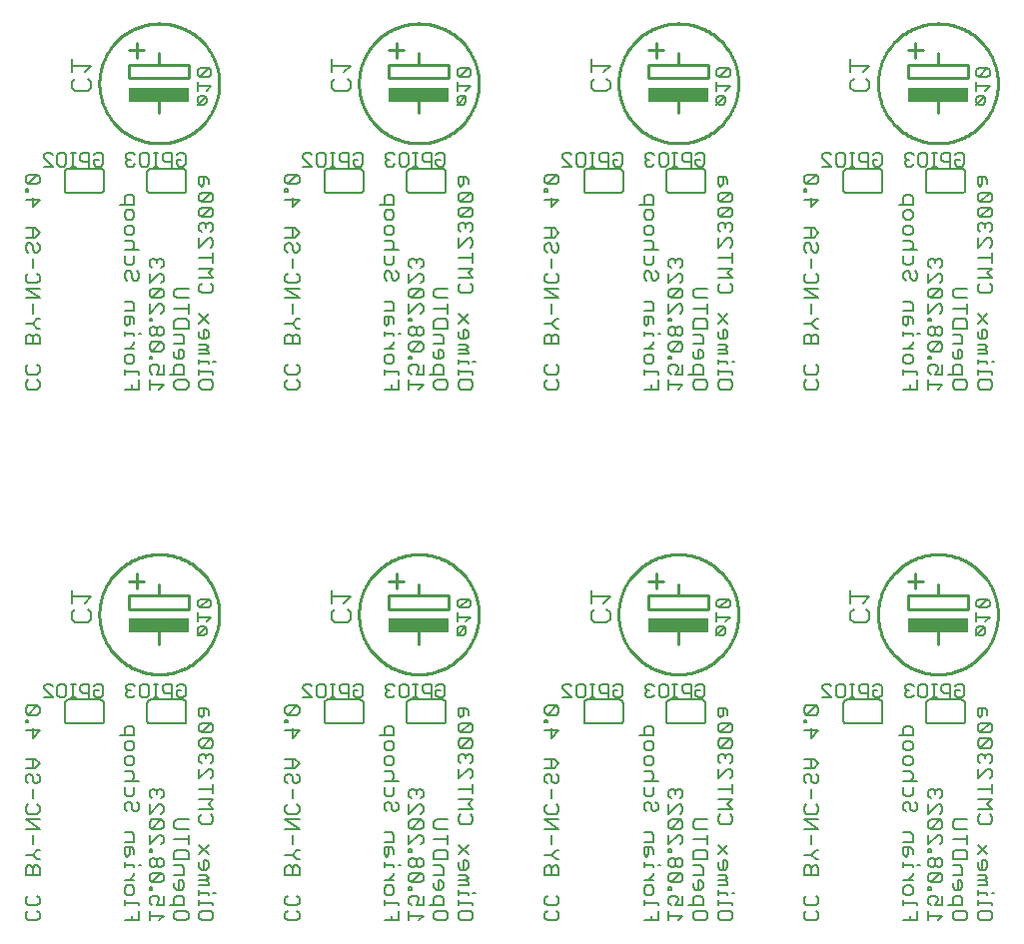
<source format=gbo>
%MOIN*%
%OFA0B0*%
%FSLAX25Y25*%
%IPPOS*%
%LPD*%
%AMOC8*
5,1,8,0,0,$1,22.5*%
%AMOC80*
5,1,8,0,0,$1,22.5*%
%AMOC81*
5,1,8,0,0,$1,22.5*%
%AMOC80*
5,1,8,0,0,$1,22.5*%
%AMOC81*
5,1,8,0,0,$1,22.5*%
%AMOC80*
5,1,8,0,0,$1,22.5*%
%AMOC81*
5,1,8,0,0,$1,22.5*%
%AMOC80*
5,1,8,0,0,$1,22.5*%
%ADD10C,0.008*%
%ADD11C,0.006000000000000001*%
%ADD12C,0.005*%
%ADD13C,0.01*%
%ADD14C,0.00984*%
%ADD15C,0.007*%
%ADD16R,0.2X0.05*%
%ADD27C,0.008*%
%ADD28C,0.006000000000000001*%
%ADD29C,0.005*%
%ADD30C,0.01*%
%ADD31C,0.00984*%
%ADD32C,0.007*%
%ADD33R,0.2X0.05*%
%ADD34C,0.008*%
%ADD35C,0.006000000000000001*%
%ADD36C,0.005*%
%ADD37C,0.01*%
%ADD38C,0.00984*%
%ADD39C,0.007*%
%ADD40R,0.2X0.05*%
%ADD41C,0.008*%
%ADD42C,0.006000000000000001*%
%ADD43C,0.005*%
%ADD44C,0.01*%
%ADD45C,0.00984*%
%ADD46C,0.007*%
%ADD47R,0.2X0.05*%
%ADD48C,0.008*%
%ADD49C,0.006000000000000001*%
%ADD50C,0.005*%
%ADD51C,0.01*%
%ADD52C,0.00984*%
%ADD53C,0.007*%
%ADD54R,0.2X0.05*%
%ADD55C,0.008*%
%ADD56C,0.006000000000000001*%
%ADD57C,0.005*%
%ADD58C,0.01*%
%ADD59C,0.00984*%
%ADD60C,0.007*%
%ADD61R,0.2X0.05*%
%ADD62C,0.008*%
%ADD63C,0.006000000000000001*%
%ADD64C,0.005*%
%ADD65C,0.01*%
%ADD66C,0.00984*%
%ADD67C,0.007*%
%ADD68R,0.2X0.05*%
%ADD69C,0.008*%
%ADD70C,0.006000000000000001*%
%ADD71C,0.005*%
%ADD72C,0.01*%
%ADD73C,0.00984*%
%ADD74C,0.007*%
%ADD75R,0.2X0.05*%
G75*
D10*
X0027658Y0023997D02*
X0026872Y0024783D01*
X0026872Y0026356D01*
X0027658Y0027142D01*
X0027658Y0029074D02*
X0026872Y0029859D01*
X0026872Y0031432D01*
X0027658Y0032217D01*
X0027658Y0029074D02*
X0030802Y0029074D01*
X0031588Y0029859D01*
X0031588Y0031432D01*
X0030802Y0032217D01*
X0030802Y0027142D02*
X0031588Y0026356D01*
X0031588Y0024783D01*
X0030802Y0023997D01*
X0027658Y0023997D01*
X0026872Y0039224D02*
X0026872Y0041582D01*
X0027658Y0042368D01*
X0028444Y0042368D01*
X0029230Y0041582D01*
X0029230Y0039224D01*
X0029230Y0041582D02*
X0030016Y0042368D01*
X0030802Y0042368D01*
X0031588Y0041582D01*
X0031588Y0039224D01*
X0026872Y0039224D01*
X0030802Y0044298D02*
X0029230Y0045870D01*
X0026872Y0045870D01*
X0029230Y0045870D02*
X0030802Y0047442D01*
X0031588Y0047442D01*
X0031588Y0044298D02*
X0030802Y0044298D01*
X0029230Y0049374D02*
X0029230Y0052518D01*
X0026872Y0054450D02*
X0031588Y0054450D01*
X0026872Y0057593D01*
X0031588Y0057593D01*
X0030802Y0059524D02*
X0027658Y0059524D01*
X0026872Y0060311D01*
X0026872Y0061883D01*
X0027658Y0062669D01*
X0029230Y0064600D02*
X0029230Y0067744D01*
X0030016Y0069675D02*
X0029230Y0070461D01*
X0029230Y0072033D01*
X0028444Y0072819D01*
X0027658Y0072819D01*
X0026872Y0072033D01*
X0026872Y0070461D01*
X0027658Y0069675D01*
X0030016Y0069675D02*
X0030802Y0069675D01*
X0031588Y0070461D01*
X0031588Y0072033D01*
X0030802Y0072819D01*
X0030016Y0074750D02*
X0031588Y0076322D01*
X0030016Y0077893D01*
X0026872Y0077893D01*
X0026872Y0074750D02*
X0030016Y0074750D01*
X0029230Y0074750D02*
X0029230Y0077893D01*
X0029230Y0084901D02*
X0029230Y0088045D01*
X0031588Y0087259D02*
X0029230Y0084901D01*
X0026872Y0087259D02*
X0031588Y0087259D01*
X0030802Y0092514D02*
X0031588Y0093300D01*
X0031588Y0094871D01*
X0030802Y0095657D01*
X0027658Y0092514D01*
X0026872Y0093300D01*
X0026872Y0094871D01*
X0027658Y0095657D01*
X0030802Y0095657D01*
X0030802Y0092514D02*
X0027658Y0092514D01*
X0027658Y0090762D02*
X0026872Y0090762D01*
X0026872Y0089976D01*
X0027658Y0089976D01*
X0027658Y0090762D01*
X0030802Y0062669D02*
X0031588Y0061883D01*
X0031588Y0060311D01*
X0030802Y0059524D01*
X0058370Y0085747D02*
X0063086Y0085747D01*
X0063086Y0088105D01*
X0062300Y0088891D01*
X0060729Y0088891D01*
X0059943Y0088105D01*
X0059943Y0085747D01*
X0060729Y0083815D02*
X0059943Y0083029D01*
X0059943Y0081457D01*
X0060729Y0080671D01*
X0062300Y0080671D01*
X0063086Y0081457D01*
X0063086Y0083029D01*
X0062300Y0083815D01*
X0060729Y0083815D01*
X0060729Y0078740D02*
X0059943Y0077954D01*
X0059943Y0076382D01*
X0060729Y0075596D01*
X0062300Y0075596D01*
X0063086Y0076382D01*
X0063086Y0077954D01*
X0062300Y0078740D01*
X0060729Y0078740D01*
X0059943Y0073665D02*
X0062300Y0073665D01*
X0063086Y0072879D01*
X0063086Y0071306D01*
X0062300Y0070521D01*
X0063086Y0068590D02*
X0063086Y0066232D01*
X0062300Y0065446D01*
X0060729Y0065446D01*
X0059943Y0066232D01*
X0059943Y0068590D01*
X0059943Y0070521D02*
X0064659Y0070521D01*
X0068211Y0066958D02*
X0068211Y0065386D01*
X0068997Y0064600D01*
X0068211Y0062669D02*
X0068211Y0059524D01*
X0071355Y0062669D01*
X0072141Y0062669D01*
X0072927Y0061883D01*
X0072927Y0060311D01*
X0072141Y0059524D01*
X0072141Y0057593D02*
X0068997Y0054450D01*
X0068211Y0055235D01*
X0068211Y0056807D01*
X0068997Y0057593D01*
X0072141Y0057593D01*
X0072927Y0056807D01*
X0072927Y0055235D01*
X0072141Y0054450D01*
X0068997Y0054450D01*
X0068211Y0052518D02*
X0068211Y0049374D01*
X0071355Y0052518D01*
X0072141Y0052518D01*
X0072927Y0051732D01*
X0072927Y0050160D01*
X0072141Y0049374D01*
X0072141Y0044905D02*
X0071355Y0044905D01*
X0070569Y0044120D01*
X0070569Y0042548D01*
X0071355Y0041762D01*
X0072141Y0041762D01*
X0072927Y0042548D01*
X0072927Y0044120D01*
X0072141Y0044905D01*
X0070569Y0044120D02*
X0069783Y0044905D01*
X0068997Y0044905D01*
X0068211Y0044120D01*
X0068211Y0042548D01*
X0068997Y0041762D01*
X0069783Y0041762D01*
X0070569Y0042548D01*
X0072141Y0039830D02*
X0068997Y0039830D01*
X0068211Y0039044D01*
X0068211Y0037472D01*
X0068997Y0036686D01*
X0072141Y0039830D01*
X0072927Y0039044D01*
X0072927Y0037472D01*
X0072141Y0036686D01*
X0068997Y0036686D01*
X0068997Y0034934D02*
X0068211Y0034934D01*
X0068211Y0034149D01*
X0068997Y0034149D01*
X0068997Y0034934D01*
X0068997Y0032217D02*
X0068211Y0031432D01*
X0068211Y0029859D01*
X0068997Y0029074D01*
X0068211Y0027142D02*
X0068211Y0023997D01*
X0068211Y0025570D02*
X0072927Y0025570D01*
X0071355Y0023997D01*
X0070569Y0029074D02*
X0071355Y0030646D01*
X0071355Y0031432D01*
X0070569Y0032217D01*
X0068997Y0032217D01*
X0070569Y0029074D02*
X0072927Y0029074D01*
X0072927Y0032217D01*
X0074906Y0029074D02*
X0079623Y0029074D01*
X0079623Y0031432D01*
X0078837Y0032217D01*
X0077265Y0032217D01*
X0076479Y0031432D01*
X0076479Y0029074D01*
X0077265Y0027142D02*
X0080409Y0027142D01*
X0081195Y0026356D01*
X0081195Y0024783D01*
X0080409Y0023997D01*
X0077265Y0023997D01*
X0076479Y0024783D01*
X0076479Y0026356D01*
X0077265Y0027142D01*
X0077265Y0034149D02*
X0076479Y0034934D01*
X0076479Y0036506D01*
X0077265Y0034149D02*
X0078837Y0034149D01*
X0079623Y0034934D01*
X0079623Y0036506D01*
X0078837Y0037293D01*
X0078050Y0037293D01*
X0078050Y0034149D01*
X0076479Y0039224D02*
X0079623Y0039224D01*
X0079623Y0041582D01*
X0078837Y0042368D01*
X0076479Y0042368D01*
X0076479Y0044298D02*
X0076479Y0046657D01*
X0077265Y0047442D01*
X0080409Y0047442D01*
X0081195Y0046657D01*
X0081195Y0044298D01*
X0076479Y0044298D01*
X0076479Y0050946D02*
X0081195Y0050946D01*
X0081195Y0049374D02*
X0081195Y0052518D01*
X0081195Y0054450D02*
X0077265Y0054450D01*
X0076479Y0055235D01*
X0076479Y0056807D01*
X0077265Y0057593D01*
X0081195Y0057593D01*
X0084746Y0056927D02*
X0084746Y0058499D01*
X0085532Y0059285D01*
X0084746Y0061217D02*
X0089462Y0061217D01*
X0087890Y0062788D01*
X0089462Y0064359D01*
X0084746Y0064359D01*
X0084746Y0067863D02*
X0089462Y0067863D01*
X0089462Y0066292D02*
X0089462Y0069436D01*
X0088676Y0071367D02*
X0089462Y0072153D01*
X0089462Y0073725D01*
X0088676Y0074511D01*
X0087890Y0074511D01*
X0084746Y0071367D01*
X0084746Y0074511D01*
X0085532Y0076442D02*
X0084746Y0077228D01*
X0084746Y0078800D01*
X0085532Y0079586D01*
X0086318Y0079586D01*
X0087104Y0078800D01*
X0087104Y0078014D01*
X0087104Y0078800D02*
X0087890Y0079586D01*
X0088676Y0079586D01*
X0089462Y0078800D01*
X0089462Y0077228D01*
X0088676Y0076442D01*
X0088676Y0081517D02*
X0089462Y0082303D01*
X0089462Y0083875D01*
X0088676Y0084661D01*
X0085532Y0081517D01*
X0084746Y0082303D01*
X0084746Y0083875D01*
X0085532Y0084661D01*
X0088676Y0084661D01*
X0088676Y0086591D02*
X0089462Y0087377D01*
X0089462Y0088950D01*
X0088676Y0089736D01*
X0085532Y0086591D01*
X0084746Y0087377D01*
X0084746Y0088950D01*
X0085532Y0089736D01*
X0088676Y0089736D01*
X0087890Y0092454D02*
X0087890Y0094026D01*
X0087104Y0094812D01*
X0084746Y0094812D01*
X0084746Y0092454D01*
X0085532Y0091668D01*
X0086318Y0092454D01*
X0086318Y0094812D01*
X0085532Y0086591D02*
X0088676Y0086591D01*
X0088676Y0081517D02*
X0085532Y0081517D01*
X0088676Y0059285D02*
X0089462Y0058499D01*
X0089462Y0056927D01*
X0088676Y0056141D01*
X0085532Y0056141D01*
X0084746Y0056927D01*
X0084746Y0049135D02*
X0087890Y0045991D01*
X0087104Y0044060D02*
X0086318Y0044060D01*
X0086318Y0040916D01*
X0085532Y0040916D02*
X0087104Y0040916D01*
X0087890Y0041702D01*
X0087890Y0043274D01*
X0087104Y0044060D01*
X0084746Y0041702D02*
X0085532Y0040916D01*
X0084746Y0041702D02*
X0084746Y0043274D01*
X0084746Y0045991D02*
X0087890Y0049135D01*
X0087104Y0038984D02*
X0084746Y0038984D01*
X0084746Y0037411D02*
X0087104Y0037411D01*
X0087890Y0038198D01*
X0087104Y0038984D01*
X0087104Y0037411D02*
X0087890Y0036626D01*
X0087890Y0035841D01*
X0084746Y0035841D01*
X0084746Y0034029D02*
X0084746Y0032457D01*
X0084746Y0033243D02*
X0087890Y0033243D01*
X0087890Y0032457D01*
X0089462Y0033243D02*
X0090248Y0033243D01*
X0089462Y0029859D02*
X0084746Y0029859D01*
X0084746Y0029074D02*
X0084746Y0030646D01*
X0085532Y0027142D02*
X0088676Y0027142D01*
X0089462Y0026356D01*
X0089462Y0024783D01*
X0088676Y0023997D01*
X0085532Y0023997D01*
X0084746Y0024783D01*
X0084746Y0026356D01*
X0085532Y0027142D01*
X0089462Y0029074D02*
X0089462Y0029859D01*
X0072141Y0064600D02*
X0072927Y0065386D01*
X0072927Y0066958D01*
X0072141Y0067744D01*
X0071355Y0067744D01*
X0070569Y0066958D01*
X0069783Y0067744D01*
X0068997Y0067744D01*
X0068211Y0066958D01*
X0070569Y0066958D02*
X0070569Y0066172D01*
X0064659Y0062729D02*
X0064659Y0061156D01*
X0063872Y0060371D01*
X0063086Y0060371D01*
X0062300Y0061156D01*
X0062300Y0062729D01*
X0061515Y0063515D01*
X0060729Y0063515D01*
X0059943Y0062729D01*
X0059943Y0061156D01*
X0060729Y0060371D01*
X0063872Y0063515D02*
X0064659Y0062729D01*
X0062300Y0053364D02*
X0059943Y0053364D01*
X0059943Y0050220D02*
X0063086Y0050220D01*
X0063086Y0052578D01*
X0062300Y0053364D01*
X0062300Y0048289D02*
X0059943Y0048289D01*
X0059943Y0045931D01*
X0060729Y0045145D01*
X0061515Y0045931D01*
X0061515Y0048289D01*
X0062300Y0048289D02*
X0063086Y0047503D01*
X0063086Y0045931D01*
X0063086Y0042548D02*
X0059943Y0042548D01*
X0059943Y0041762D02*
X0059943Y0043334D01*
X0063086Y0039104D02*
X0061515Y0037532D01*
X0060729Y0035601D02*
X0062300Y0035601D01*
X0063086Y0034815D01*
X0063086Y0033243D01*
X0062300Y0032457D01*
X0060729Y0032457D01*
X0059943Y0033243D01*
X0059943Y0034815D01*
X0060729Y0035601D01*
X0059943Y0037532D02*
X0063086Y0037532D01*
X0063086Y0039104D02*
X0063086Y0039890D01*
X0063086Y0041762D02*
X0063086Y0042548D01*
X0064659Y0042548D02*
X0065445Y0042548D01*
X0068211Y0046837D02*
X0068211Y0047623D01*
X0068997Y0047623D01*
X0068997Y0046837D01*
X0068211Y0046837D01*
X0064659Y0029859D02*
X0059943Y0029859D01*
X0059943Y0029074D02*
X0059943Y0030646D01*
X0062300Y0025570D02*
X0062300Y0023997D01*
X0059943Y0023997D02*
X0064659Y0023997D01*
X0064659Y0027142D01*
X0064659Y0029074D02*
X0064659Y0029859D01*
D11*
X0068472Y0089598D02*
X0079472Y0089598D01*
X0079532Y0089600D01*
X0079593Y0089605D01*
X0079652Y0089614D01*
X0079711Y0089627D01*
X0079770Y0089643D01*
X0079827Y0089663D01*
X0079882Y0089686D01*
X0079937Y0089713D01*
X0079989Y0089742D01*
X0080040Y0089775D01*
X0080089Y0089811D01*
X0080135Y0089849D01*
X0080179Y0089890D01*
X0080220Y0089935D01*
X0080259Y0089981D01*
X0080295Y0090030D01*
X0080328Y0090081D01*
X0080357Y0090133D01*
X0080384Y0090188D01*
X0080406Y0090243D01*
X0080427Y0090300D01*
X0080443Y0090359D01*
X0080456Y0090417D01*
X0080465Y0090477D01*
X0080470Y0090538D01*
X0080472Y0090598D01*
X0080472Y0096598D01*
X0080470Y0096658D01*
X0080465Y0096719D01*
X0080456Y0096777D01*
X0080443Y0096837D01*
X0080427Y0096896D01*
X0080406Y0096953D01*
X0080384Y0097008D01*
X0080357Y0097063D01*
X0080328Y0097115D01*
X0080295Y0097166D01*
X0080259Y0097215D01*
X0080220Y0097261D01*
X0080179Y0097304D01*
X0080135Y0097347D01*
X0080089Y0097385D01*
X0080040Y0097421D01*
X0079989Y0097454D01*
X0079937Y0097483D01*
X0079882Y0097510D01*
X0079827Y0097533D01*
X0079770Y0097553D01*
X0079711Y0097569D01*
X0079652Y0097582D01*
X0079593Y0097591D01*
X0079532Y0097596D01*
X0079472Y0097598D01*
X0068472Y0097598D01*
X0068412Y0097596D01*
X0068351Y0097591D01*
X0068292Y0097582D01*
X0068233Y0097569D01*
X0068173Y0097553D01*
X0068117Y0097533D01*
X0068062Y0097510D01*
X0068007Y0097483D01*
X0067955Y0097454D01*
X0067904Y0097421D01*
X0067855Y0097385D01*
X0067809Y0097347D01*
X0067765Y0097304D01*
X0067723Y0097261D01*
X0067685Y0097215D01*
X0067649Y0097166D01*
X0067615Y0097115D01*
X0067587Y0097063D01*
X0067560Y0097008D01*
X0067537Y0096953D01*
X0067517Y0096896D01*
X0067501Y0096837D01*
X0067488Y0096777D01*
X0067479Y0096719D01*
X0067474Y0096658D01*
X0067472Y0096598D01*
X0067472Y0090598D01*
X0067474Y0090538D01*
X0067479Y0090477D01*
X0067488Y0090417D01*
X0067501Y0090359D01*
X0067517Y0090300D01*
X0067537Y0090243D01*
X0067560Y0090188D01*
X0067587Y0090133D01*
X0067615Y0090081D01*
X0067649Y0090030D01*
X0067685Y0089981D01*
X0067723Y0089935D01*
X0067765Y0089890D01*
X0067809Y0089849D01*
X0067855Y0089811D01*
X0067904Y0089775D01*
X0067955Y0089742D01*
X0068007Y0089713D01*
X0068062Y0089686D01*
X0068117Y0089663D01*
X0068173Y0089643D01*
X0068233Y0089627D01*
X0068292Y0089614D01*
X0068351Y0089605D01*
X0068412Y0089600D01*
X0068472Y0089598D01*
X0052972Y0090598D02*
X0052972Y0096598D01*
X0052969Y0096658D01*
X0052964Y0096719D01*
X0052956Y0096777D01*
X0052942Y0096837D01*
X0052927Y0096896D01*
X0052907Y0096953D01*
X0052884Y0097008D01*
X0052857Y0097063D01*
X0052828Y0097115D01*
X0052795Y0097166D01*
X0052759Y0097215D01*
X0052720Y0097261D01*
X0052679Y0097304D01*
X0052635Y0097347D01*
X0052589Y0097385D01*
X0052540Y0097421D01*
X0052489Y0097454D01*
X0052437Y0097483D01*
X0052381Y0097510D01*
X0052327Y0097533D01*
X0052270Y0097553D01*
X0052210Y0097569D01*
X0052152Y0097582D01*
X0052093Y0097591D01*
X0052032Y0097596D01*
X0051971Y0097598D01*
X0040972Y0097598D01*
X0040911Y0097596D01*
X0040851Y0097591D01*
X0040792Y0097582D01*
X0040733Y0097569D01*
X0040674Y0097553D01*
X0040616Y0097533D01*
X0040562Y0097510D01*
X0040507Y0097483D01*
X0040455Y0097454D01*
X0040404Y0097421D01*
X0040355Y0097385D01*
X0040309Y0097347D01*
X0040265Y0097304D01*
X0040223Y0097261D01*
X0040185Y0097215D01*
X0040149Y0097166D01*
X0040116Y0097115D01*
X0040087Y0097063D01*
X0040060Y0097008D01*
X0040037Y0096953D01*
X0040017Y0096896D01*
X0040001Y0096837D01*
X0039988Y0096777D01*
X0039979Y0096719D01*
X0039974Y0096658D01*
X0039972Y0096598D01*
X0039972Y0090598D01*
X0039974Y0090538D01*
X0039979Y0090477D01*
X0039988Y0090417D01*
X0040001Y0090359D01*
X0040017Y0090300D01*
X0040037Y0090243D01*
X0040060Y0090188D01*
X0040087Y0090133D01*
X0040116Y0090081D01*
X0040149Y0090030D01*
X0040185Y0089981D01*
X0040223Y0089935D01*
X0040265Y0089890D01*
X0040309Y0089849D01*
X0040355Y0089811D01*
X0040404Y0089775D01*
X0040455Y0089742D01*
X0040507Y0089713D01*
X0040562Y0089686D01*
X0040616Y0089663D01*
X0040674Y0089643D01*
X0040733Y0089627D01*
X0040792Y0089614D01*
X0040851Y0089605D01*
X0040911Y0089600D01*
X0040972Y0089598D01*
X0051971Y0089598D01*
X0052032Y0089600D01*
X0052093Y0089605D01*
X0052152Y0089614D01*
X0052210Y0089627D01*
X0052270Y0089643D01*
X0052327Y0089663D01*
X0052381Y0089686D01*
X0052437Y0089713D01*
X0052489Y0089742D01*
X0052540Y0089775D01*
X0052589Y0089811D01*
X0052635Y0089849D01*
X0052679Y0089890D01*
X0052720Y0089935D01*
X0052759Y0089981D01*
X0052795Y0090030D01*
X0052828Y0090081D01*
X0052857Y0090133D01*
X0052884Y0090188D01*
X0052907Y0090243D01*
X0052927Y0090300D01*
X0052942Y0090359D01*
X0052956Y0090417D01*
X0052964Y0090477D01*
X0052969Y0090538D01*
X0052972Y0090598D01*
X0084272Y0119087D02*
X0087208Y0122022D01*
X0086474Y0122022D02*
X0087208Y0121288D01*
X0087208Y0119821D01*
X0086474Y0119087D01*
X0085006Y0119087D01*
X0084272Y0119821D01*
X0084272Y0121288D01*
X0085006Y0122022D01*
X0086474Y0122022D01*
X0087208Y0123691D02*
X0088676Y0125157D01*
X0084272Y0125157D01*
X0084272Y0123691D02*
X0084272Y0126625D01*
X0085006Y0128294D02*
X0084272Y0129027D01*
X0084272Y0130496D01*
X0085006Y0131230D01*
X0087942Y0131230D01*
X0085006Y0128294D01*
X0087942Y0128294D01*
X0088676Y0129027D01*
X0088676Y0130496D01*
X0087942Y0131230D01*
D12*
X0079472Y0102852D02*
X0077970Y0102852D01*
X0077220Y0102102D01*
X0077220Y0100600D02*
X0078721Y0100600D01*
X0077220Y0099099D02*
X0077970Y0098348D01*
X0079472Y0098348D01*
X0080222Y0099099D01*
X0080222Y0102102D01*
X0079472Y0102852D01*
X0077220Y0100600D02*
X0077220Y0099099D01*
X0075618Y0098348D02*
X0075618Y0102852D01*
X0073367Y0102852D01*
X0072616Y0102102D01*
X0072616Y0100600D01*
X0073367Y0099850D01*
X0075618Y0099850D01*
X0071015Y0098348D02*
X0069513Y0098348D01*
X0070264Y0098348D02*
X0070264Y0102852D01*
X0071015Y0102852D02*
X0069513Y0102852D01*
X0067945Y0102102D02*
X0067945Y0099099D01*
X0067195Y0098348D01*
X0065692Y0098348D01*
X0064942Y0099099D01*
X0064942Y0102102D01*
X0065692Y0102852D01*
X0067195Y0102852D01*
X0067945Y0102102D01*
X0063341Y0102102D02*
X0062591Y0102852D01*
X0061089Y0102852D01*
X0060339Y0102102D01*
X0060339Y0101350D01*
X0061089Y0100600D01*
X0060339Y0099850D01*
X0060339Y0099099D01*
X0061089Y0098348D01*
X0062591Y0098348D01*
X0063341Y0099099D01*
X0061839Y0100600D02*
X0061089Y0100600D01*
X0052722Y0099099D02*
X0051971Y0098348D01*
X0050470Y0098348D01*
X0049720Y0099099D01*
X0049720Y0100600D01*
X0051221Y0100600D01*
X0052722Y0099099D02*
X0052722Y0102102D01*
X0051971Y0102852D01*
X0050470Y0102852D01*
X0049720Y0102102D01*
X0048118Y0102852D02*
X0048118Y0098348D01*
X0048118Y0099850D02*
X0045867Y0099850D01*
X0045115Y0100600D01*
X0045115Y0102102D01*
X0045867Y0102852D01*
X0048118Y0102852D01*
X0043515Y0102852D02*
X0042013Y0102852D01*
X0042764Y0102852D02*
X0042764Y0098348D01*
X0043515Y0098348D02*
X0042013Y0098348D01*
X0040445Y0099099D02*
X0040445Y0102102D01*
X0039695Y0102852D01*
X0038193Y0102852D01*
X0037443Y0102102D01*
X0037443Y0099099D01*
X0038193Y0098348D01*
X0039695Y0098348D01*
X0040445Y0099099D01*
X0035841Y0098348D02*
X0032839Y0101350D01*
X0032839Y0102102D01*
X0033589Y0102852D01*
X0035091Y0102852D01*
X0035841Y0102102D01*
X0035841Y0098348D02*
X0032839Y0098348D01*
D13*
X0061472Y0127797D02*
X0081472Y0127797D01*
X0081472Y0132298D01*
X0071472Y0132298D01*
X0061472Y0132298D01*
X0061472Y0127797D01*
X0063971Y0134598D02*
X0063971Y0139598D01*
X0061472Y0137098D02*
X0066472Y0137098D01*
X0071472Y0136098D02*
X0071472Y0132298D01*
X0071472Y0123598D02*
X0071472Y0116097D01*
D14*
X0051471Y0126098D02*
X0051478Y0126589D01*
X0051496Y0127079D01*
X0051526Y0127568D01*
X0051568Y0128058D01*
X0051622Y0128546D01*
X0051688Y0129033D01*
X0051766Y0129517D01*
X0051856Y0129999D01*
X0051958Y0130480D01*
X0052071Y0130958D01*
X0052196Y0131432D01*
X0052332Y0131904D01*
X0052481Y0132372D01*
X0052641Y0132836D01*
X0052812Y0133296D01*
X0052994Y0133752D01*
X0053188Y0134203D01*
X0053391Y0134649D01*
X0053608Y0135090D01*
X0053834Y0135526D01*
X0054069Y0135956D01*
X0054317Y0136380D01*
X0054574Y0136798D01*
X0054843Y0137209D01*
X0055120Y0137614D01*
X0055408Y0138012D01*
X0055705Y0138403D01*
X0056011Y0138786D01*
X0056328Y0139161D01*
X0056653Y0139529D01*
X0056987Y0139889D01*
X0057330Y0140240D01*
X0057681Y0140583D01*
X0058041Y0140917D01*
X0058409Y0141242D01*
X0058784Y0141558D01*
X0059167Y0141865D01*
X0059558Y0142162D01*
X0059956Y0142450D01*
X0060361Y0142727D01*
X0060772Y0142995D01*
X0061190Y0143253D01*
X0061614Y0143500D01*
X0062044Y0143736D01*
X0062480Y0143962D01*
X0062921Y0144178D01*
X0063366Y0144382D01*
X0063818Y0144576D01*
X0064274Y0144758D01*
X0064734Y0144929D01*
X0065198Y0145089D01*
X0065666Y0145237D01*
X0066138Y0145374D01*
X0066612Y0145499D01*
X0067090Y0145612D01*
X0067570Y0145714D01*
X0068053Y0145804D01*
X0068536Y0145882D01*
X0069024Y0145948D01*
X0069512Y0146002D01*
X0070001Y0146044D01*
X0070490Y0146074D01*
X0070981Y0146092D01*
X0071472Y0146098D01*
X0071963Y0146092D01*
X0072453Y0146074D01*
X0072943Y0146044D01*
X0073432Y0146002D01*
X0073920Y0145948D01*
X0074407Y0145882D01*
X0074891Y0145804D01*
X0075374Y0145714D01*
X0075854Y0145612D01*
X0076332Y0145499D01*
X0076806Y0145374D01*
X0077278Y0145237D01*
X0077746Y0145089D01*
X0078210Y0144929D01*
X0078669Y0144758D01*
X0079126Y0144576D01*
X0079577Y0144382D01*
X0080023Y0144178D01*
X0080464Y0143962D01*
X0080900Y0143736D01*
X0081330Y0143500D01*
X0081754Y0143253D01*
X0082172Y0142995D01*
X0082583Y0142727D01*
X0082988Y0142450D01*
X0083386Y0142162D01*
X0083777Y0141865D01*
X0084160Y0141558D01*
X0084535Y0141242D01*
X0084903Y0140917D01*
X0085263Y0140583D01*
X0085614Y0140240D01*
X0085957Y0139889D01*
X0086290Y0139529D01*
X0086616Y0139161D01*
X0086932Y0138786D01*
X0087239Y0138403D01*
X0087536Y0138012D01*
X0087824Y0137614D01*
X0088100Y0137209D01*
X0088369Y0136798D01*
X0088627Y0136380D01*
X0088874Y0135956D01*
X0089110Y0135526D01*
X0089336Y0135090D01*
X0089552Y0134649D01*
X0089756Y0134203D01*
X0089950Y0133752D01*
X0090132Y0133296D01*
X0090303Y0132836D01*
X0090463Y0132372D01*
X0090611Y0131904D01*
X0090747Y0131432D01*
X0090873Y0130958D01*
X0090986Y0130480D01*
X0091088Y0129999D01*
X0091178Y0129517D01*
X0091256Y0129033D01*
X0091322Y0128546D01*
X0091376Y0128058D01*
X0091418Y0127568D01*
X0091448Y0127079D01*
X0091466Y0126589D01*
X0091472Y0126098D01*
X0091466Y0125607D01*
X0091448Y0125116D01*
X0091418Y0124627D01*
X0091376Y0124138D01*
X0091322Y0123650D01*
X0091256Y0123163D01*
X0091178Y0122679D01*
X0091088Y0122196D01*
X0090986Y0121716D01*
X0090873Y0121238D01*
X0090747Y0120764D01*
X0090611Y0120292D01*
X0090463Y0119824D01*
X0090303Y0119360D01*
X0090132Y0118900D01*
X0089950Y0118444D01*
X0089756Y0117992D01*
X0089552Y0117547D01*
X0089336Y0117106D01*
X0089110Y0116670D01*
X0088874Y0116240D01*
X0088627Y0115816D01*
X0088369Y0115398D01*
X0088100Y0114987D01*
X0087824Y0114582D01*
X0087536Y0114184D01*
X0087239Y0113793D01*
X0086932Y0113410D01*
X0086616Y0113035D01*
X0086290Y0112667D01*
X0085957Y0112307D01*
X0085614Y0111956D01*
X0085263Y0111613D01*
X0084903Y0111279D01*
X0084535Y0110954D01*
X0084160Y0110637D01*
X0083777Y0110331D01*
X0083386Y0110034D01*
X0082988Y0109746D01*
X0082583Y0109469D01*
X0082172Y0109200D01*
X0081754Y0108942D01*
X0081330Y0108695D01*
X0080900Y0108460D01*
X0080464Y0108234D01*
X0080023Y0108017D01*
X0079577Y0107814D01*
X0079126Y0107620D01*
X0078669Y0107437D01*
X0078210Y0107267D01*
X0077746Y0107107D01*
X0077278Y0106959D01*
X0076806Y0106822D01*
X0076332Y0106697D01*
X0075854Y0106583D01*
X0075374Y0106482D01*
X0074891Y0106392D01*
X0074407Y0106314D01*
X0073920Y0106248D01*
X0073432Y0106194D01*
X0072943Y0106152D01*
X0072453Y0106122D01*
X0071963Y0106104D01*
X0071472Y0106098D01*
X0070981Y0106104D01*
X0070490Y0106122D01*
X0070001Y0106152D01*
X0069512Y0106194D01*
X0069024Y0106248D01*
X0068536Y0106314D01*
X0068053Y0106392D01*
X0067570Y0106482D01*
X0067090Y0106583D01*
X0066612Y0106697D01*
X0066138Y0106822D01*
X0065666Y0106959D01*
X0065198Y0107107D01*
X0064734Y0107267D01*
X0064274Y0107437D01*
X0063818Y0107620D01*
X0063366Y0107814D01*
X0062921Y0108017D01*
X0062480Y0108234D01*
X0062044Y0108460D01*
X0061614Y0108695D01*
X0061190Y0108942D01*
X0060772Y0109200D01*
X0060361Y0109469D01*
X0059956Y0109746D01*
X0059558Y0110034D01*
X0059167Y0110331D01*
X0058784Y0110637D01*
X0058409Y0110954D01*
X0058041Y0111279D01*
X0057681Y0111613D01*
X0057330Y0111956D01*
X0056987Y0112307D01*
X0056653Y0112667D01*
X0056328Y0113035D01*
X0056011Y0113410D01*
X0055705Y0113793D01*
X0055408Y0114184D01*
X0055120Y0114582D01*
X0054843Y0114987D01*
X0054574Y0115398D01*
X0054317Y0115816D01*
X0054069Y0116240D01*
X0053834Y0116670D01*
X0053608Y0117106D01*
X0053391Y0117547D01*
X0053188Y0117992D01*
X0052994Y0118444D01*
X0052812Y0118900D01*
X0052641Y0119360D01*
X0052481Y0119824D01*
X0052332Y0120292D01*
X0052196Y0120764D01*
X0052071Y0121238D01*
X0051958Y0121716D01*
X0051856Y0122196D01*
X0051766Y0122679D01*
X0051688Y0123163D01*
X0051622Y0123650D01*
X0051568Y0124138D01*
X0051526Y0124627D01*
X0051496Y0125116D01*
X0051478Y0125607D01*
X0051471Y0126098D01*
D15*
X0048628Y0126610D02*
X0048628Y0124508D01*
X0047577Y0123457D01*
X0043373Y0123457D01*
X0042322Y0124508D01*
X0042322Y0126610D01*
X0043373Y0127661D01*
X0042322Y0129902D02*
X0042322Y0134106D01*
X0042322Y0132005D02*
X0048628Y0132005D01*
X0046526Y0129902D01*
X0047577Y0127661D02*
X0048628Y0126610D01*
D16*
X0071472Y0122298D03*
G04 next file*
G75*
D27*
X0114272Y0023997D02*
X0113486Y0024783D01*
X0113486Y0026356D01*
X0114272Y0027142D01*
X0114272Y0029074D02*
X0113486Y0029859D01*
X0113486Y0031432D01*
X0114272Y0032217D01*
X0114272Y0029074D02*
X0117416Y0029074D01*
X0118202Y0029859D01*
X0118202Y0031432D01*
X0117416Y0032217D01*
X0117416Y0027142D02*
X0118202Y0026356D01*
X0118202Y0024783D01*
X0117416Y0023997D01*
X0114272Y0023997D01*
X0113486Y0039224D02*
X0113486Y0041582D01*
X0114272Y0042368D01*
X0115058Y0042368D01*
X0115843Y0041582D01*
X0115843Y0039224D01*
X0115843Y0041582D02*
X0116629Y0042368D01*
X0117416Y0042368D01*
X0118202Y0041582D01*
X0118202Y0039224D01*
X0113486Y0039224D01*
X0117416Y0044298D02*
X0115843Y0045870D01*
X0113486Y0045870D01*
X0115843Y0045870D02*
X0117416Y0047442D01*
X0118202Y0047442D01*
X0118202Y0044298D02*
X0117416Y0044298D01*
X0115843Y0049374D02*
X0115843Y0052518D01*
X0113486Y0054450D02*
X0118202Y0054450D01*
X0113486Y0057593D01*
X0118202Y0057593D01*
X0117416Y0059524D02*
X0114272Y0059524D01*
X0113486Y0060311D01*
X0113486Y0061883D01*
X0114272Y0062669D01*
X0115843Y0064600D02*
X0115843Y0067744D01*
X0116629Y0069675D02*
X0115843Y0070461D01*
X0115843Y0072033D01*
X0115058Y0072819D01*
X0114272Y0072819D01*
X0113486Y0072033D01*
X0113486Y0070461D01*
X0114272Y0069675D01*
X0116629Y0069675D02*
X0117416Y0069675D01*
X0118202Y0070461D01*
X0118202Y0072033D01*
X0117416Y0072819D01*
X0116629Y0074750D02*
X0118202Y0076322D01*
X0116629Y0077893D01*
X0113486Y0077893D01*
X0113486Y0074750D02*
X0116629Y0074750D01*
X0115843Y0074750D02*
X0115843Y0077893D01*
X0115843Y0084901D02*
X0115843Y0088045D01*
X0118202Y0087259D02*
X0115843Y0084901D01*
X0113486Y0087259D02*
X0118202Y0087259D01*
X0117416Y0092514D02*
X0118202Y0093300D01*
X0118202Y0094871D01*
X0117416Y0095657D01*
X0114272Y0092514D01*
X0113486Y0093300D01*
X0113486Y0094871D01*
X0114272Y0095657D01*
X0117416Y0095657D01*
X0117416Y0092514D02*
X0114272Y0092514D01*
X0114272Y0090762D02*
X0113486Y0090762D01*
X0113486Y0089976D01*
X0114272Y0089976D01*
X0114272Y0090762D01*
X0117416Y0062669D02*
X0118202Y0061883D01*
X0118202Y0060311D01*
X0117416Y0059524D01*
X0144985Y0085747D02*
X0149701Y0085747D01*
X0149701Y0088105D01*
X0148915Y0088891D01*
X0147343Y0088891D01*
X0146556Y0088105D01*
X0146556Y0085747D01*
X0147343Y0083815D02*
X0146556Y0083029D01*
X0146556Y0081457D01*
X0147343Y0080671D01*
X0148915Y0080671D01*
X0149701Y0081457D01*
X0149701Y0083029D01*
X0148915Y0083815D01*
X0147343Y0083815D01*
X0147343Y0078740D02*
X0146556Y0077954D01*
X0146556Y0076382D01*
X0147343Y0075596D01*
X0148915Y0075596D01*
X0149701Y0076382D01*
X0149701Y0077954D01*
X0148915Y0078740D01*
X0147343Y0078740D01*
X0146556Y0073665D02*
X0148915Y0073665D01*
X0149701Y0072879D01*
X0149701Y0071306D01*
X0148915Y0070521D01*
X0149701Y0068590D02*
X0149701Y0066232D01*
X0148915Y0065446D01*
X0147343Y0065446D01*
X0146556Y0066232D01*
X0146556Y0068590D01*
X0146556Y0070521D02*
X0151273Y0070521D01*
X0154825Y0066958D02*
X0154825Y0065386D01*
X0155611Y0064600D01*
X0154825Y0062669D02*
X0154825Y0059524D01*
X0157969Y0062669D01*
X0158755Y0062669D01*
X0159541Y0061883D01*
X0159541Y0060311D01*
X0158755Y0059524D01*
X0158755Y0057593D02*
X0155611Y0054450D01*
X0154825Y0055235D01*
X0154825Y0056807D01*
X0155611Y0057593D01*
X0158755Y0057593D01*
X0159541Y0056807D01*
X0159541Y0055235D01*
X0158755Y0054450D01*
X0155611Y0054450D01*
X0154825Y0052518D02*
X0154825Y0049374D01*
X0157969Y0052518D01*
X0158755Y0052518D01*
X0159541Y0051732D01*
X0159541Y0050160D01*
X0158755Y0049374D01*
X0158755Y0044905D02*
X0157969Y0044905D01*
X0157183Y0044120D01*
X0157183Y0042548D01*
X0157969Y0041762D01*
X0158755Y0041762D01*
X0159541Y0042548D01*
X0159541Y0044120D01*
X0158755Y0044905D01*
X0157183Y0044120D02*
X0156397Y0044905D01*
X0155611Y0044905D01*
X0154825Y0044120D01*
X0154825Y0042548D01*
X0155611Y0041762D01*
X0156397Y0041762D01*
X0157183Y0042548D01*
X0158755Y0039830D02*
X0155611Y0039830D01*
X0154825Y0039044D01*
X0154825Y0037472D01*
X0155611Y0036686D01*
X0158755Y0039830D01*
X0159541Y0039044D01*
X0159541Y0037472D01*
X0158755Y0036686D01*
X0155611Y0036686D01*
X0155611Y0034934D02*
X0154825Y0034934D01*
X0154825Y0034149D01*
X0155611Y0034149D01*
X0155611Y0034934D01*
X0155611Y0032217D02*
X0154825Y0031432D01*
X0154825Y0029859D01*
X0155611Y0029074D01*
X0154825Y0027142D02*
X0154825Y0023997D01*
X0154825Y0025570D02*
X0159541Y0025570D01*
X0157969Y0023997D01*
X0157183Y0029074D02*
X0157969Y0030646D01*
X0157969Y0031432D01*
X0157183Y0032217D01*
X0155611Y0032217D01*
X0157183Y0029074D02*
X0159541Y0029074D01*
X0159541Y0032217D01*
X0161521Y0029074D02*
X0166237Y0029074D01*
X0166237Y0031432D01*
X0165451Y0032217D01*
X0163879Y0032217D01*
X0163093Y0031432D01*
X0163093Y0029074D01*
X0163879Y0027142D02*
X0167023Y0027142D01*
X0167809Y0026356D01*
X0167809Y0024783D01*
X0167023Y0023997D01*
X0163879Y0023997D01*
X0163093Y0024783D01*
X0163093Y0026356D01*
X0163879Y0027142D01*
X0163879Y0034149D02*
X0163093Y0034934D01*
X0163093Y0036506D01*
X0163879Y0034149D02*
X0165451Y0034149D01*
X0166237Y0034934D01*
X0166237Y0036506D01*
X0165451Y0037293D01*
X0164665Y0037293D01*
X0164665Y0034149D01*
X0163093Y0039224D02*
X0166237Y0039224D01*
X0166237Y0041582D01*
X0165451Y0042368D01*
X0163093Y0042368D01*
X0163093Y0044298D02*
X0163093Y0046657D01*
X0163879Y0047442D01*
X0167023Y0047442D01*
X0167809Y0046657D01*
X0167809Y0044298D01*
X0163093Y0044298D01*
X0163093Y0050946D02*
X0167809Y0050946D01*
X0167809Y0049374D02*
X0167809Y0052518D01*
X0167809Y0054450D02*
X0163879Y0054450D01*
X0163093Y0055235D01*
X0163093Y0056807D01*
X0163879Y0057593D01*
X0167809Y0057593D01*
X0171360Y0056927D02*
X0171360Y0058499D01*
X0172146Y0059285D01*
X0171360Y0061217D02*
X0176076Y0061217D01*
X0174504Y0062788D01*
X0176076Y0064359D01*
X0171360Y0064359D01*
X0171360Y0067863D02*
X0176076Y0067863D01*
X0176076Y0066292D02*
X0176076Y0069436D01*
X0175290Y0071367D02*
X0176076Y0072153D01*
X0176076Y0073725D01*
X0175290Y0074511D01*
X0174504Y0074511D01*
X0171360Y0071367D01*
X0171360Y0074511D01*
X0172146Y0076442D02*
X0171360Y0077228D01*
X0171360Y0078800D01*
X0172146Y0079586D01*
X0172932Y0079586D01*
X0173718Y0078800D01*
X0173718Y0078014D01*
X0173718Y0078800D02*
X0174504Y0079586D01*
X0175290Y0079586D01*
X0176076Y0078800D01*
X0176076Y0077228D01*
X0175290Y0076442D01*
X0175290Y0081517D02*
X0176076Y0082303D01*
X0176076Y0083875D01*
X0175290Y0084661D01*
X0172146Y0081517D01*
X0171360Y0082303D01*
X0171360Y0083875D01*
X0172146Y0084661D01*
X0175290Y0084661D01*
X0175290Y0086591D02*
X0176076Y0087377D01*
X0176076Y0088950D01*
X0175290Y0089736D01*
X0172146Y0086591D01*
X0171360Y0087377D01*
X0171360Y0088950D01*
X0172146Y0089736D01*
X0175290Y0089736D01*
X0174504Y0092454D02*
X0174504Y0094026D01*
X0173718Y0094812D01*
X0171360Y0094812D01*
X0171360Y0092454D01*
X0172146Y0091668D01*
X0172932Y0092454D01*
X0172932Y0094812D01*
X0172146Y0086591D02*
X0175290Y0086591D01*
X0175290Y0081517D02*
X0172146Y0081517D01*
X0175290Y0059285D02*
X0176076Y0058499D01*
X0176076Y0056927D01*
X0175290Y0056141D01*
X0172146Y0056141D01*
X0171360Y0056927D01*
X0171360Y0049135D02*
X0174504Y0045991D01*
X0173718Y0044060D02*
X0172932Y0044060D01*
X0172932Y0040916D01*
X0172146Y0040916D02*
X0173718Y0040916D01*
X0174504Y0041702D01*
X0174504Y0043274D01*
X0173718Y0044060D01*
X0171360Y0041702D02*
X0172146Y0040916D01*
X0171360Y0041702D02*
X0171360Y0043274D01*
X0171360Y0045991D02*
X0174504Y0049135D01*
X0173718Y0038984D02*
X0171360Y0038984D01*
X0171360Y0037411D02*
X0173718Y0037411D01*
X0174504Y0038198D01*
X0173718Y0038984D01*
X0173718Y0037411D02*
X0174504Y0036626D01*
X0174504Y0035841D01*
X0171360Y0035841D01*
X0171360Y0034029D02*
X0171360Y0032457D01*
X0171360Y0033243D02*
X0174504Y0033243D01*
X0174504Y0032457D01*
X0176076Y0033243D02*
X0176862Y0033243D01*
X0176076Y0029859D02*
X0171360Y0029859D01*
X0171360Y0029074D02*
X0171360Y0030646D01*
X0172146Y0027142D02*
X0175290Y0027142D01*
X0176076Y0026356D01*
X0176076Y0024783D01*
X0175290Y0023997D01*
X0172146Y0023997D01*
X0171360Y0024783D01*
X0171360Y0026356D01*
X0172146Y0027142D01*
X0176076Y0029074D02*
X0176076Y0029859D01*
X0158755Y0064600D02*
X0159541Y0065386D01*
X0159541Y0066958D01*
X0158755Y0067744D01*
X0157969Y0067744D01*
X0157183Y0066958D01*
X0156397Y0067744D01*
X0155611Y0067744D01*
X0154825Y0066958D01*
X0157183Y0066958D02*
X0157183Y0066172D01*
X0151273Y0062729D02*
X0151273Y0061156D01*
X0150487Y0060371D01*
X0149701Y0060371D01*
X0148915Y0061156D01*
X0148915Y0062729D01*
X0148129Y0063515D01*
X0147343Y0063515D01*
X0146556Y0062729D01*
X0146556Y0061156D01*
X0147343Y0060371D01*
X0150487Y0063515D02*
X0151273Y0062729D01*
X0148915Y0053364D02*
X0146556Y0053364D01*
X0146556Y0050220D02*
X0149701Y0050220D01*
X0149701Y0052578D01*
X0148915Y0053364D01*
X0148915Y0048289D02*
X0146556Y0048289D01*
X0146556Y0045931D01*
X0147343Y0045145D01*
X0148129Y0045931D01*
X0148129Y0048289D01*
X0148915Y0048289D02*
X0149701Y0047503D01*
X0149701Y0045931D01*
X0149701Y0042548D02*
X0146556Y0042548D01*
X0146556Y0041762D02*
X0146556Y0043334D01*
X0149701Y0039104D02*
X0148129Y0037532D01*
X0147343Y0035601D02*
X0148915Y0035601D01*
X0149701Y0034815D01*
X0149701Y0033243D01*
X0148915Y0032457D01*
X0147343Y0032457D01*
X0146556Y0033243D01*
X0146556Y0034815D01*
X0147343Y0035601D01*
X0146556Y0037532D02*
X0149701Y0037532D01*
X0149701Y0039104D02*
X0149701Y0039890D01*
X0149701Y0041762D02*
X0149701Y0042548D01*
X0151273Y0042548D02*
X0152059Y0042548D01*
X0154825Y0046837D02*
X0154825Y0047623D01*
X0155611Y0047623D01*
X0155611Y0046837D01*
X0154825Y0046837D01*
X0151273Y0029859D02*
X0146556Y0029859D01*
X0146556Y0029074D02*
X0146556Y0030646D01*
X0148915Y0025570D02*
X0148915Y0023997D01*
X0146556Y0023997D02*
X0151273Y0023997D01*
X0151273Y0027142D01*
X0151273Y0029074D02*
X0151273Y0029859D01*
D28*
X0155085Y0089598D02*
X0166086Y0089598D01*
X0166146Y0089600D01*
X0166207Y0089605D01*
X0166266Y0089614D01*
X0166324Y0089627D01*
X0166384Y0089643D01*
X0166441Y0089663D01*
X0166496Y0089686D01*
X0166551Y0089713D01*
X0166603Y0089742D01*
X0166654Y0089775D01*
X0166703Y0089811D01*
X0166749Y0089849D01*
X0166793Y0089890D01*
X0166835Y0089935D01*
X0166873Y0089981D01*
X0166909Y0090030D01*
X0166942Y0090081D01*
X0166971Y0090133D01*
X0166998Y0090188D01*
X0167021Y0090243D01*
X0167041Y0090300D01*
X0167057Y0090359D01*
X0167070Y0090417D01*
X0167079Y0090477D01*
X0167084Y0090538D01*
X0167086Y0090598D01*
X0167086Y0096598D01*
X0167084Y0096658D01*
X0167079Y0096719D01*
X0167070Y0096777D01*
X0167057Y0096837D01*
X0167041Y0096896D01*
X0167021Y0096953D01*
X0166998Y0097008D01*
X0166971Y0097063D01*
X0166942Y0097115D01*
X0166909Y0097166D01*
X0166873Y0097215D01*
X0166835Y0097261D01*
X0166793Y0097304D01*
X0166749Y0097347D01*
X0166703Y0097385D01*
X0166654Y0097421D01*
X0166603Y0097454D01*
X0166551Y0097483D01*
X0166496Y0097510D01*
X0166441Y0097533D01*
X0166384Y0097553D01*
X0166324Y0097569D01*
X0166266Y0097582D01*
X0166207Y0097591D01*
X0166146Y0097596D01*
X0166086Y0097598D01*
X0155085Y0097598D01*
X0155026Y0097596D01*
X0154965Y0097591D01*
X0154906Y0097582D01*
X0154847Y0097569D01*
X0154788Y0097553D01*
X0154731Y0097533D01*
X0154676Y0097510D01*
X0154621Y0097483D01*
X0154569Y0097454D01*
X0154518Y0097421D01*
X0154469Y0097385D01*
X0154423Y0097347D01*
X0154379Y0097304D01*
X0154337Y0097261D01*
X0154299Y0097215D01*
X0154263Y0097166D01*
X0154230Y0097115D01*
X0154201Y0097063D01*
X0154174Y0097008D01*
X0154151Y0096953D01*
X0154131Y0096896D01*
X0154115Y0096837D01*
X0154102Y0096777D01*
X0154093Y0096719D01*
X0154088Y0096658D01*
X0154086Y0096598D01*
X0154086Y0090598D01*
X0154088Y0090538D01*
X0154093Y0090477D01*
X0154102Y0090417D01*
X0154115Y0090359D01*
X0154131Y0090300D01*
X0154151Y0090243D01*
X0154174Y0090188D01*
X0154201Y0090133D01*
X0154230Y0090081D01*
X0154263Y0090030D01*
X0154299Y0089981D01*
X0154337Y0089935D01*
X0154379Y0089890D01*
X0154423Y0089849D01*
X0154469Y0089811D01*
X0154518Y0089775D01*
X0154569Y0089742D01*
X0154621Y0089713D01*
X0154676Y0089686D01*
X0154731Y0089663D01*
X0154788Y0089643D01*
X0154847Y0089627D01*
X0154906Y0089614D01*
X0154965Y0089605D01*
X0155026Y0089600D01*
X0155085Y0089598D01*
X0139586Y0090598D02*
X0139586Y0096598D01*
X0139584Y0096658D01*
X0139579Y0096719D01*
X0139570Y0096777D01*
X0139557Y0096837D01*
X0139541Y0096896D01*
X0139521Y0096953D01*
X0139498Y0097008D01*
X0139471Y0097063D01*
X0139442Y0097115D01*
X0139409Y0097166D01*
X0139373Y0097215D01*
X0139335Y0097261D01*
X0139293Y0097304D01*
X0139249Y0097347D01*
X0139203Y0097385D01*
X0139154Y0097421D01*
X0139103Y0097454D01*
X0139051Y0097483D01*
X0138996Y0097510D01*
X0138941Y0097533D01*
X0138884Y0097553D01*
X0138825Y0097569D01*
X0138765Y0097582D01*
X0138707Y0097591D01*
X0138646Y0097596D01*
X0138586Y0097598D01*
X0127586Y0097598D01*
X0127526Y0097596D01*
X0127465Y0097591D01*
X0127406Y0097582D01*
X0127347Y0097569D01*
X0127288Y0097553D01*
X0127231Y0097533D01*
X0127176Y0097510D01*
X0127121Y0097483D01*
X0127069Y0097454D01*
X0127018Y0097421D01*
X0126968Y0097385D01*
X0126923Y0097347D01*
X0126879Y0097304D01*
X0126837Y0097261D01*
X0126799Y0097215D01*
X0126762Y0097166D01*
X0126730Y0097115D01*
X0126701Y0097063D01*
X0126674Y0097008D01*
X0126651Y0096953D01*
X0126631Y0096896D01*
X0126615Y0096837D01*
X0126601Y0096777D01*
X0126593Y0096719D01*
X0126587Y0096658D01*
X0126585Y0096598D01*
X0126585Y0090598D01*
X0126587Y0090538D01*
X0126593Y0090477D01*
X0126601Y0090417D01*
X0126615Y0090359D01*
X0126631Y0090300D01*
X0126651Y0090243D01*
X0126674Y0090188D01*
X0126701Y0090133D01*
X0126730Y0090081D01*
X0126762Y0090030D01*
X0126799Y0089981D01*
X0126837Y0089935D01*
X0126879Y0089890D01*
X0126923Y0089849D01*
X0126968Y0089811D01*
X0127018Y0089775D01*
X0127069Y0089742D01*
X0127121Y0089713D01*
X0127176Y0089686D01*
X0127231Y0089663D01*
X0127288Y0089643D01*
X0127347Y0089627D01*
X0127406Y0089614D01*
X0127465Y0089605D01*
X0127526Y0089600D01*
X0127586Y0089598D01*
X0138586Y0089598D01*
X0138646Y0089600D01*
X0138707Y0089605D01*
X0138765Y0089614D01*
X0138825Y0089627D01*
X0138884Y0089643D01*
X0138941Y0089663D01*
X0138996Y0089686D01*
X0139051Y0089713D01*
X0139103Y0089742D01*
X0139154Y0089775D01*
X0139203Y0089811D01*
X0139249Y0089849D01*
X0139293Y0089890D01*
X0139335Y0089935D01*
X0139373Y0089981D01*
X0139409Y0090030D01*
X0139442Y0090081D01*
X0139471Y0090133D01*
X0139498Y0090188D01*
X0139521Y0090243D01*
X0139541Y0090300D01*
X0139557Y0090359D01*
X0139570Y0090417D01*
X0139579Y0090477D01*
X0139584Y0090538D01*
X0139586Y0090598D01*
X0170886Y0119087D02*
X0173822Y0122022D01*
X0173088Y0122022D02*
X0173822Y0121288D01*
X0173822Y0119821D01*
X0173088Y0119087D01*
X0171620Y0119087D01*
X0170886Y0119821D01*
X0170886Y0121288D01*
X0171620Y0122022D01*
X0173088Y0122022D01*
X0173822Y0123691D02*
X0175290Y0125157D01*
X0170886Y0125157D01*
X0170886Y0123691D02*
X0170886Y0126625D01*
X0171620Y0128294D02*
X0170886Y0129027D01*
X0170886Y0130496D01*
X0171620Y0131230D01*
X0174556Y0131230D01*
X0171620Y0128294D01*
X0174556Y0128294D01*
X0175290Y0129027D01*
X0175290Y0130496D01*
X0174556Y0131230D01*
D29*
X0166086Y0102852D02*
X0164584Y0102852D01*
X0163833Y0102102D01*
X0163833Y0100600D02*
X0165335Y0100600D01*
X0163833Y0099099D02*
X0164584Y0098348D01*
X0166086Y0098348D01*
X0166835Y0099099D01*
X0166835Y0102102D01*
X0166086Y0102852D01*
X0163833Y0100600D02*
X0163833Y0099099D01*
X0162232Y0098348D02*
X0162232Y0102852D01*
X0159981Y0102852D01*
X0159230Y0102102D01*
X0159230Y0100600D01*
X0159981Y0099850D01*
X0162232Y0099850D01*
X0157629Y0098348D02*
X0156127Y0098348D01*
X0156878Y0098348D02*
X0156878Y0102852D01*
X0157629Y0102852D02*
X0156127Y0102852D01*
X0154558Y0102102D02*
X0154558Y0099099D01*
X0153809Y0098348D01*
X0152307Y0098348D01*
X0151557Y0099099D01*
X0151557Y0102102D01*
X0152307Y0102852D01*
X0153809Y0102852D01*
X0154558Y0102102D01*
X0149955Y0102102D02*
X0149205Y0102852D01*
X0147703Y0102852D01*
X0146953Y0102102D01*
X0146953Y0101350D01*
X0147703Y0100600D01*
X0146953Y0099850D01*
X0146953Y0099099D01*
X0147703Y0098348D01*
X0149205Y0098348D01*
X0149955Y0099099D01*
X0148454Y0100600D02*
X0147703Y0100600D01*
X0139336Y0099099D02*
X0138586Y0098348D01*
X0137084Y0098348D01*
X0136334Y0099099D01*
X0136334Y0100600D01*
X0137835Y0100600D01*
X0139336Y0099099D02*
X0139336Y0102102D01*
X0138586Y0102852D01*
X0137084Y0102852D01*
X0136334Y0102102D01*
X0134732Y0102852D02*
X0134732Y0098348D01*
X0134732Y0099850D02*
X0132481Y0099850D01*
X0131730Y0100600D01*
X0131730Y0102102D01*
X0132481Y0102852D01*
X0134732Y0102852D01*
X0130129Y0102852D02*
X0128627Y0102852D01*
X0129377Y0102852D02*
X0129377Y0098348D01*
X0130129Y0098348D02*
X0128627Y0098348D01*
X0127059Y0099099D02*
X0127059Y0102102D01*
X0126308Y0102852D01*
X0124807Y0102852D01*
X0124057Y0102102D01*
X0124057Y0099099D01*
X0124807Y0098348D01*
X0126308Y0098348D01*
X0127059Y0099099D01*
X0122455Y0098348D02*
X0119453Y0101350D01*
X0119453Y0102102D01*
X0120203Y0102852D01*
X0121705Y0102852D01*
X0122455Y0102102D01*
X0122455Y0098348D02*
X0119453Y0098348D01*
D30*
X0148086Y0127797D02*
X0168086Y0127797D01*
X0168086Y0132298D01*
X0158086Y0132298D01*
X0148086Y0132298D01*
X0148086Y0127797D01*
X0150586Y0134598D02*
X0150586Y0139598D01*
X0148086Y0137098D02*
X0153086Y0137098D01*
X0158086Y0136098D02*
X0158086Y0132298D01*
X0158086Y0123598D02*
X0158086Y0116097D01*
D31*
X0138085Y0126098D02*
X0138092Y0126589D01*
X0138110Y0127079D01*
X0138140Y0127568D01*
X0138182Y0128058D01*
X0138236Y0128546D01*
X0138302Y0129033D01*
X0138380Y0129517D01*
X0138470Y0129999D01*
X0138572Y0130480D01*
X0138685Y0130958D01*
X0138810Y0131432D01*
X0138947Y0131904D01*
X0139095Y0132372D01*
X0139255Y0132836D01*
X0139426Y0133296D01*
X0139608Y0133752D01*
X0139802Y0134203D01*
X0140006Y0134649D01*
X0140222Y0135090D01*
X0140448Y0135526D01*
X0140684Y0135956D01*
X0140930Y0136380D01*
X0141189Y0136798D01*
X0141457Y0137209D01*
X0141734Y0137614D01*
X0142022Y0138012D01*
X0142319Y0138403D01*
X0142626Y0138786D01*
X0142942Y0139161D01*
X0143267Y0139529D01*
X0143601Y0139889D01*
X0143944Y0140240D01*
X0144295Y0140583D01*
X0144655Y0140917D01*
X0145022Y0141242D01*
X0145398Y0141558D01*
X0145781Y0141865D01*
X0146172Y0142162D01*
X0146570Y0142450D01*
X0146975Y0142727D01*
X0147386Y0142995D01*
X0147804Y0143253D01*
X0148228Y0143500D01*
X0148658Y0143736D01*
X0149094Y0143962D01*
X0149535Y0144178D01*
X0149981Y0144382D01*
X0150432Y0144576D01*
X0150887Y0144758D01*
X0151348Y0144929D01*
X0151812Y0145089D01*
X0152280Y0145237D01*
X0152752Y0145374D01*
X0153226Y0145499D01*
X0153704Y0145612D01*
X0154184Y0145714D01*
X0154667Y0145804D01*
X0155151Y0145882D01*
X0155638Y0145948D01*
X0156126Y0146002D01*
X0156615Y0146044D01*
X0157104Y0146074D01*
X0157595Y0146092D01*
X0158086Y0146098D01*
X0158577Y0146092D01*
X0159067Y0146074D01*
X0159557Y0146044D01*
X0160046Y0146002D01*
X0160534Y0145948D01*
X0161021Y0145882D01*
X0161505Y0145804D01*
X0161988Y0145714D01*
X0162467Y0145612D01*
X0162946Y0145499D01*
X0163420Y0145374D01*
X0163892Y0145237D01*
X0164360Y0145089D01*
X0164824Y0144929D01*
X0165284Y0144758D01*
X0165740Y0144576D01*
X0166191Y0144382D01*
X0166636Y0144178D01*
X0167078Y0143962D01*
X0167514Y0143736D01*
X0167944Y0143500D01*
X0168368Y0143253D01*
X0168786Y0142995D01*
X0169197Y0142727D01*
X0169602Y0142450D01*
X0170000Y0142162D01*
X0170391Y0141865D01*
X0170774Y0141558D01*
X0171149Y0141242D01*
X0171517Y0140917D01*
X0171877Y0140583D01*
X0172228Y0140240D01*
X0172571Y0139889D01*
X0172904Y0139529D01*
X0173230Y0139161D01*
X0173546Y0138786D01*
X0173853Y0138403D01*
X0174150Y0138012D01*
X0174438Y0137614D01*
X0174715Y0137209D01*
X0174983Y0136798D01*
X0175241Y0136380D01*
X0175488Y0135956D01*
X0175724Y0135526D01*
X0175950Y0135090D01*
X0176166Y0134649D01*
X0176369Y0134203D01*
X0176564Y0133752D01*
X0176746Y0133296D01*
X0176917Y0132836D01*
X0177077Y0132372D01*
X0177225Y0131904D01*
X0177361Y0131432D01*
X0177487Y0130958D01*
X0177600Y0130480D01*
X0177702Y0129999D01*
X0177792Y0129517D01*
X0177870Y0129033D01*
X0177936Y0128546D01*
X0177990Y0128058D01*
X0178032Y0127568D01*
X0178062Y0127079D01*
X0178080Y0126589D01*
X0178086Y0126098D01*
X0178080Y0125607D01*
X0178062Y0125116D01*
X0178032Y0124627D01*
X0177990Y0124138D01*
X0177936Y0123650D01*
X0177870Y0123163D01*
X0177792Y0122679D01*
X0177702Y0122196D01*
X0177600Y0121716D01*
X0177487Y0121238D01*
X0177361Y0120764D01*
X0177225Y0120292D01*
X0177077Y0119824D01*
X0176917Y0119360D01*
X0176746Y0118900D01*
X0176564Y0118444D01*
X0176369Y0117992D01*
X0176166Y0117547D01*
X0175950Y0117106D01*
X0175724Y0116670D01*
X0175488Y0116240D01*
X0175241Y0115816D01*
X0174983Y0115398D01*
X0174715Y0114987D01*
X0174438Y0114582D01*
X0174150Y0114184D01*
X0173853Y0113793D01*
X0173546Y0113410D01*
X0173230Y0113035D01*
X0172904Y0112667D01*
X0172571Y0112307D01*
X0172228Y0111956D01*
X0171877Y0111613D01*
X0171517Y0111279D01*
X0171149Y0110954D01*
X0170774Y0110637D01*
X0170391Y0110331D01*
X0170000Y0110034D01*
X0169602Y0109746D01*
X0169197Y0109469D01*
X0168786Y0109200D01*
X0168368Y0108942D01*
X0167944Y0108695D01*
X0167514Y0108460D01*
X0167078Y0108234D01*
X0166636Y0108017D01*
X0166191Y0107814D01*
X0165740Y0107620D01*
X0165284Y0107437D01*
X0164824Y0107267D01*
X0164360Y0107107D01*
X0163892Y0106959D01*
X0163420Y0106822D01*
X0162946Y0106697D01*
X0162467Y0106583D01*
X0161988Y0106482D01*
X0161505Y0106392D01*
X0161021Y0106314D01*
X0160534Y0106248D01*
X0160046Y0106194D01*
X0159557Y0106152D01*
X0159067Y0106122D01*
X0158577Y0106104D01*
X0158086Y0106098D01*
X0157595Y0106104D01*
X0157104Y0106122D01*
X0156615Y0106152D01*
X0156126Y0106194D01*
X0155638Y0106248D01*
X0155151Y0106314D01*
X0154667Y0106392D01*
X0154184Y0106482D01*
X0153704Y0106583D01*
X0153226Y0106697D01*
X0152752Y0106822D01*
X0152280Y0106959D01*
X0151812Y0107107D01*
X0151348Y0107267D01*
X0150887Y0107437D01*
X0150432Y0107620D01*
X0149981Y0107814D01*
X0149535Y0108017D01*
X0149094Y0108234D01*
X0148658Y0108460D01*
X0148228Y0108695D01*
X0147804Y0108942D01*
X0147386Y0109200D01*
X0146975Y0109469D01*
X0146570Y0109746D01*
X0146172Y0110034D01*
X0145781Y0110331D01*
X0145398Y0110637D01*
X0145022Y0110954D01*
X0144655Y0111279D01*
X0144295Y0111613D01*
X0143944Y0111956D01*
X0143601Y0112307D01*
X0143267Y0112667D01*
X0142942Y0113035D01*
X0142626Y0113410D01*
X0142319Y0113793D01*
X0142022Y0114184D01*
X0141734Y0114582D01*
X0141457Y0114987D01*
X0141189Y0115398D01*
X0140930Y0115816D01*
X0140684Y0116240D01*
X0140448Y0116670D01*
X0140222Y0117106D01*
X0140006Y0117547D01*
X0139802Y0117992D01*
X0139608Y0118444D01*
X0139426Y0118900D01*
X0139255Y0119360D01*
X0139095Y0119824D01*
X0138947Y0120292D01*
X0138810Y0120764D01*
X0138685Y0121238D01*
X0138572Y0121716D01*
X0138470Y0122196D01*
X0138380Y0122679D01*
X0138302Y0123163D01*
X0138236Y0123650D01*
X0138182Y0124138D01*
X0138140Y0124627D01*
X0138110Y0125116D01*
X0138092Y0125607D01*
X0138085Y0126098D01*
D32*
X0135242Y0126610D02*
X0135242Y0124508D01*
X0134191Y0123457D01*
X0129987Y0123457D01*
X0128936Y0124508D01*
X0128936Y0126610D01*
X0129987Y0127661D01*
X0128936Y0129902D02*
X0128936Y0134106D01*
X0128936Y0132005D02*
X0135242Y0132005D01*
X0133140Y0129902D01*
X0134191Y0127661D02*
X0135242Y0126610D01*
D33*
X0158086Y0122298D03*
G04 next file*
G75*
D34*
X0200886Y0023997D02*
X0200100Y0024783D01*
X0200100Y0026356D01*
X0200886Y0027142D01*
X0200886Y0029074D02*
X0200100Y0029859D01*
X0200100Y0031432D01*
X0200886Y0032217D01*
X0200886Y0029074D02*
X0204029Y0029074D01*
X0204816Y0029859D01*
X0204816Y0031432D01*
X0204029Y0032217D01*
X0204029Y0027142D02*
X0204816Y0026356D01*
X0204816Y0024783D01*
X0204029Y0023997D01*
X0200886Y0023997D01*
X0200100Y0039224D02*
X0200100Y0041582D01*
X0200886Y0042368D01*
X0201671Y0042368D01*
X0202457Y0041582D01*
X0202457Y0039224D01*
X0202457Y0041582D02*
X0203243Y0042368D01*
X0204029Y0042368D01*
X0204816Y0041582D01*
X0204816Y0039224D01*
X0200100Y0039224D01*
X0204029Y0044298D02*
X0202457Y0045870D01*
X0200100Y0045870D01*
X0202457Y0045870D02*
X0204029Y0047442D01*
X0204816Y0047442D01*
X0204816Y0044298D02*
X0204029Y0044298D01*
X0202457Y0049374D02*
X0202457Y0052518D01*
X0200100Y0054450D02*
X0204816Y0054450D01*
X0200100Y0057593D01*
X0204816Y0057593D01*
X0204029Y0059524D02*
X0200886Y0059524D01*
X0200100Y0060311D01*
X0200100Y0061883D01*
X0200886Y0062669D01*
X0202457Y0064600D02*
X0202457Y0067744D01*
X0203243Y0069675D02*
X0202457Y0070461D01*
X0202457Y0072033D01*
X0201671Y0072819D01*
X0200886Y0072819D01*
X0200100Y0072033D01*
X0200100Y0070461D01*
X0200886Y0069675D01*
X0203243Y0069675D02*
X0204029Y0069675D01*
X0204816Y0070461D01*
X0204816Y0072033D01*
X0204029Y0072819D01*
X0203243Y0074750D02*
X0204816Y0076322D01*
X0203243Y0077893D01*
X0200100Y0077893D01*
X0200100Y0074750D02*
X0203243Y0074750D01*
X0202457Y0074750D02*
X0202457Y0077893D01*
X0202457Y0084901D02*
X0202457Y0088045D01*
X0204816Y0087259D02*
X0202457Y0084901D01*
X0200100Y0087259D02*
X0204816Y0087259D01*
X0204029Y0092514D02*
X0204816Y0093300D01*
X0204816Y0094871D01*
X0204029Y0095657D01*
X0200886Y0092514D01*
X0200100Y0093300D01*
X0200100Y0094871D01*
X0200886Y0095657D01*
X0204029Y0095657D01*
X0204029Y0092514D02*
X0200886Y0092514D01*
X0200886Y0090762D02*
X0200100Y0090762D01*
X0200100Y0089976D01*
X0200886Y0089976D01*
X0200886Y0090762D01*
X0204029Y0062669D02*
X0204816Y0061883D01*
X0204816Y0060311D01*
X0204029Y0059524D01*
X0231599Y0085747D02*
X0236315Y0085747D01*
X0236315Y0088105D01*
X0235529Y0088891D01*
X0233957Y0088891D01*
X0233171Y0088105D01*
X0233171Y0085747D01*
X0233957Y0083815D02*
X0233171Y0083029D01*
X0233171Y0081457D01*
X0233957Y0080671D01*
X0235529Y0080671D01*
X0236315Y0081457D01*
X0236315Y0083029D01*
X0235529Y0083815D01*
X0233957Y0083815D01*
X0233957Y0078740D02*
X0233171Y0077954D01*
X0233171Y0076382D01*
X0233957Y0075596D01*
X0235529Y0075596D01*
X0236315Y0076382D01*
X0236315Y0077954D01*
X0235529Y0078740D01*
X0233957Y0078740D01*
X0233171Y0073665D02*
X0235529Y0073665D01*
X0236315Y0072879D01*
X0236315Y0071306D01*
X0235529Y0070521D01*
X0236315Y0068590D02*
X0236315Y0066232D01*
X0235529Y0065446D01*
X0233957Y0065446D01*
X0233171Y0066232D01*
X0233171Y0068590D01*
X0233171Y0070521D02*
X0237887Y0070521D01*
X0241439Y0066958D02*
X0241439Y0065386D01*
X0242225Y0064600D01*
X0241439Y0062669D02*
X0241439Y0059524D01*
X0244583Y0062669D01*
X0245369Y0062669D01*
X0246155Y0061883D01*
X0246155Y0060311D01*
X0245369Y0059524D01*
X0245369Y0057593D02*
X0242225Y0054450D01*
X0241439Y0055235D01*
X0241439Y0056807D01*
X0242225Y0057593D01*
X0245369Y0057593D01*
X0246155Y0056807D01*
X0246155Y0055235D01*
X0245369Y0054450D01*
X0242225Y0054450D01*
X0241439Y0052518D02*
X0241439Y0049374D01*
X0244583Y0052518D01*
X0245369Y0052518D01*
X0246155Y0051732D01*
X0246155Y0050160D01*
X0245369Y0049374D01*
X0245369Y0044905D02*
X0244583Y0044905D01*
X0243797Y0044120D01*
X0243797Y0042548D01*
X0244583Y0041762D01*
X0245369Y0041762D01*
X0246155Y0042548D01*
X0246155Y0044120D01*
X0245369Y0044905D01*
X0243797Y0044120D02*
X0243011Y0044905D01*
X0242225Y0044905D01*
X0241439Y0044120D01*
X0241439Y0042548D01*
X0242225Y0041762D01*
X0243011Y0041762D01*
X0243797Y0042548D01*
X0245369Y0039830D02*
X0242225Y0039830D01*
X0241439Y0039044D01*
X0241439Y0037472D01*
X0242225Y0036686D01*
X0245369Y0039830D01*
X0246155Y0039044D01*
X0246155Y0037472D01*
X0245369Y0036686D01*
X0242225Y0036686D01*
X0242225Y0034934D02*
X0241439Y0034934D01*
X0241439Y0034149D01*
X0242225Y0034149D01*
X0242225Y0034934D01*
X0242225Y0032217D02*
X0241439Y0031432D01*
X0241439Y0029859D01*
X0242225Y0029074D01*
X0241439Y0027142D02*
X0241439Y0023997D01*
X0241439Y0025570D02*
X0246155Y0025570D01*
X0244583Y0023997D01*
X0243797Y0029074D02*
X0244583Y0030646D01*
X0244583Y0031432D01*
X0243797Y0032217D01*
X0242225Y0032217D01*
X0243797Y0029074D02*
X0246155Y0029074D01*
X0246155Y0032217D01*
X0248135Y0029074D02*
X0252851Y0029074D01*
X0252851Y0031432D01*
X0252064Y0032217D01*
X0250493Y0032217D01*
X0249707Y0031432D01*
X0249707Y0029074D01*
X0250493Y0027142D02*
X0253636Y0027142D01*
X0254423Y0026356D01*
X0254423Y0024783D01*
X0253636Y0023997D01*
X0250493Y0023997D01*
X0249707Y0024783D01*
X0249707Y0026356D01*
X0250493Y0027142D01*
X0250493Y0034149D02*
X0249707Y0034934D01*
X0249707Y0036506D01*
X0250493Y0034149D02*
X0252064Y0034149D01*
X0252851Y0034934D01*
X0252851Y0036506D01*
X0252064Y0037293D01*
X0251279Y0037293D01*
X0251279Y0034149D01*
X0249707Y0039224D02*
X0252851Y0039224D01*
X0252851Y0041582D01*
X0252064Y0042368D01*
X0249707Y0042368D01*
X0249707Y0044298D02*
X0249707Y0046657D01*
X0250493Y0047442D01*
X0253636Y0047442D01*
X0254423Y0046657D01*
X0254423Y0044298D01*
X0249707Y0044298D01*
X0249707Y0050946D02*
X0254423Y0050946D01*
X0254423Y0049374D02*
X0254423Y0052518D01*
X0254423Y0054450D02*
X0250493Y0054450D01*
X0249707Y0055235D01*
X0249707Y0056807D01*
X0250493Y0057593D01*
X0254423Y0057593D01*
X0257974Y0056927D02*
X0257974Y0058499D01*
X0258759Y0059285D01*
X0257974Y0061217D02*
X0262690Y0061217D01*
X0261118Y0062788D01*
X0262690Y0064359D01*
X0257974Y0064359D01*
X0257974Y0067863D02*
X0262690Y0067863D01*
X0262690Y0066292D02*
X0262690Y0069436D01*
X0261904Y0071367D02*
X0262690Y0072153D01*
X0262690Y0073725D01*
X0261904Y0074511D01*
X0261118Y0074511D01*
X0257974Y0071367D01*
X0257974Y0074511D01*
X0258759Y0076442D02*
X0257974Y0077228D01*
X0257974Y0078800D01*
X0258759Y0079586D01*
X0259546Y0079586D01*
X0260331Y0078800D01*
X0260331Y0078014D01*
X0260331Y0078800D02*
X0261118Y0079586D01*
X0261904Y0079586D01*
X0262690Y0078800D01*
X0262690Y0077228D01*
X0261904Y0076442D01*
X0261904Y0081517D02*
X0262690Y0082303D01*
X0262690Y0083875D01*
X0261904Y0084661D01*
X0258759Y0081517D01*
X0257974Y0082303D01*
X0257974Y0083875D01*
X0258759Y0084661D01*
X0261904Y0084661D01*
X0261904Y0086591D02*
X0262690Y0087377D01*
X0262690Y0088950D01*
X0261904Y0089736D01*
X0258759Y0086591D01*
X0257974Y0087377D01*
X0257974Y0088950D01*
X0258759Y0089736D01*
X0261904Y0089736D01*
X0261118Y0092454D02*
X0261118Y0094026D01*
X0260331Y0094812D01*
X0257974Y0094812D01*
X0257974Y0092454D01*
X0258759Y0091668D01*
X0259546Y0092454D01*
X0259546Y0094812D01*
X0258759Y0086591D02*
X0261904Y0086591D01*
X0261904Y0081517D02*
X0258759Y0081517D01*
X0261904Y0059285D02*
X0262690Y0058499D01*
X0262690Y0056927D01*
X0261904Y0056141D01*
X0258759Y0056141D01*
X0257974Y0056927D01*
X0257974Y0049135D02*
X0261118Y0045991D01*
X0260331Y0044060D02*
X0259546Y0044060D01*
X0259546Y0040916D01*
X0258759Y0040916D02*
X0260331Y0040916D01*
X0261118Y0041702D01*
X0261118Y0043274D01*
X0260331Y0044060D01*
X0257974Y0041702D02*
X0258759Y0040916D01*
X0257974Y0041702D02*
X0257974Y0043274D01*
X0257974Y0045991D02*
X0261118Y0049135D01*
X0260331Y0038984D02*
X0257974Y0038984D01*
X0257974Y0037411D02*
X0260331Y0037411D01*
X0261118Y0038198D01*
X0260331Y0038984D01*
X0260331Y0037411D02*
X0261118Y0036626D01*
X0261118Y0035841D01*
X0257974Y0035841D01*
X0257974Y0034029D02*
X0257974Y0032457D01*
X0257974Y0033243D02*
X0261118Y0033243D01*
X0261118Y0032457D01*
X0262690Y0033243D02*
X0263476Y0033243D01*
X0262690Y0029859D02*
X0257974Y0029859D01*
X0257974Y0029074D02*
X0257974Y0030646D01*
X0258759Y0027142D02*
X0261904Y0027142D01*
X0262690Y0026356D01*
X0262690Y0024783D01*
X0261904Y0023997D01*
X0258759Y0023997D01*
X0257974Y0024783D01*
X0257974Y0026356D01*
X0258759Y0027142D01*
X0262690Y0029074D02*
X0262690Y0029859D01*
X0245369Y0064600D02*
X0246155Y0065386D01*
X0246155Y0066958D01*
X0245369Y0067744D01*
X0244583Y0067744D01*
X0243797Y0066958D01*
X0243011Y0067744D01*
X0242225Y0067744D01*
X0241439Y0066958D01*
X0243797Y0066958D02*
X0243797Y0066172D01*
X0237887Y0062729D02*
X0237887Y0061156D01*
X0237101Y0060371D01*
X0236315Y0060371D01*
X0235529Y0061156D01*
X0235529Y0062729D01*
X0234743Y0063515D01*
X0233957Y0063515D01*
X0233171Y0062729D01*
X0233171Y0061156D01*
X0233957Y0060371D01*
X0237101Y0063515D02*
X0237887Y0062729D01*
X0235529Y0053364D02*
X0233171Y0053364D01*
X0233171Y0050220D02*
X0236315Y0050220D01*
X0236315Y0052578D01*
X0235529Y0053364D01*
X0235529Y0048289D02*
X0233171Y0048289D01*
X0233171Y0045931D01*
X0233957Y0045145D01*
X0234743Y0045931D01*
X0234743Y0048289D01*
X0235529Y0048289D02*
X0236315Y0047503D01*
X0236315Y0045931D01*
X0236315Y0042548D02*
X0233171Y0042548D01*
X0233171Y0041762D02*
X0233171Y0043334D01*
X0236315Y0039104D02*
X0234743Y0037532D01*
X0233957Y0035601D02*
X0235529Y0035601D01*
X0236315Y0034815D01*
X0236315Y0033243D01*
X0235529Y0032457D01*
X0233957Y0032457D01*
X0233171Y0033243D01*
X0233171Y0034815D01*
X0233957Y0035601D01*
X0233171Y0037532D02*
X0236315Y0037532D01*
X0236315Y0039104D02*
X0236315Y0039890D01*
X0236315Y0041762D02*
X0236315Y0042548D01*
X0237887Y0042548D02*
X0238673Y0042548D01*
X0241439Y0046837D02*
X0241439Y0047623D01*
X0242225Y0047623D01*
X0242225Y0046837D01*
X0241439Y0046837D01*
X0237887Y0029859D02*
X0233171Y0029859D01*
X0233171Y0029074D02*
X0233171Y0030646D01*
X0235529Y0025570D02*
X0235529Y0023997D01*
X0233171Y0023997D02*
X0237887Y0023997D01*
X0237887Y0027142D01*
X0237887Y0029074D02*
X0237887Y0029859D01*
D35*
X0241699Y0089598D02*
X0252700Y0089598D01*
X0252759Y0089600D01*
X0252821Y0089605D01*
X0252879Y0089614D01*
X0252938Y0089627D01*
X0252998Y0089643D01*
X0253054Y0089663D01*
X0253109Y0089686D01*
X0253165Y0089713D01*
X0253216Y0089742D01*
X0253268Y0089775D01*
X0253317Y0089811D01*
X0253363Y0089849D01*
X0253406Y0089890D01*
X0253448Y0089935D01*
X0253487Y0089981D01*
X0253523Y0090030D01*
X0253555Y0090081D01*
X0253585Y0090133D01*
X0253612Y0090188D01*
X0253635Y0090243D01*
X0253655Y0090300D01*
X0253670Y0090359D01*
X0253684Y0090417D01*
X0253693Y0090477D01*
X0253697Y0090538D01*
X0253700Y0090598D01*
X0253700Y0096598D01*
X0253697Y0096658D01*
X0253693Y0096719D01*
X0253684Y0096777D01*
X0253670Y0096837D01*
X0253655Y0096896D01*
X0253635Y0096953D01*
X0253612Y0097008D01*
X0253585Y0097063D01*
X0253555Y0097115D01*
X0253523Y0097166D01*
X0253487Y0097215D01*
X0253448Y0097261D01*
X0253406Y0097304D01*
X0253363Y0097347D01*
X0253317Y0097385D01*
X0253268Y0097421D01*
X0253216Y0097454D01*
X0253165Y0097483D01*
X0253109Y0097510D01*
X0253054Y0097533D01*
X0252998Y0097553D01*
X0252938Y0097569D01*
X0252879Y0097582D01*
X0252821Y0097591D01*
X0252759Y0097596D01*
X0252700Y0097598D01*
X0241699Y0097598D01*
X0241640Y0097596D01*
X0241579Y0097591D01*
X0241520Y0097582D01*
X0241461Y0097569D01*
X0241401Y0097553D01*
X0241345Y0097533D01*
X0241290Y0097510D01*
X0241235Y0097483D01*
X0241183Y0097454D01*
X0241132Y0097421D01*
X0241082Y0097385D01*
X0241037Y0097347D01*
X0240993Y0097304D01*
X0240951Y0097261D01*
X0240913Y0097215D01*
X0240877Y0097166D01*
X0240844Y0097115D01*
X0240815Y0097063D01*
X0240788Y0097008D01*
X0240764Y0096953D01*
X0240745Y0096896D01*
X0240729Y0096837D01*
X0240716Y0096777D01*
X0240707Y0096719D01*
X0240702Y0096658D01*
X0240700Y0096598D01*
X0240700Y0090598D01*
X0240702Y0090538D01*
X0240707Y0090477D01*
X0240716Y0090417D01*
X0240729Y0090359D01*
X0240745Y0090300D01*
X0240764Y0090243D01*
X0240788Y0090188D01*
X0240815Y0090133D01*
X0240844Y0090081D01*
X0240877Y0090030D01*
X0240913Y0089981D01*
X0240951Y0089935D01*
X0240993Y0089890D01*
X0241037Y0089849D01*
X0241082Y0089811D01*
X0241132Y0089775D01*
X0241183Y0089742D01*
X0241235Y0089713D01*
X0241290Y0089686D01*
X0241345Y0089663D01*
X0241401Y0089643D01*
X0241461Y0089627D01*
X0241520Y0089614D01*
X0241579Y0089605D01*
X0241640Y0089600D01*
X0241699Y0089598D01*
X0226200Y0090598D02*
X0226200Y0096598D01*
X0226198Y0096658D01*
X0226193Y0096719D01*
X0226183Y0096777D01*
X0226171Y0096837D01*
X0226155Y0096896D01*
X0226135Y0096953D01*
X0226112Y0097008D01*
X0226085Y0097063D01*
X0226056Y0097115D01*
X0226023Y0097166D01*
X0225986Y0097215D01*
X0225949Y0097261D01*
X0225907Y0097304D01*
X0225863Y0097347D01*
X0225816Y0097385D01*
X0225768Y0097421D01*
X0225717Y0097454D01*
X0225665Y0097483D01*
X0225610Y0097510D01*
X0225555Y0097533D01*
X0225498Y0097553D01*
X0225439Y0097569D01*
X0225380Y0097582D01*
X0225321Y0097591D01*
X0225260Y0097596D01*
X0225199Y0097598D01*
X0214200Y0097598D01*
X0214140Y0097596D01*
X0214079Y0097591D01*
X0214020Y0097582D01*
X0213960Y0097569D01*
X0213902Y0097553D01*
X0213845Y0097533D01*
X0213790Y0097510D01*
X0213735Y0097483D01*
X0213682Y0097454D01*
X0213632Y0097421D01*
X0213583Y0097385D01*
X0213537Y0097347D01*
X0213493Y0097304D01*
X0213451Y0097261D01*
X0213413Y0097215D01*
X0213377Y0097166D01*
X0213343Y0097115D01*
X0213315Y0097063D01*
X0213288Y0097008D01*
X0213265Y0096953D01*
X0213245Y0096896D01*
X0213228Y0096837D01*
X0213215Y0096777D01*
X0213207Y0096719D01*
X0213201Y0096658D01*
X0213200Y0096598D01*
X0213200Y0090598D01*
X0213201Y0090538D01*
X0213207Y0090477D01*
X0213215Y0090417D01*
X0213228Y0090359D01*
X0213245Y0090300D01*
X0213265Y0090243D01*
X0213288Y0090188D01*
X0213315Y0090133D01*
X0213343Y0090081D01*
X0213377Y0090030D01*
X0213413Y0089981D01*
X0213451Y0089935D01*
X0213493Y0089890D01*
X0213537Y0089849D01*
X0213583Y0089811D01*
X0213632Y0089775D01*
X0213682Y0089742D01*
X0213735Y0089713D01*
X0213790Y0089686D01*
X0213845Y0089663D01*
X0213902Y0089643D01*
X0213960Y0089627D01*
X0214020Y0089614D01*
X0214079Y0089605D01*
X0214140Y0089600D01*
X0214200Y0089598D01*
X0225199Y0089598D01*
X0225260Y0089600D01*
X0225321Y0089605D01*
X0225380Y0089614D01*
X0225439Y0089627D01*
X0225498Y0089643D01*
X0225555Y0089663D01*
X0225610Y0089686D01*
X0225665Y0089713D01*
X0225717Y0089742D01*
X0225768Y0089775D01*
X0225816Y0089811D01*
X0225863Y0089849D01*
X0225907Y0089890D01*
X0225949Y0089935D01*
X0225986Y0089981D01*
X0226023Y0090030D01*
X0226056Y0090081D01*
X0226085Y0090133D01*
X0226112Y0090188D01*
X0226135Y0090243D01*
X0226155Y0090300D01*
X0226171Y0090359D01*
X0226183Y0090417D01*
X0226193Y0090477D01*
X0226198Y0090538D01*
X0226200Y0090598D01*
X0257500Y0119087D02*
X0260435Y0122022D01*
X0259702Y0122022D02*
X0260435Y0121288D01*
X0260435Y0119821D01*
X0259702Y0119087D01*
X0258234Y0119087D01*
X0257500Y0119821D01*
X0257500Y0121288D01*
X0258234Y0122022D01*
X0259702Y0122022D01*
X0260435Y0123691D02*
X0261904Y0125157D01*
X0257500Y0125157D01*
X0257500Y0123691D02*
X0257500Y0126625D01*
X0258234Y0128294D02*
X0257500Y0129027D01*
X0257500Y0130496D01*
X0258234Y0131230D01*
X0261170Y0131230D01*
X0258234Y0128294D01*
X0261170Y0128294D01*
X0261904Y0129027D01*
X0261904Y0130496D01*
X0261170Y0131230D01*
D36*
X0252700Y0102852D02*
X0251198Y0102852D01*
X0250448Y0102102D01*
X0250448Y0100600D02*
X0251948Y0100600D01*
X0250448Y0099099D02*
X0251198Y0098348D01*
X0252700Y0098348D01*
X0253450Y0099099D01*
X0253450Y0102102D01*
X0252700Y0102852D01*
X0250448Y0100600D02*
X0250448Y0099099D01*
X0248846Y0098348D02*
X0248846Y0102852D01*
X0246595Y0102852D01*
X0245844Y0102102D01*
X0245844Y0100600D01*
X0246595Y0099850D01*
X0248846Y0099850D01*
X0244243Y0098348D02*
X0242741Y0098348D01*
X0243492Y0098348D02*
X0243492Y0102852D01*
X0244243Y0102852D02*
X0242741Y0102852D01*
X0241173Y0102102D02*
X0241173Y0099099D01*
X0240423Y0098348D01*
X0238920Y0098348D01*
X0238171Y0099099D01*
X0238171Y0102102D01*
X0238920Y0102852D01*
X0240423Y0102852D01*
X0241173Y0102102D01*
X0236568Y0102102D02*
X0235819Y0102852D01*
X0234317Y0102852D01*
X0233567Y0102102D01*
X0233567Y0101350D01*
X0234317Y0100600D01*
X0233567Y0099850D01*
X0233567Y0099099D01*
X0234317Y0098348D01*
X0235819Y0098348D01*
X0236568Y0099099D01*
X0235068Y0100600D02*
X0234317Y0100600D01*
X0225950Y0099099D02*
X0225199Y0098348D01*
X0223698Y0098348D01*
X0222948Y0099099D01*
X0222948Y0100600D01*
X0224449Y0100600D01*
X0225950Y0099099D02*
X0225950Y0102102D01*
X0225199Y0102852D01*
X0223698Y0102852D01*
X0222948Y0102102D01*
X0221346Y0102852D02*
X0221346Y0098348D01*
X0221346Y0099850D02*
X0219095Y0099850D01*
X0218344Y0100600D01*
X0218344Y0102102D01*
X0219095Y0102852D01*
X0221346Y0102852D01*
X0216743Y0102852D02*
X0215241Y0102852D01*
X0215992Y0102852D02*
X0215992Y0098348D01*
X0216743Y0098348D02*
X0215241Y0098348D01*
X0213673Y0099099D02*
X0213673Y0102102D01*
X0212923Y0102852D01*
X0211421Y0102852D01*
X0210671Y0102102D01*
X0210671Y0099099D01*
X0211421Y0098348D01*
X0212923Y0098348D01*
X0213673Y0099099D01*
X0209069Y0098348D02*
X0206067Y0101350D01*
X0206067Y0102102D01*
X0206816Y0102852D01*
X0208319Y0102852D01*
X0209069Y0102102D01*
X0209069Y0098348D02*
X0206067Y0098348D01*
D37*
X0234700Y0127797D02*
X0254700Y0127797D01*
X0254700Y0132298D01*
X0244700Y0132298D01*
X0234700Y0132298D01*
X0234700Y0127797D01*
X0237200Y0134598D02*
X0237200Y0139598D01*
X0234700Y0137098D02*
X0239699Y0137098D01*
X0244700Y0136098D02*
X0244700Y0132298D01*
X0244700Y0123598D02*
X0244700Y0116097D01*
D38*
X0224700Y0126098D02*
X0224705Y0126589D01*
X0224724Y0127079D01*
X0224754Y0127568D01*
X0224796Y0128058D01*
X0224850Y0128546D01*
X0224915Y0129033D01*
X0224994Y0129517D01*
X0225084Y0129999D01*
X0225186Y0130480D01*
X0225299Y0130958D01*
X0225423Y0131432D01*
X0225561Y0131904D01*
X0225708Y0132372D01*
X0225869Y0132836D01*
X0226040Y0133296D01*
X0226222Y0133752D01*
X0226416Y0134203D01*
X0226620Y0134649D01*
X0226836Y0135090D01*
X0227062Y0135526D01*
X0227298Y0135956D01*
X0227545Y0136380D01*
X0227803Y0136798D01*
X0228071Y0137209D01*
X0228348Y0137614D01*
X0228636Y0138012D01*
X0228933Y0138403D01*
X0229240Y0138786D01*
X0229556Y0139161D01*
X0229881Y0139529D01*
X0230215Y0139889D01*
X0230558Y0140240D01*
X0230909Y0140583D01*
X0231269Y0140917D01*
X0231637Y0141242D01*
X0232012Y0141558D01*
X0232395Y0141865D01*
X0232785Y0142162D01*
X0233184Y0142450D01*
X0233589Y0142727D01*
X0234000Y0142995D01*
X0234418Y0143253D01*
X0234842Y0143500D01*
X0235272Y0143736D01*
X0235707Y0143962D01*
X0236149Y0144178D01*
X0236595Y0144382D01*
X0237046Y0144576D01*
X0237502Y0144758D01*
X0237962Y0144929D01*
X0238425Y0145089D01*
X0238893Y0145237D01*
X0239366Y0145374D01*
X0239840Y0145499D01*
X0240318Y0145612D01*
X0240797Y0145714D01*
X0241281Y0145804D01*
X0241765Y0145882D01*
X0242252Y0145948D01*
X0242740Y0146002D01*
X0243229Y0146044D01*
X0243719Y0146074D01*
X0244209Y0146092D01*
X0244700Y0146098D01*
X0245190Y0146092D01*
X0245681Y0146074D01*
X0246171Y0146044D01*
X0246660Y0146002D01*
X0247148Y0145948D01*
X0247635Y0145882D01*
X0248118Y0145804D01*
X0248602Y0145714D01*
X0249081Y0145612D01*
X0249560Y0145499D01*
X0250034Y0145374D01*
X0250505Y0145237D01*
X0250974Y0145089D01*
X0251438Y0144929D01*
X0251898Y0144758D01*
X0252354Y0144576D01*
X0252805Y0144382D01*
X0253250Y0144178D01*
X0253691Y0143962D01*
X0254128Y0143736D01*
X0254558Y0143500D01*
X0254982Y0143253D01*
X0255399Y0142995D01*
X0255811Y0142727D01*
X0256216Y0142450D01*
X0256614Y0142162D01*
X0257005Y0141865D01*
X0257388Y0141558D01*
X0257763Y0141242D01*
X0258131Y0140917D01*
X0258490Y0140583D01*
X0258842Y0140240D01*
X0259185Y0139889D01*
X0259519Y0139529D01*
X0259844Y0139161D01*
X0260159Y0138786D01*
X0260467Y0138403D01*
X0260764Y0138012D01*
X0261052Y0137614D01*
X0261329Y0137209D01*
X0261596Y0136798D01*
X0261855Y0136380D01*
X0262102Y0135956D01*
X0262338Y0135526D01*
X0262564Y0135090D01*
X0262780Y0134649D01*
X0262984Y0134203D01*
X0263178Y0133752D01*
X0263360Y0133296D01*
X0263531Y0132836D01*
X0263691Y0132372D01*
X0263839Y0131904D01*
X0263976Y0131432D01*
X0264101Y0130958D01*
X0264214Y0130480D01*
X0264316Y0129999D01*
X0264405Y0129517D01*
X0264484Y0129033D01*
X0264550Y0128546D01*
X0264604Y0128058D01*
X0264645Y0127568D01*
X0264676Y0127079D01*
X0264694Y0126589D01*
X0264700Y0126098D01*
X0264694Y0125607D01*
X0264676Y0125116D01*
X0264645Y0124627D01*
X0264604Y0124138D01*
X0264550Y0123650D01*
X0264484Y0123163D01*
X0264405Y0122679D01*
X0264316Y0122196D01*
X0264214Y0121716D01*
X0264101Y0121238D01*
X0263976Y0120764D01*
X0263839Y0120292D01*
X0263691Y0119824D01*
X0263531Y0119360D01*
X0263360Y0118900D01*
X0263178Y0118444D01*
X0262984Y0117992D01*
X0262780Y0117547D01*
X0262564Y0117106D01*
X0262338Y0116670D01*
X0262102Y0116240D01*
X0261855Y0115816D01*
X0261596Y0115398D01*
X0261329Y0114987D01*
X0261052Y0114582D01*
X0260764Y0114184D01*
X0260467Y0113793D01*
X0260159Y0113410D01*
X0259844Y0113035D01*
X0259519Y0112667D01*
X0259185Y0112307D01*
X0258842Y0111956D01*
X0258490Y0111613D01*
X0258131Y0111279D01*
X0257763Y0110954D01*
X0257388Y0110637D01*
X0257005Y0110331D01*
X0256614Y0110034D01*
X0256216Y0109746D01*
X0255811Y0109469D01*
X0255399Y0109200D01*
X0254982Y0108942D01*
X0254558Y0108695D01*
X0254128Y0108460D01*
X0253691Y0108234D01*
X0253250Y0108017D01*
X0252805Y0107814D01*
X0252354Y0107620D01*
X0251898Y0107437D01*
X0251438Y0107267D01*
X0250974Y0107107D01*
X0250505Y0106959D01*
X0250034Y0106822D01*
X0249560Y0106697D01*
X0249081Y0106583D01*
X0248602Y0106482D01*
X0248118Y0106392D01*
X0247635Y0106314D01*
X0247148Y0106248D01*
X0246660Y0106194D01*
X0246171Y0106152D01*
X0245681Y0106122D01*
X0245190Y0106104D01*
X0244700Y0106098D01*
X0244209Y0106104D01*
X0243719Y0106122D01*
X0243229Y0106152D01*
X0242740Y0106194D01*
X0242252Y0106248D01*
X0241765Y0106314D01*
X0241281Y0106392D01*
X0240797Y0106482D01*
X0240318Y0106583D01*
X0239840Y0106697D01*
X0239366Y0106822D01*
X0238893Y0106959D01*
X0238425Y0107107D01*
X0237962Y0107267D01*
X0237502Y0107437D01*
X0237046Y0107620D01*
X0236595Y0107814D01*
X0236149Y0108017D01*
X0235707Y0108234D01*
X0235272Y0108460D01*
X0234842Y0108695D01*
X0234418Y0108942D01*
X0234000Y0109200D01*
X0233589Y0109469D01*
X0233184Y0109746D01*
X0232785Y0110034D01*
X0232395Y0110331D01*
X0232012Y0110637D01*
X0231637Y0110954D01*
X0231269Y0111279D01*
X0230909Y0111613D01*
X0230558Y0111956D01*
X0230215Y0112307D01*
X0229881Y0112667D01*
X0229556Y0113035D01*
X0229240Y0113410D01*
X0228933Y0113793D01*
X0228636Y0114184D01*
X0228348Y0114582D01*
X0228071Y0114987D01*
X0227803Y0115398D01*
X0227545Y0115816D01*
X0227298Y0116240D01*
X0227062Y0116670D01*
X0226836Y0117106D01*
X0226620Y0117547D01*
X0226416Y0117992D01*
X0226222Y0118444D01*
X0226040Y0118900D01*
X0225869Y0119360D01*
X0225708Y0119824D01*
X0225561Y0120292D01*
X0225423Y0120764D01*
X0225299Y0121238D01*
X0225186Y0121716D01*
X0225084Y0122196D01*
X0224994Y0122679D01*
X0224915Y0123163D01*
X0224850Y0123650D01*
X0224796Y0124138D01*
X0224754Y0124627D01*
X0224724Y0125116D01*
X0224705Y0125607D01*
X0224700Y0126098D01*
D39*
X0221856Y0126610D02*
X0221856Y0124508D01*
X0220805Y0123457D01*
X0216601Y0123457D01*
X0215550Y0124508D01*
X0215550Y0126610D01*
X0216601Y0127661D01*
X0215550Y0129902D02*
X0215550Y0134106D01*
X0215550Y0132005D02*
X0221856Y0132005D01*
X0219754Y0129902D01*
X0220805Y0127661D02*
X0221856Y0126610D01*
D40*
X0244700Y0122298D03*
G04 next file*
G75*
D41*
X0287500Y0023997D02*
X0286714Y0024783D01*
X0286714Y0026356D01*
X0287500Y0027142D01*
X0287500Y0029074D02*
X0286714Y0029859D01*
X0286714Y0031432D01*
X0287500Y0032217D01*
X0287500Y0029074D02*
X0290644Y0029074D01*
X0291430Y0029859D01*
X0291430Y0031432D01*
X0290644Y0032217D01*
X0290644Y0027142D02*
X0291430Y0026356D01*
X0291430Y0024783D01*
X0290644Y0023997D01*
X0287500Y0023997D01*
X0286714Y0039224D02*
X0286714Y0041582D01*
X0287500Y0042368D01*
X0288286Y0042368D01*
X0289072Y0041582D01*
X0289072Y0039224D01*
X0289072Y0041582D02*
X0289858Y0042368D01*
X0290644Y0042368D01*
X0291430Y0041582D01*
X0291430Y0039224D01*
X0286714Y0039224D01*
X0290644Y0044298D02*
X0289072Y0045870D01*
X0286714Y0045870D01*
X0289072Y0045870D02*
X0290644Y0047442D01*
X0291430Y0047442D01*
X0291430Y0044298D02*
X0290644Y0044298D01*
X0289072Y0049374D02*
X0289072Y0052518D01*
X0286714Y0054450D02*
X0291430Y0054450D01*
X0286714Y0057593D01*
X0291430Y0057593D01*
X0290644Y0059524D02*
X0287500Y0059524D01*
X0286714Y0060311D01*
X0286714Y0061883D01*
X0287500Y0062669D01*
X0289072Y0064600D02*
X0289072Y0067744D01*
X0289858Y0069675D02*
X0289072Y0070461D01*
X0289072Y0072033D01*
X0288286Y0072819D01*
X0287500Y0072819D01*
X0286714Y0072033D01*
X0286714Y0070461D01*
X0287500Y0069675D01*
X0289858Y0069675D02*
X0290644Y0069675D01*
X0291430Y0070461D01*
X0291430Y0072033D01*
X0290644Y0072819D01*
X0289858Y0074750D02*
X0291430Y0076322D01*
X0289858Y0077893D01*
X0286714Y0077893D01*
X0286714Y0074750D02*
X0289858Y0074750D01*
X0289072Y0074750D02*
X0289072Y0077893D01*
X0289072Y0084901D02*
X0289072Y0088045D01*
X0291430Y0087259D02*
X0289072Y0084901D01*
X0286714Y0087259D02*
X0291430Y0087259D01*
X0290644Y0092514D02*
X0291430Y0093300D01*
X0291430Y0094871D01*
X0290644Y0095657D01*
X0287500Y0092514D01*
X0286714Y0093300D01*
X0286714Y0094871D01*
X0287500Y0095657D01*
X0290644Y0095657D01*
X0290644Y0092514D02*
X0287500Y0092514D01*
X0287500Y0090762D02*
X0286714Y0090762D01*
X0286714Y0089976D01*
X0287500Y0089976D01*
X0287500Y0090762D01*
X0290644Y0062669D02*
X0291430Y0061883D01*
X0291430Y0060311D01*
X0290644Y0059524D01*
X0318213Y0085747D02*
X0322929Y0085747D01*
X0322929Y0088105D01*
X0322143Y0088891D01*
X0320571Y0088891D01*
X0319785Y0088105D01*
X0319785Y0085747D01*
X0320571Y0083815D02*
X0319785Y0083029D01*
X0319785Y0081457D01*
X0320571Y0080671D01*
X0322143Y0080671D01*
X0322929Y0081457D01*
X0322929Y0083029D01*
X0322143Y0083815D01*
X0320571Y0083815D01*
X0320571Y0078740D02*
X0319785Y0077954D01*
X0319785Y0076382D01*
X0320571Y0075596D01*
X0322143Y0075596D01*
X0322929Y0076382D01*
X0322929Y0077954D01*
X0322143Y0078740D01*
X0320571Y0078740D01*
X0319785Y0073665D02*
X0322143Y0073665D01*
X0322929Y0072879D01*
X0322929Y0071306D01*
X0322143Y0070521D01*
X0322929Y0068590D02*
X0322929Y0066232D01*
X0322143Y0065446D01*
X0320571Y0065446D01*
X0319785Y0066232D01*
X0319785Y0068590D01*
X0319785Y0070521D02*
X0324501Y0070521D01*
X0328053Y0066958D02*
X0328053Y0065386D01*
X0328839Y0064600D01*
X0328053Y0062669D02*
X0328053Y0059524D01*
X0331197Y0062669D01*
X0331982Y0062669D01*
X0332769Y0061883D01*
X0332769Y0060311D01*
X0331982Y0059524D01*
X0331982Y0057593D02*
X0328839Y0054450D01*
X0328053Y0055235D01*
X0328053Y0056807D01*
X0328839Y0057593D01*
X0331982Y0057593D01*
X0332769Y0056807D01*
X0332769Y0055235D01*
X0331982Y0054450D01*
X0328839Y0054450D01*
X0328053Y0052518D02*
X0328053Y0049374D01*
X0331197Y0052518D01*
X0331982Y0052518D01*
X0332769Y0051732D01*
X0332769Y0050160D01*
X0331982Y0049374D01*
X0331982Y0044905D02*
X0331197Y0044905D01*
X0330411Y0044120D01*
X0330411Y0042548D01*
X0331197Y0041762D01*
X0331982Y0041762D01*
X0332769Y0042548D01*
X0332769Y0044120D01*
X0331982Y0044905D01*
X0330411Y0044120D02*
X0329625Y0044905D01*
X0328839Y0044905D01*
X0328053Y0044120D01*
X0328053Y0042548D01*
X0328839Y0041762D01*
X0329625Y0041762D01*
X0330411Y0042548D01*
X0331982Y0039830D02*
X0328839Y0039830D01*
X0328053Y0039044D01*
X0328053Y0037472D01*
X0328839Y0036686D01*
X0331982Y0039830D01*
X0332769Y0039044D01*
X0332769Y0037472D01*
X0331982Y0036686D01*
X0328839Y0036686D01*
X0328839Y0034934D02*
X0328053Y0034934D01*
X0328053Y0034149D01*
X0328839Y0034149D01*
X0328839Y0034934D01*
X0328839Y0032217D02*
X0328053Y0031432D01*
X0328053Y0029859D01*
X0328839Y0029074D01*
X0328053Y0027142D02*
X0328053Y0023997D01*
X0328053Y0025570D02*
X0332769Y0025570D01*
X0331197Y0023997D01*
X0330411Y0029074D02*
X0331197Y0030646D01*
X0331197Y0031432D01*
X0330411Y0032217D01*
X0328839Y0032217D01*
X0330411Y0029074D02*
X0332769Y0029074D01*
X0332769Y0032217D01*
X0334749Y0029074D02*
X0339465Y0029074D01*
X0339465Y0031432D01*
X0338679Y0032217D01*
X0337107Y0032217D01*
X0336321Y0031432D01*
X0336321Y0029074D01*
X0337107Y0027142D02*
X0340251Y0027142D01*
X0341037Y0026356D01*
X0341037Y0024783D01*
X0340251Y0023997D01*
X0337107Y0023997D01*
X0336321Y0024783D01*
X0336321Y0026356D01*
X0337107Y0027142D01*
X0337107Y0034149D02*
X0336321Y0034934D01*
X0336321Y0036506D01*
X0337107Y0034149D02*
X0338679Y0034149D01*
X0339465Y0034934D01*
X0339465Y0036506D01*
X0338679Y0037293D01*
X0337893Y0037293D01*
X0337893Y0034149D01*
X0336321Y0039224D02*
X0339465Y0039224D01*
X0339465Y0041582D01*
X0338679Y0042368D01*
X0336321Y0042368D01*
X0336321Y0044298D02*
X0336321Y0046657D01*
X0337107Y0047442D01*
X0340251Y0047442D01*
X0341037Y0046657D01*
X0341037Y0044298D01*
X0336321Y0044298D01*
X0336321Y0050946D02*
X0341037Y0050946D01*
X0341037Y0049374D02*
X0341037Y0052518D01*
X0341037Y0054450D02*
X0337107Y0054450D01*
X0336321Y0055235D01*
X0336321Y0056807D01*
X0337107Y0057593D01*
X0341037Y0057593D01*
X0344587Y0056927D02*
X0344587Y0058499D01*
X0345374Y0059285D01*
X0344587Y0061217D02*
X0349304Y0061217D01*
X0347732Y0062788D01*
X0349304Y0064359D01*
X0344587Y0064359D01*
X0344587Y0067863D02*
X0349304Y0067863D01*
X0349304Y0066292D02*
X0349304Y0069436D01*
X0348518Y0071367D02*
X0349304Y0072153D01*
X0349304Y0073725D01*
X0348518Y0074511D01*
X0347732Y0074511D01*
X0344587Y0071367D01*
X0344587Y0074511D01*
X0345374Y0076442D02*
X0344587Y0077228D01*
X0344587Y0078800D01*
X0345374Y0079586D01*
X0346160Y0079586D01*
X0346946Y0078800D01*
X0346946Y0078014D01*
X0346946Y0078800D02*
X0347732Y0079586D01*
X0348518Y0079586D01*
X0349304Y0078800D01*
X0349304Y0077228D01*
X0348518Y0076442D01*
X0348518Y0081517D02*
X0349304Y0082303D01*
X0349304Y0083875D01*
X0348518Y0084661D01*
X0345374Y0081517D01*
X0344587Y0082303D01*
X0344587Y0083875D01*
X0345374Y0084661D01*
X0348518Y0084661D01*
X0348518Y0086591D02*
X0349304Y0087377D01*
X0349304Y0088950D01*
X0348518Y0089736D01*
X0345374Y0086591D01*
X0344587Y0087377D01*
X0344587Y0088950D01*
X0345374Y0089736D01*
X0348518Y0089736D01*
X0347732Y0092454D02*
X0347732Y0094026D01*
X0346946Y0094812D01*
X0344587Y0094812D01*
X0344587Y0092454D01*
X0345374Y0091668D01*
X0346160Y0092454D01*
X0346160Y0094812D01*
X0345374Y0086591D02*
X0348518Y0086591D01*
X0348518Y0081517D02*
X0345374Y0081517D01*
X0348518Y0059285D02*
X0349304Y0058499D01*
X0349304Y0056927D01*
X0348518Y0056141D01*
X0345374Y0056141D01*
X0344587Y0056927D01*
X0344587Y0049135D02*
X0347732Y0045991D01*
X0346946Y0044060D02*
X0346160Y0044060D01*
X0346160Y0040916D01*
X0345374Y0040916D02*
X0346946Y0040916D01*
X0347732Y0041702D01*
X0347732Y0043274D01*
X0346946Y0044060D01*
X0344587Y0041702D02*
X0345374Y0040916D01*
X0344587Y0041702D02*
X0344587Y0043274D01*
X0344587Y0045991D02*
X0347732Y0049135D01*
X0346946Y0038984D02*
X0344587Y0038984D01*
X0344587Y0037411D02*
X0346946Y0037411D01*
X0347732Y0038198D01*
X0346946Y0038984D01*
X0346946Y0037411D02*
X0347732Y0036626D01*
X0347732Y0035841D01*
X0344587Y0035841D01*
X0344587Y0034029D02*
X0344587Y0032457D01*
X0344587Y0033243D02*
X0347732Y0033243D01*
X0347732Y0032457D01*
X0349304Y0033243D02*
X0350090Y0033243D01*
X0349304Y0029859D02*
X0344587Y0029859D01*
X0344587Y0029074D02*
X0344587Y0030646D01*
X0345374Y0027142D02*
X0348518Y0027142D01*
X0349304Y0026356D01*
X0349304Y0024783D01*
X0348518Y0023997D01*
X0345374Y0023997D01*
X0344587Y0024783D01*
X0344587Y0026356D01*
X0345374Y0027142D01*
X0349304Y0029074D02*
X0349304Y0029859D01*
X0331982Y0064600D02*
X0332769Y0065386D01*
X0332769Y0066958D01*
X0331982Y0067744D01*
X0331197Y0067744D01*
X0330411Y0066958D01*
X0329625Y0067744D01*
X0328839Y0067744D01*
X0328053Y0066958D01*
X0330411Y0066958D02*
X0330411Y0066172D01*
X0324501Y0062729D02*
X0324501Y0061156D01*
X0323715Y0060371D01*
X0322929Y0060371D01*
X0322143Y0061156D01*
X0322143Y0062729D01*
X0321357Y0063515D01*
X0320571Y0063515D01*
X0319785Y0062729D01*
X0319785Y0061156D01*
X0320571Y0060371D01*
X0323715Y0063515D02*
X0324501Y0062729D01*
X0322143Y0053364D02*
X0319785Y0053364D01*
X0319785Y0050220D02*
X0322929Y0050220D01*
X0322929Y0052578D01*
X0322143Y0053364D01*
X0322143Y0048289D02*
X0319785Y0048289D01*
X0319785Y0045931D01*
X0320571Y0045145D01*
X0321357Y0045931D01*
X0321357Y0048289D01*
X0322143Y0048289D02*
X0322929Y0047503D01*
X0322929Y0045931D01*
X0322929Y0042548D02*
X0319785Y0042548D01*
X0319785Y0041762D02*
X0319785Y0043334D01*
X0322929Y0039104D02*
X0321357Y0037532D01*
X0320571Y0035601D02*
X0322143Y0035601D01*
X0322929Y0034815D01*
X0322929Y0033243D01*
X0322143Y0032457D01*
X0320571Y0032457D01*
X0319785Y0033243D01*
X0319785Y0034815D01*
X0320571Y0035601D01*
X0319785Y0037532D02*
X0322929Y0037532D01*
X0322929Y0039104D02*
X0322929Y0039890D01*
X0322929Y0041762D02*
X0322929Y0042548D01*
X0324501Y0042548D02*
X0325286Y0042548D01*
X0328053Y0046837D02*
X0328053Y0047623D01*
X0328839Y0047623D01*
X0328839Y0046837D01*
X0328053Y0046837D01*
X0324501Y0029859D02*
X0319785Y0029859D01*
X0319785Y0029074D02*
X0319785Y0030646D01*
X0322143Y0025570D02*
X0322143Y0023997D01*
X0319785Y0023997D02*
X0324501Y0023997D01*
X0324501Y0027142D01*
X0324501Y0029074D02*
X0324501Y0029859D01*
D42*
X0328314Y0089598D02*
X0339313Y0089598D01*
X0339374Y0089600D01*
X0339435Y0089605D01*
X0339494Y0089614D01*
X0339553Y0089627D01*
X0339612Y0089643D01*
X0339669Y0089663D01*
X0339724Y0089686D01*
X0339779Y0089713D01*
X0339831Y0089742D01*
X0339882Y0089775D01*
X0339931Y0089811D01*
X0339977Y0089849D01*
X0340021Y0089890D01*
X0340063Y0089935D01*
X0340101Y0089981D01*
X0340137Y0090030D01*
X0340170Y0090081D01*
X0340199Y0090133D01*
X0340225Y0090188D01*
X0340249Y0090243D01*
X0340269Y0090300D01*
X0340285Y0090359D01*
X0340298Y0090417D01*
X0340307Y0090477D01*
X0340312Y0090538D01*
X0340314Y0090598D01*
X0340314Y0096598D01*
X0340312Y0096658D01*
X0340307Y0096719D01*
X0340298Y0096777D01*
X0340285Y0096837D01*
X0340269Y0096896D01*
X0340249Y0096953D01*
X0340225Y0097008D01*
X0340199Y0097063D01*
X0340170Y0097115D01*
X0340137Y0097166D01*
X0340101Y0097215D01*
X0340063Y0097261D01*
X0340021Y0097304D01*
X0339977Y0097347D01*
X0339931Y0097385D01*
X0339882Y0097421D01*
X0339831Y0097454D01*
X0339779Y0097483D01*
X0339724Y0097510D01*
X0339669Y0097533D01*
X0339612Y0097553D01*
X0339553Y0097569D01*
X0339494Y0097582D01*
X0339435Y0097591D01*
X0339374Y0097596D01*
X0339313Y0097598D01*
X0328314Y0097598D01*
X0328254Y0097596D01*
X0328193Y0097591D01*
X0328134Y0097582D01*
X0328075Y0097569D01*
X0328016Y0097553D01*
X0327959Y0097533D01*
X0327904Y0097510D01*
X0327849Y0097483D01*
X0327797Y0097454D01*
X0327746Y0097421D01*
X0327697Y0097385D01*
X0327651Y0097347D01*
X0327607Y0097304D01*
X0327565Y0097261D01*
X0327527Y0097215D01*
X0327491Y0097166D01*
X0327458Y0097115D01*
X0327429Y0097063D01*
X0327402Y0097008D01*
X0327379Y0096953D01*
X0327359Y0096896D01*
X0327343Y0096837D01*
X0327330Y0096777D01*
X0327321Y0096719D01*
X0327316Y0096658D01*
X0327314Y0096598D01*
X0327314Y0090598D01*
X0327316Y0090538D01*
X0327321Y0090477D01*
X0327330Y0090417D01*
X0327343Y0090359D01*
X0327359Y0090300D01*
X0327379Y0090243D01*
X0327402Y0090188D01*
X0327429Y0090133D01*
X0327458Y0090081D01*
X0327491Y0090030D01*
X0327527Y0089981D01*
X0327565Y0089935D01*
X0327607Y0089890D01*
X0327651Y0089849D01*
X0327697Y0089811D01*
X0327746Y0089775D01*
X0327797Y0089742D01*
X0327849Y0089713D01*
X0327904Y0089686D01*
X0327959Y0089663D01*
X0328016Y0089643D01*
X0328075Y0089627D01*
X0328134Y0089614D01*
X0328193Y0089605D01*
X0328254Y0089600D01*
X0328314Y0089598D01*
X0312814Y0090598D02*
X0312814Y0096598D01*
X0312812Y0096658D01*
X0312807Y0096719D01*
X0312797Y0096777D01*
X0312785Y0096837D01*
X0312769Y0096896D01*
X0312749Y0096953D01*
X0312726Y0097008D01*
X0312699Y0097063D01*
X0312670Y0097115D01*
X0312637Y0097166D01*
X0312600Y0097215D01*
X0312563Y0097261D01*
X0312520Y0097304D01*
X0312476Y0097347D01*
X0312431Y0097385D01*
X0312381Y0097421D01*
X0312331Y0097454D01*
X0312279Y0097483D01*
X0312224Y0097510D01*
X0312169Y0097533D01*
X0312112Y0097553D01*
X0312053Y0097569D01*
X0311994Y0097582D01*
X0311935Y0097591D01*
X0311874Y0097596D01*
X0311814Y0097598D01*
X0300814Y0097598D01*
X0300754Y0097596D01*
X0300692Y0097591D01*
X0300633Y0097582D01*
X0300575Y0097569D01*
X0300516Y0097553D01*
X0300458Y0097533D01*
X0300404Y0097510D01*
X0300349Y0097483D01*
X0300297Y0097454D01*
X0300246Y0097421D01*
X0300196Y0097385D01*
X0300151Y0097347D01*
X0300107Y0097304D01*
X0300064Y0097261D01*
X0300027Y0097215D01*
X0299991Y0097166D01*
X0299958Y0097115D01*
X0299929Y0097063D01*
X0299902Y0097008D01*
X0299879Y0096953D01*
X0299859Y0096896D01*
X0299842Y0096837D01*
X0299830Y0096777D01*
X0299821Y0096719D01*
X0299816Y0096658D01*
X0299814Y0096598D01*
X0299814Y0090598D01*
X0299816Y0090538D01*
X0299821Y0090477D01*
X0299830Y0090417D01*
X0299842Y0090359D01*
X0299859Y0090300D01*
X0299879Y0090243D01*
X0299902Y0090188D01*
X0299929Y0090133D01*
X0299958Y0090081D01*
X0299991Y0090030D01*
X0300027Y0089981D01*
X0300064Y0089935D01*
X0300107Y0089890D01*
X0300151Y0089849D01*
X0300196Y0089811D01*
X0300246Y0089775D01*
X0300297Y0089742D01*
X0300349Y0089713D01*
X0300404Y0089686D01*
X0300458Y0089663D01*
X0300516Y0089643D01*
X0300575Y0089627D01*
X0300633Y0089614D01*
X0300692Y0089605D01*
X0300754Y0089600D01*
X0300814Y0089598D01*
X0311814Y0089598D01*
X0311874Y0089600D01*
X0311935Y0089605D01*
X0311994Y0089614D01*
X0312053Y0089627D01*
X0312112Y0089643D01*
X0312169Y0089663D01*
X0312224Y0089686D01*
X0312279Y0089713D01*
X0312331Y0089742D01*
X0312381Y0089775D01*
X0312431Y0089811D01*
X0312476Y0089849D01*
X0312520Y0089890D01*
X0312563Y0089935D01*
X0312600Y0089981D01*
X0312637Y0090030D01*
X0312670Y0090081D01*
X0312699Y0090133D01*
X0312726Y0090188D01*
X0312749Y0090243D01*
X0312769Y0090300D01*
X0312785Y0090359D01*
X0312797Y0090417D01*
X0312807Y0090477D01*
X0312812Y0090538D01*
X0312814Y0090598D01*
X0344114Y0119087D02*
X0347049Y0122022D01*
X0346316Y0122022D02*
X0347049Y0121288D01*
X0347049Y0119821D01*
X0346316Y0119087D01*
X0344848Y0119087D01*
X0344114Y0119821D01*
X0344114Y0121288D01*
X0344848Y0122022D01*
X0346316Y0122022D01*
X0347049Y0123691D02*
X0348518Y0125157D01*
X0344114Y0125157D01*
X0344114Y0123691D02*
X0344114Y0126625D01*
X0344848Y0128294D02*
X0344114Y0129027D01*
X0344114Y0130496D01*
X0344848Y0131230D01*
X0347784Y0131230D01*
X0344848Y0128294D01*
X0347784Y0128294D01*
X0348518Y0129027D01*
X0348518Y0130496D01*
X0347784Y0131230D01*
D43*
X0339313Y0102852D02*
X0337812Y0102852D01*
X0337062Y0102102D01*
X0337062Y0100600D02*
X0338563Y0100600D01*
X0337062Y0099099D02*
X0337812Y0098348D01*
X0339313Y0098348D01*
X0340064Y0099099D01*
X0340064Y0102102D01*
X0339313Y0102852D01*
X0337062Y0100600D02*
X0337062Y0099099D01*
X0335460Y0098348D02*
X0335460Y0102852D01*
X0333209Y0102852D01*
X0332458Y0102102D01*
X0332458Y0100600D01*
X0333209Y0099850D01*
X0335460Y0099850D01*
X0330857Y0098348D02*
X0329355Y0098348D01*
X0330106Y0098348D02*
X0330106Y0102852D01*
X0330857Y0102852D02*
X0329355Y0102852D01*
X0327787Y0102102D02*
X0327787Y0099099D01*
X0327037Y0098348D01*
X0325535Y0098348D01*
X0324785Y0099099D01*
X0324785Y0102102D01*
X0325535Y0102852D01*
X0327037Y0102852D01*
X0327787Y0102102D01*
X0323183Y0102102D02*
X0322433Y0102852D01*
X0320931Y0102852D01*
X0320181Y0102102D01*
X0320181Y0101350D01*
X0320931Y0100600D01*
X0320181Y0099850D01*
X0320181Y0099099D01*
X0320931Y0098348D01*
X0322433Y0098348D01*
X0323183Y0099099D01*
X0321682Y0100600D02*
X0320931Y0100600D01*
X0312564Y0099099D02*
X0311814Y0098348D01*
X0310312Y0098348D01*
X0309562Y0099099D01*
X0309562Y0100600D01*
X0311063Y0100600D01*
X0312564Y0099099D02*
X0312564Y0102102D01*
X0311814Y0102852D01*
X0310312Y0102852D01*
X0309562Y0102102D01*
X0307960Y0102852D02*
X0307960Y0098348D01*
X0307960Y0099850D02*
X0305709Y0099850D01*
X0304958Y0100600D01*
X0304958Y0102102D01*
X0305709Y0102852D01*
X0307960Y0102852D01*
X0303357Y0102852D02*
X0301855Y0102852D01*
X0302606Y0102852D02*
X0302606Y0098348D01*
X0303357Y0098348D02*
X0301855Y0098348D01*
X0300287Y0099099D02*
X0300287Y0102102D01*
X0299537Y0102852D01*
X0298035Y0102852D01*
X0297285Y0102102D01*
X0297285Y0099099D01*
X0298035Y0098348D01*
X0299537Y0098348D01*
X0300287Y0099099D01*
X0295683Y0098348D02*
X0292681Y0101350D01*
X0292681Y0102102D01*
X0293430Y0102852D01*
X0294933Y0102852D01*
X0295683Y0102102D01*
X0295683Y0098348D02*
X0292681Y0098348D01*
D44*
X0321314Y0127797D02*
X0341314Y0127797D01*
X0341314Y0132298D01*
X0331314Y0132298D01*
X0321314Y0132298D01*
X0321314Y0127797D01*
X0323814Y0134598D02*
X0323814Y0139598D01*
X0321314Y0137098D02*
X0326314Y0137098D01*
X0331314Y0136098D02*
X0331314Y0132298D01*
X0331314Y0123598D02*
X0331314Y0116097D01*
D45*
X0311314Y0126098D02*
X0311320Y0126589D01*
X0311338Y0127079D01*
X0311368Y0127568D01*
X0311410Y0128058D01*
X0311464Y0128546D01*
X0311530Y0129033D01*
X0311608Y0129517D01*
X0311698Y0129999D01*
X0311800Y0130480D01*
X0311913Y0130958D01*
X0312038Y0131432D01*
X0312175Y0131904D01*
X0312323Y0132372D01*
X0312483Y0132836D01*
X0312654Y0133296D01*
X0312836Y0133752D01*
X0313030Y0134203D01*
X0313234Y0134649D01*
X0313450Y0135090D01*
X0313676Y0135526D01*
X0313912Y0135956D01*
X0314159Y0136380D01*
X0314417Y0136798D01*
X0314685Y0137209D01*
X0314962Y0137614D01*
X0315250Y0138012D01*
X0315547Y0138403D01*
X0315854Y0138786D01*
X0316170Y0139161D01*
X0316495Y0139529D01*
X0316829Y0139889D01*
X0317172Y0140240D01*
X0317523Y0140583D01*
X0317883Y0140917D01*
X0318251Y0141242D01*
X0318626Y0141558D01*
X0319009Y0141865D01*
X0319400Y0142162D01*
X0319798Y0142450D01*
X0320203Y0142727D01*
X0320614Y0142995D01*
X0321032Y0143253D01*
X0321456Y0143500D01*
X0321886Y0143736D01*
X0322322Y0143962D01*
X0322763Y0144178D01*
X0323209Y0144382D01*
X0323659Y0144576D01*
X0324116Y0144758D01*
X0324576Y0144929D01*
X0325040Y0145089D01*
X0325508Y0145237D01*
X0325980Y0145374D01*
X0326454Y0145499D01*
X0326932Y0145612D01*
X0327412Y0145714D01*
X0327895Y0145804D01*
X0328379Y0145882D01*
X0328866Y0145948D01*
X0329354Y0146002D01*
X0329843Y0146044D01*
X0330333Y0146074D01*
X0330823Y0146092D01*
X0331314Y0146098D01*
X0331805Y0146092D01*
X0332295Y0146074D01*
X0332785Y0146044D01*
X0333273Y0146002D01*
X0333762Y0145948D01*
X0334249Y0145882D01*
X0334732Y0145804D01*
X0335216Y0145714D01*
X0335695Y0145612D01*
X0336174Y0145499D01*
X0336647Y0145374D01*
X0337120Y0145237D01*
X0337588Y0145089D01*
X0338052Y0144929D01*
X0338511Y0144758D01*
X0338968Y0144576D01*
X0339419Y0144382D01*
X0339865Y0144178D01*
X0340305Y0143962D01*
X0340742Y0143736D01*
X0341172Y0143500D01*
X0341596Y0143253D01*
X0342014Y0142995D01*
X0342424Y0142727D01*
X0342830Y0142450D01*
X0343228Y0142162D01*
X0343619Y0141865D01*
X0344002Y0141558D01*
X0344377Y0141242D01*
X0344745Y0140917D01*
X0345105Y0140583D01*
X0345455Y0140240D01*
X0345799Y0139889D01*
X0346133Y0139529D01*
X0346458Y0139161D01*
X0346774Y0138786D01*
X0347081Y0138403D01*
X0347378Y0138012D01*
X0347666Y0137614D01*
X0347943Y0137209D01*
X0348211Y0136798D01*
X0348468Y0136380D01*
X0348716Y0135956D01*
X0348952Y0135526D01*
X0349178Y0135090D01*
X0349394Y0134649D01*
X0349598Y0134203D01*
X0349792Y0133752D01*
X0349974Y0133296D01*
X0350145Y0132836D01*
X0350305Y0132372D01*
X0350452Y0131904D01*
X0350590Y0131432D01*
X0350715Y0130958D01*
X0350828Y0130480D01*
X0350930Y0129999D01*
X0351020Y0129517D01*
X0351098Y0129033D01*
X0351163Y0128546D01*
X0351218Y0128058D01*
X0351260Y0127568D01*
X0351290Y0127079D01*
X0351308Y0126589D01*
X0351314Y0126098D01*
X0351308Y0125607D01*
X0351290Y0125116D01*
X0351260Y0124627D01*
X0351218Y0124138D01*
X0351163Y0123650D01*
X0351098Y0123163D01*
X0351020Y0122679D01*
X0350930Y0122196D01*
X0350828Y0121716D01*
X0350715Y0121238D01*
X0350590Y0120764D01*
X0350452Y0120292D01*
X0350305Y0119824D01*
X0350145Y0119360D01*
X0349974Y0118900D01*
X0349792Y0118444D01*
X0349598Y0117992D01*
X0349394Y0117547D01*
X0349178Y0117106D01*
X0348952Y0116670D01*
X0348716Y0116240D01*
X0348468Y0115816D01*
X0348211Y0115398D01*
X0347943Y0114987D01*
X0347666Y0114582D01*
X0347378Y0114184D01*
X0347081Y0113793D01*
X0346774Y0113410D01*
X0346458Y0113035D01*
X0346133Y0112667D01*
X0345799Y0112307D01*
X0345455Y0111956D01*
X0345105Y0111613D01*
X0344745Y0111279D01*
X0344377Y0110954D01*
X0344002Y0110637D01*
X0343619Y0110331D01*
X0343228Y0110034D01*
X0342830Y0109746D01*
X0342424Y0109469D01*
X0342014Y0109200D01*
X0341596Y0108942D01*
X0341172Y0108695D01*
X0340742Y0108460D01*
X0340305Y0108234D01*
X0339865Y0108017D01*
X0339419Y0107814D01*
X0338968Y0107620D01*
X0338511Y0107437D01*
X0338052Y0107267D01*
X0337588Y0107107D01*
X0337120Y0106959D01*
X0336647Y0106822D01*
X0336174Y0106697D01*
X0335695Y0106583D01*
X0335216Y0106482D01*
X0334732Y0106392D01*
X0334249Y0106314D01*
X0333762Y0106248D01*
X0333273Y0106194D01*
X0332785Y0106152D01*
X0332295Y0106122D01*
X0331805Y0106104D01*
X0331314Y0106098D01*
X0330823Y0106104D01*
X0330333Y0106122D01*
X0329843Y0106152D01*
X0329354Y0106194D01*
X0328866Y0106248D01*
X0328379Y0106314D01*
X0327895Y0106392D01*
X0327412Y0106482D01*
X0326932Y0106583D01*
X0326454Y0106697D01*
X0325980Y0106822D01*
X0325508Y0106959D01*
X0325040Y0107107D01*
X0324576Y0107267D01*
X0324116Y0107437D01*
X0323659Y0107620D01*
X0323209Y0107814D01*
X0322763Y0108017D01*
X0322322Y0108234D01*
X0321886Y0108460D01*
X0321456Y0108695D01*
X0321032Y0108942D01*
X0320614Y0109200D01*
X0320203Y0109469D01*
X0319798Y0109746D01*
X0319400Y0110034D01*
X0319009Y0110331D01*
X0318626Y0110637D01*
X0318251Y0110954D01*
X0317883Y0111279D01*
X0317523Y0111613D01*
X0317172Y0111956D01*
X0316829Y0112307D01*
X0316495Y0112667D01*
X0316170Y0113035D01*
X0315854Y0113410D01*
X0315547Y0113793D01*
X0315250Y0114184D01*
X0314962Y0114582D01*
X0314685Y0114987D01*
X0314417Y0115398D01*
X0314159Y0115816D01*
X0313912Y0116240D01*
X0313676Y0116670D01*
X0313450Y0117106D01*
X0313234Y0117547D01*
X0313030Y0117992D01*
X0312836Y0118444D01*
X0312654Y0118900D01*
X0312483Y0119360D01*
X0312323Y0119824D01*
X0312175Y0120292D01*
X0312038Y0120764D01*
X0311913Y0121238D01*
X0311800Y0121716D01*
X0311698Y0122196D01*
X0311608Y0122679D01*
X0311530Y0123163D01*
X0311464Y0123650D01*
X0311410Y0124138D01*
X0311368Y0124627D01*
X0311338Y0125116D01*
X0311320Y0125607D01*
X0311314Y0126098D01*
D46*
X0308470Y0126610D02*
X0308470Y0124508D01*
X0307419Y0123457D01*
X0303215Y0123457D01*
X0302164Y0124508D01*
X0302164Y0126610D01*
X0303215Y0127661D01*
X0302164Y0129902D02*
X0302164Y0134106D01*
X0302164Y0132005D02*
X0308470Y0132005D01*
X0306368Y0129902D01*
X0307419Y0127661D02*
X0308470Y0126610D01*
D47*
X0331314Y0122298D03*
G04 next file*
G75*
D48*
X0027658Y0201162D02*
X0026872Y0201948D01*
X0026872Y0203521D01*
X0027658Y0204307D01*
X0027658Y0206239D02*
X0026872Y0207025D01*
X0026872Y0208597D01*
X0027658Y0209382D01*
X0027658Y0206239D02*
X0030802Y0206239D01*
X0031588Y0207025D01*
X0031588Y0208597D01*
X0030802Y0209382D01*
X0030802Y0204307D02*
X0031588Y0203521D01*
X0031588Y0201948D01*
X0030802Y0201162D01*
X0027658Y0201162D01*
X0026872Y0216389D02*
X0026872Y0218746D01*
X0027658Y0219532D01*
X0028444Y0219532D01*
X0029230Y0218746D01*
X0029230Y0216389D01*
X0029230Y0218746D02*
X0030016Y0219532D01*
X0030802Y0219532D01*
X0031588Y0218746D01*
X0031588Y0216389D01*
X0026872Y0216389D01*
X0030802Y0221464D02*
X0029230Y0223036D01*
X0026872Y0223036D01*
X0029230Y0223036D02*
X0030802Y0224608D01*
X0031588Y0224608D01*
X0031588Y0221464D02*
X0030802Y0221464D01*
X0029230Y0226539D02*
X0029230Y0229683D01*
X0026872Y0231615D02*
X0031588Y0231615D01*
X0026872Y0234757D01*
X0031588Y0234757D01*
X0030802Y0236689D02*
X0027658Y0236689D01*
X0026872Y0237476D01*
X0026872Y0239048D01*
X0027658Y0239834D01*
X0029230Y0241765D02*
X0029230Y0244909D01*
X0030016Y0246840D02*
X0029230Y0247626D01*
X0029230Y0249198D01*
X0028444Y0249983D01*
X0027658Y0249983D01*
X0026872Y0249198D01*
X0026872Y0247626D01*
X0027658Y0246840D01*
X0030016Y0246840D02*
X0030802Y0246840D01*
X0031588Y0247626D01*
X0031588Y0249198D01*
X0030802Y0249983D01*
X0030016Y0251914D02*
X0031588Y0253487D01*
X0030016Y0255059D01*
X0026872Y0255059D01*
X0026872Y0251914D02*
X0030016Y0251914D01*
X0029230Y0251914D02*
X0029230Y0255059D01*
X0029230Y0262066D02*
X0029230Y0265210D01*
X0031588Y0264423D02*
X0029230Y0262066D01*
X0026872Y0264423D02*
X0031588Y0264423D01*
X0030802Y0269679D02*
X0031588Y0270465D01*
X0031588Y0272036D01*
X0030802Y0272822D01*
X0027658Y0269679D01*
X0026872Y0270465D01*
X0026872Y0272036D01*
X0027658Y0272822D01*
X0030802Y0272822D01*
X0030802Y0269679D02*
X0027658Y0269679D01*
X0027658Y0267927D02*
X0026872Y0267927D01*
X0026872Y0267140D01*
X0027658Y0267140D01*
X0027658Y0267927D01*
X0030802Y0239834D02*
X0031588Y0239048D01*
X0031588Y0237476D01*
X0030802Y0236689D01*
X0058370Y0262912D02*
X0063086Y0262912D01*
X0063086Y0265269D01*
X0062300Y0266056D01*
X0060729Y0266056D01*
X0059943Y0265269D01*
X0059943Y0262912D01*
X0060729Y0260980D02*
X0059943Y0260194D01*
X0059943Y0258622D01*
X0060729Y0257836D01*
X0062300Y0257836D01*
X0063086Y0258622D01*
X0063086Y0260194D01*
X0062300Y0260980D01*
X0060729Y0260980D01*
X0060729Y0255905D02*
X0059943Y0255119D01*
X0059943Y0253547D01*
X0060729Y0252761D01*
X0062300Y0252761D01*
X0063086Y0253547D01*
X0063086Y0255119D01*
X0062300Y0255905D01*
X0060729Y0255905D01*
X0059943Y0250830D02*
X0062300Y0250830D01*
X0063086Y0250044D01*
X0063086Y0248471D01*
X0062300Y0247685D01*
X0063086Y0245755D02*
X0063086Y0243397D01*
X0062300Y0242611D01*
X0060729Y0242611D01*
X0059943Y0243397D01*
X0059943Y0245755D01*
X0059943Y0247685D02*
X0064659Y0247685D01*
X0068211Y0244123D02*
X0068211Y0242551D01*
X0068997Y0241765D01*
X0068211Y0239834D02*
X0068211Y0236689D01*
X0071355Y0239834D01*
X0072141Y0239834D01*
X0072927Y0239048D01*
X0072927Y0237476D01*
X0072141Y0236689D01*
X0072141Y0234757D02*
X0068997Y0231615D01*
X0068211Y0232401D01*
X0068211Y0233971D01*
X0068997Y0234757D01*
X0072141Y0234757D01*
X0072927Y0233971D01*
X0072927Y0232401D01*
X0072141Y0231615D01*
X0068997Y0231615D01*
X0068211Y0229683D02*
X0068211Y0226539D01*
X0071355Y0229683D01*
X0072141Y0229683D01*
X0072927Y0228897D01*
X0072927Y0227325D01*
X0072141Y0226539D01*
X0072141Y0222070D02*
X0071355Y0222070D01*
X0070569Y0221285D01*
X0070569Y0219713D01*
X0071355Y0218927D01*
X0072141Y0218927D01*
X0072927Y0219713D01*
X0072927Y0221285D01*
X0072141Y0222070D01*
X0070569Y0221285D02*
X0069783Y0222070D01*
X0068997Y0222070D01*
X0068211Y0221285D01*
X0068211Y0219713D01*
X0068997Y0218927D01*
X0069783Y0218927D01*
X0070569Y0219713D01*
X0072141Y0216995D02*
X0068997Y0216995D01*
X0068211Y0216209D01*
X0068211Y0214637D01*
X0068997Y0213851D01*
X0072141Y0216995D01*
X0072927Y0216209D01*
X0072927Y0214637D01*
X0072141Y0213851D01*
X0068997Y0213851D01*
X0068997Y0212100D02*
X0068211Y0212100D01*
X0068211Y0211314D01*
X0068997Y0211314D01*
X0068997Y0212100D01*
X0068997Y0209382D02*
X0068211Y0208597D01*
X0068211Y0207025D01*
X0068997Y0206239D01*
X0068211Y0204307D02*
X0068211Y0201162D01*
X0068211Y0202735D02*
X0072927Y0202735D01*
X0071355Y0201162D01*
X0070569Y0206239D02*
X0071355Y0207811D01*
X0071355Y0208597D01*
X0070569Y0209382D01*
X0068997Y0209382D01*
X0070569Y0206239D02*
X0072927Y0206239D01*
X0072927Y0209382D01*
X0074906Y0206239D02*
X0079623Y0206239D01*
X0079623Y0208597D01*
X0078837Y0209382D01*
X0077265Y0209382D01*
X0076479Y0208597D01*
X0076479Y0206239D01*
X0077265Y0204307D02*
X0080409Y0204307D01*
X0081195Y0203521D01*
X0081195Y0201948D01*
X0080409Y0201162D01*
X0077265Y0201162D01*
X0076479Y0201948D01*
X0076479Y0203521D01*
X0077265Y0204307D01*
X0077265Y0211314D02*
X0076479Y0212100D01*
X0076479Y0213672D01*
X0077265Y0211314D02*
X0078837Y0211314D01*
X0079623Y0212100D01*
X0079623Y0213672D01*
X0078837Y0214458D01*
X0078050Y0214458D01*
X0078050Y0211314D01*
X0076479Y0216389D02*
X0079623Y0216389D01*
X0079623Y0218746D01*
X0078837Y0219532D01*
X0076479Y0219532D01*
X0076479Y0221464D02*
X0076479Y0223822D01*
X0077265Y0224608D01*
X0080409Y0224608D01*
X0081195Y0223822D01*
X0081195Y0221464D01*
X0076479Y0221464D01*
X0076479Y0228111D02*
X0081195Y0228111D01*
X0081195Y0226539D02*
X0081195Y0229683D01*
X0081195Y0231615D02*
X0077265Y0231615D01*
X0076479Y0232401D01*
X0076479Y0233971D01*
X0077265Y0234757D01*
X0081195Y0234757D01*
X0084746Y0234092D02*
X0084746Y0235664D01*
X0085532Y0236450D01*
X0084746Y0238382D02*
X0089462Y0238382D01*
X0087890Y0239953D01*
X0089462Y0241525D01*
X0084746Y0241525D01*
X0084746Y0245029D02*
X0089462Y0245029D01*
X0089462Y0243457D02*
X0089462Y0246600D01*
X0088676Y0248532D02*
X0089462Y0249318D01*
X0089462Y0250890D01*
X0088676Y0251676D01*
X0087890Y0251676D01*
X0084746Y0248532D01*
X0084746Y0251676D01*
X0085532Y0253607D02*
X0084746Y0254393D01*
X0084746Y0255965D01*
X0085532Y0256751D01*
X0086318Y0256751D01*
X0087104Y0255965D01*
X0087104Y0255179D01*
X0087104Y0255965D02*
X0087890Y0256751D01*
X0088676Y0256751D01*
X0089462Y0255965D01*
X0089462Y0254393D01*
X0088676Y0253607D01*
X0088676Y0258682D02*
X0089462Y0259468D01*
X0089462Y0261039D01*
X0088676Y0261825D01*
X0085532Y0258682D01*
X0084746Y0259468D01*
X0084746Y0261039D01*
X0085532Y0261825D01*
X0088676Y0261825D01*
X0088676Y0263757D02*
X0089462Y0264543D01*
X0089462Y0266115D01*
X0088676Y0266901D01*
X0085532Y0263757D01*
X0084746Y0264543D01*
X0084746Y0266115D01*
X0085532Y0266901D01*
X0088676Y0266901D01*
X0087890Y0269619D02*
X0087890Y0271191D01*
X0087104Y0271977D01*
X0084746Y0271977D01*
X0084746Y0269619D01*
X0085532Y0268833D01*
X0086318Y0269619D01*
X0086318Y0271977D01*
X0085532Y0263757D02*
X0088676Y0263757D01*
X0088676Y0258682D02*
X0085532Y0258682D01*
X0088676Y0236450D02*
X0089462Y0235664D01*
X0089462Y0234092D01*
X0088676Y0233306D01*
X0085532Y0233306D01*
X0084746Y0234092D01*
X0084746Y0226300D02*
X0087890Y0223156D01*
X0087104Y0221225D02*
X0086318Y0221225D01*
X0086318Y0218081D01*
X0085532Y0218081D02*
X0087104Y0218081D01*
X0087890Y0218867D01*
X0087890Y0220439D01*
X0087104Y0221225D01*
X0084746Y0218867D02*
X0085532Y0218081D01*
X0084746Y0218867D02*
X0084746Y0220439D01*
X0084746Y0223156D02*
X0087890Y0226300D01*
X0087104Y0216149D02*
X0084746Y0216149D01*
X0084746Y0214577D02*
X0087104Y0214577D01*
X0087890Y0215363D01*
X0087104Y0216149D01*
X0087104Y0214577D02*
X0087890Y0213791D01*
X0087890Y0213005D01*
X0084746Y0213005D01*
X0084746Y0211194D02*
X0084746Y0209622D01*
X0084746Y0210408D02*
X0087890Y0210408D01*
X0087890Y0209622D01*
X0089462Y0210408D02*
X0090248Y0210408D01*
X0089462Y0207025D02*
X0084746Y0207025D01*
X0084746Y0206239D02*
X0084746Y0207811D01*
X0085532Y0204307D02*
X0088676Y0204307D01*
X0089462Y0203521D01*
X0089462Y0201948D01*
X0088676Y0201162D01*
X0085532Y0201162D01*
X0084746Y0201948D01*
X0084746Y0203521D01*
X0085532Y0204307D01*
X0089462Y0206239D02*
X0089462Y0207025D01*
X0072141Y0241765D02*
X0072927Y0242551D01*
X0072927Y0244123D01*
X0072141Y0244909D01*
X0071355Y0244909D01*
X0070569Y0244123D01*
X0069783Y0244909D01*
X0068997Y0244909D01*
X0068211Y0244123D01*
X0070569Y0244123D02*
X0070569Y0243337D01*
X0064659Y0239894D02*
X0064659Y0238322D01*
X0063872Y0237536D01*
X0063086Y0237536D01*
X0062300Y0238322D01*
X0062300Y0239894D01*
X0061515Y0240680D01*
X0060729Y0240680D01*
X0059943Y0239894D01*
X0059943Y0238322D01*
X0060729Y0237536D01*
X0063872Y0240680D02*
X0064659Y0239894D01*
X0062300Y0230528D02*
X0059943Y0230528D01*
X0059943Y0227385D02*
X0063086Y0227385D01*
X0063086Y0229743D01*
X0062300Y0230528D01*
X0062300Y0225454D02*
X0059943Y0225454D01*
X0059943Y0223096D01*
X0060729Y0222310D01*
X0061515Y0223096D01*
X0061515Y0225454D01*
X0062300Y0225454D02*
X0063086Y0224668D01*
X0063086Y0223096D01*
X0063086Y0219713D02*
X0059943Y0219713D01*
X0059943Y0218927D02*
X0059943Y0220499D01*
X0063086Y0216269D02*
X0061515Y0214697D01*
X0060729Y0212766D02*
X0062300Y0212766D01*
X0063086Y0211980D01*
X0063086Y0210408D01*
X0062300Y0209622D01*
X0060729Y0209622D01*
X0059943Y0210408D01*
X0059943Y0211980D01*
X0060729Y0212766D01*
X0059943Y0214697D02*
X0063086Y0214697D01*
X0063086Y0216269D02*
X0063086Y0217055D01*
X0063086Y0218927D02*
X0063086Y0219713D01*
X0064659Y0219713D02*
X0065445Y0219713D01*
X0068211Y0224002D02*
X0068211Y0224788D01*
X0068997Y0224788D01*
X0068997Y0224002D01*
X0068211Y0224002D01*
X0064659Y0207025D02*
X0059943Y0207025D01*
X0059943Y0206239D02*
X0059943Y0207811D01*
X0062300Y0202735D02*
X0062300Y0201162D01*
X0059943Y0201162D02*
X0064659Y0201162D01*
X0064659Y0204307D01*
X0064659Y0206239D02*
X0064659Y0207025D01*
D49*
X0068472Y0266763D02*
X0079472Y0266763D01*
X0079532Y0266765D01*
X0079593Y0266770D01*
X0079652Y0266779D01*
X0079711Y0266792D01*
X0079770Y0266808D01*
X0079827Y0266828D01*
X0079882Y0266851D01*
X0079937Y0266878D01*
X0079989Y0266907D01*
X0080040Y0266940D01*
X0080089Y0266976D01*
X0080135Y0267014D01*
X0080179Y0267056D01*
X0080220Y0267100D01*
X0080259Y0267146D01*
X0080295Y0267195D01*
X0080328Y0267246D01*
X0080357Y0267297D01*
X0080384Y0267353D01*
X0080406Y0267408D01*
X0080427Y0267465D01*
X0080443Y0267524D01*
X0080456Y0267583D01*
X0080465Y0267642D01*
X0080470Y0267703D01*
X0080472Y0267763D01*
X0080472Y0273763D01*
X0080470Y0273823D01*
X0080465Y0273884D01*
X0080456Y0273943D01*
X0080443Y0274002D01*
X0080427Y0274061D01*
X0080406Y0274118D01*
X0080384Y0274173D01*
X0080357Y0274227D01*
X0080328Y0274280D01*
X0080295Y0274331D01*
X0080259Y0274380D01*
X0080220Y0274426D01*
X0080179Y0274470D01*
X0080135Y0274512D01*
X0080089Y0274550D01*
X0080040Y0274586D01*
X0079989Y0274619D01*
X0079937Y0274648D01*
X0079882Y0274675D01*
X0079827Y0274698D01*
X0079770Y0274718D01*
X0079711Y0274734D01*
X0079652Y0274747D01*
X0079593Y0274756D01*
X0079532Y0274761D01*
X0079472Y0274763D01*
X0068472Y0274763D01*
X0068412Y0274761D01*
X0068351Y0274756D01*
X0068292Y0274747D01*
X0068233Y0274734D01*
X0068173Y0274718D01*
X0068117Y0274698D01*
X0068062Y0274675D01*
X0068007Y0274648D01*
X0067955Y0274619D01*
X0067904Y0274586D01*
X0067855Y0274550D01*
X0067809Y0274512D01*
X0067765Y0274470D01*
X0067723Y0274426D01*
X0067685Y0274380D01*
X0067649Y0274331D01*
X0067615Y0274280D01*
X0067587Y0274227D01*
X0067560Y0274173D01*
X0067537Y0274118D01*
X0067517Y0274061D01*
X0067501Y0274002D01*
X0067488Y0273943D01*
X0067479Y0273884D01*
X0067474Y0273823D01*
X0067472Y0273763D01*
X0067472Y0267763D01*
X0067474Y0267703D01*
X0067479Y0267642D01*
X0067488Y0267583D01*
X0067501Y0267524D01*
X0067517Y0267465D01*
X0067537Y0267408D01*
X0067560Y0267353D01*
X0067587Y0267297D01*
X0067615Y0267246D01*
X0067649Y0267195D01*
X0067685Y0267146D01*
X0067723Y0267100D01*
X0067765Y0267056D01*
X0067809Y0267014D01*
X0067855Y0266976D01*
X0067904Y0266940D01*
X0067955Y0266907D01*
X0068007Y0266878D01*
X0068062Y0266851D01*
X0068117Y0266828D01*
X0068173Y0266808D01*
X0068233Y0266792D01*
X0068292Y0266779D01*
X0068351Y0266770D01*
X0068412Y0266765D01*
X0068472Y0266763D01*
X0052972Y0267763D02*
X0052972Y0273763D01*
X0052969Y0273823D01*
X0052964Y0273884D01*
X0052956Y0273943D01*
X0052942Y0274002D01*
X0052927Y0274061D01*
X0052907Y0274118D01*
X0052884Y0274173D01*
X0052857Y0274227D01*
X0052828Y0274280D01*
X0052795Y0274331D01*
X0052759Y0274380D01*
X0052720Y0274426D01*
X0052679Y0274470D01*
X0052635Y0274512D01*
X0052589Y0274550D01*
X0052540Y0274586D01*
X0052489Y0274619D01*
X0052437Y0274648D01*
X0052381Y0274675D01*
X0052327Y0274698D01*
X0052270Y0274718D01*
X0052210Y0274734D01*
X0052152Y0274747D01*
X0052093Y0274756D01*
X0052032Y0274761D01*
X0051971Y0274763D01*
X0040972Y0274763D01*
X0040911Y0274761D01*
X0040851Y0274756D01*
X0040792Y0274747D01*
X0040733Y0274734D01*
X0040674Y0274718D01*
X0040616Y0274698D01*
X0040562Y0274675D01*
X0040507Y0274648D01*
X0040455Y0274619D01*
X0040404Y0274586D01*
X0040355Y0274550D01*
X0040309Y0274512D01*
X0040265Y0274470D01*
X0040223Y0274426D01*
X0040185Y0274380D01*
X0040149Y0274331D01*
X0040116Y0274280D01*
X0040087Y0274227D01*
X0040060Y0274173D01*
X0040037Y0274118D01*
X0040017Y0274061D01*
X0040001Y0274002D01*
X0039988Y0273943D01*
X0039979Y0273884D01*
X0039974Y0273823D01*
X0039972Y0273763D01*
X0039972Y0267763D01*
X0039974Y0267703D01*
X0039979Y0267642D01*
X0039988Y0267583D01*
X0040001Y0267524D01*
X0040017Y0267465D01*
X0040037Y0267408D01*
X0040060Y0267353D01*
X0040087Y0267297D01*
X0040116Y0267246D01*
X0040149Y0267195D01*
X0040185Y0267146D01*
X0040223Y0267100D01*
X0040265Y0267056D01*
X0040309Y0267014D01*
X0040355Y0266976D01*
X0040404Y0266940D01*
X0040455Y0266907D01*
X0040507Y0266878D01*
X0040562Y0266851D01*
X0040616Y0266828D01*
X0040674Y0266808D01*
X0040733Y0266792D01*
X0040792Y0266779D01*
X0040851Y0266770D01*
X0040911Y0266765D01*
X0040972Y0266763D01*
X0051971Y0266763D01*
X0052032Y0266765D01*
X0052093Y0266770D01*
X0052152Y0266779D01*
X0052210Y0266792D01*
X0052270Y0266808D01*
X0052327Y0266828D01*
X0052381Y0266851D01*
X0052437Y0266878D01*
X0052489Y0266907D01*
X0052540Y0266940D01*
X0052589Y0266976D01*
X0052635Y0267014D01*
X0052679Y0267056D01*
X0052720Y0267100D01*
X0052759Y0267146D01*
X0052795Y0267195D01*
X0052828Y0267246D01*
X0052857Y0267297D01*
X0052884Y0267353D01*
X0052907Y0267408D01*
X0052927Y0267465D01*
X0052942Y0267524D01*
X0052956Y0267583D01*
X0052964Y0267642D01*
X0052969Y0267703D01*
X0052972Y0267763D01*
X0084272Y0296252D02*
X0087208Y0299187D01*
X0086474Y0299187D02*
X0087208Y0298453D01*
X0087208Y0296986D01*
X0086474Y0296252D01*
X0085006Y0296252D01*
X0084272Y0296986D01*
X0084272Y0298453D01*
X0085006Y0299187D01*
X0086474Y0299187D01*
X0087208Y0300856D02*
X0088676Y0302322D01*
X0084272Y0302322D01*
X0084272Y0300856D02*
X0084272Y0303791D01*
X0085006Y0305459D02*
X0084272Y0306193D01*
X0084272Y0307661D01*
X0085006Y0308395D01*
X0087942Y0308395D01*
X0085006Y0305459D01*
X0087942Y0305459D01*
X0088676Y0306193D01*
X0088676Y0307661D01*
X0087942Y0308395D01*
D50*
X0079472Y0280017D02*
X0077970Y0280017D01*
X0077220Y0279267D01*
X0077220Y0277765D02*
X0078721Y0277765D01*
X0077220Y0276264D02*
X0077970Y0275513D01*
X0079472Y0275513D01*
X0080222Y0276264D01*
X0080222Y0279267D01*
X0079472Y0280017D01*
X0077220Y0277765D02*
X0077220Y0276264D01*
X0075618Y0275513D02*
X0075618Y0280017D01*
X0073367Y0280017D01*
X0072616Y0279267D01*
X0072616Y0277765D01*
X0073367Y0277015D01*
X0075618Y0277015D01*
X0071015Y0275513D02*
X0069513Y0275513D01*
X0070264Y0275513D02*
X0070264Y0280017D01*
X0071015Y0280017D02*
X0069513Y0280017D01*
X0067945Y0279267D02*
X0067945Y0276264D01*
X0067195Y0275513D01*
X0065692Y0275513D01*
X0064942Y0276264D01*
X0064942Y0279267D01*
X0065692Y0280017D01*
X0067195Y0280017D01*
X0067945Y0279267D01*
X0063341Y0279267D02*
X0062591Y0280017D01*
X0061089Y0280017D01*
X0060339Y0279267D01*
X0060339Y0278516D01*
X0061089Y0277765D01*
X0060339Y0277015D01*
X0060339Y0276264D01*
X0061089Y0275513D01*
X0062591Y0275513D01*
X0063341Y0276264D01*
X0061839Y0277765D02*
X0061089Y0277765D01*
X0052722Y0276264D02*
X0051971Y0275513D01*
X0050470Y0275513D01*
X0049720Y0276264D01*
X0049720Y0277765D01*
X0051221Y0277765D01*
X0052722Y0276264D02*
X0052722Y0279267D01*
X0051971Y0280017D01*
X0050470Y0280017D01*
X0049720Y0279267D01*
X0048118Y0280017D02*
X0048118Y0275513D01*
X0048118Y0277015D02*
X0045867Y0277015D01*
X0045115Y0277765D01*
X0045115Y0279267D01*
X0045867Y0280017D01*
X0048118Y0280017D01*
X0043515Y0280017D02*
X0042013Y0280017D01*
X0042764Y0280017D02*
X0042764Y0275513D01*
X0043515Y0275513D02*
X0042013Y0275513D01*
X0040445Y0276264D02*
X0040445Y0279267D01*
X0039695Y0280017D01*
X0038193Y0280017D01*
X0037443Y0279267D01*
X0037443Y0276264D01*
X0038193Y0275513D01*
X0039695Y0275513D01*
X0040445Y0276264D01*
X0035841Y0275513D02*
X0032839Y0278516D01*
X0032839Y0279267D01*
X0033589Y0280017D01*
X0035091Y0280017D01*
X0035841Y0279267D01*
X0035841Y0275513D02*
X0032839Y0275513D01*
D51*
X0061472Y0304963D02*
X0081472Y0304963D01*
X0081472Y0309463D01*
X0071472Y0309463D01*
X0061472Y0309463D01*
X0061472Y0304963D01*
X0063971Y0311763D02*
X0063971Y0316763D01*
X0061472Y0314263D02*
X0066472Y0314263D01*
X0071472Y0313263D02*
X0071472Y0309463D01*
X0071472Y0300763D02*
X0071472Y0293263D01*
D52*
X0051471Y0303263D02*
X0051478Y0303754D01*
X0051496Y0304244D01*
X0051526Y0304734D01*
X0051568Y0305223D01*
X0051622Y0305711D01*
X0051688Y0306198D01*
X0051766Y0306682D01*
X0051856Y0307165D01*
X0051958Y0307645D01*
X0052071Y0308123D01*
X0052196Y0308597D01*
X0052332Y0309069D01*
X0052481Y0309537D01*
X0052641Y0310001D01*
X0052812Y0310461D01*
X0052994Y0310917D01*
X0053188Y0311368D01*
X0053391Y0311814D01*
X0053608Y0312255D01*
X0053834Y0312691D01*
X0054069Y0313121D01*
X0054317Y0313545D01*
X0054574Y0313963D01*
X0054843Y0314374D01*
X0055120Y0314778D01*
X0055408Y0315177D01*
X0055705Y0315568D01*
X0056011Y0315951D01*
X0056328Y0316326D01*
X0056653Y0316694D01*
X0056987Y0317054D01*
X0057330Y0317405D01*
X0057681Y0317748D01*
X0058041Y0318082D01*
X0058409Y0318407D01*
X0058784Y0318723D01*
X0059167Y0319030D01*
X0059558Y0319326D01*
X0059956Y0319615D01*
X0060361Y0319892D01*
X0060772Y0320160D01*
X0061190Y0320418D01*
X0061614Y0320664D01*
X0062044Y0320901D01*
X0062480Y0321127D01*
X0062921Y0321343D01*
X0063366Y0321547D01*
X0063818Y0321741D01*
X0064274Y0321923D01*
X0064734Y0322094D01*
X0065198Y0322254D01*
X0065666Y0322402D01*
X0066138Y0322539D01*
X0066612Y0322664D01*
X0067090Y0322777D01*
X0067570Y0322879D01*
X0068053Y0322969D01*
X0068536Y0323046D01*
X0069024Y0323113D01*
X0069512Y0323167D01*
X0070001Y0323209D01*
X0070490Y0323239D01*
X0070981Y0323257D01*
X0071472Y0323263D01*
X0071963Y0323257D01*
X0072453Y0323239D01*
X0072943Y0323209D01*
X0073432Y0323167D01*
X0073920Y0323113D01*
X0074407Y0323046D01*
X0074891Y0322969D01*
X0075374Y0322879D01*
X0075854Y0322777D01*
X0076332Y0322664D01*
X0076806Y0322539D01*
X0077278Y0322402D01*
X0077746Y0322254D01*
X0078210Y0322094D01*
X0078669Y0321923D01*
X0079126Y0321741D01*
X0079577Y0321547D01*
X0080023Y0321343D01*
X0080464Y0321127D01*
X0080900Y0320901D01*
X0081330Y0320664D01*
X0081754Y0320418D01*
X0082172Y0320160D01*
X0082583Y0319892D01*
X0082988Y0319615D01*
X0083386Y0319326D01*
X0083777Y0319030D01*
X0084160Y0318723D01*
X0084535Y0318407D01*
X0084903Y0318082D01*
X0085263Y0317748D01*
X0085614Y0317405D01*
X0085957Y0317054D01*
X0086290Y0316694D01*
X0086616Y0316326D01*
X0086932Y0315951D01*
X0087239Y0315568D01*
X0087536Y0315177D01*
X0087824Y0314778D01*
X0088100Y0314374D01*
X0088369Y0313963D01*
X0088627Y0313545D01*
X0088874Y0313121D01*
X0089110Y0312691D01*
X0089336Y0312255D01*
X0089552Y0311814D01*
X0089756Y0311368D01*
X0089950Y0310917D01*
X0090132Y0310461D01*
X0090303Y0310001D01*
X0090463Y0309537D01*
X0090611Y0309069D01*
X0090747Y0308597D01*
X0090873Y0308123D01*
X0090986Y0307645D01*
X0091088Y0307165D01*
X0091178Y0306682D01*
X0091256Y0306198D01*
X0091322Y0305711D01*
X0091376Y0305223D01*
X0091418Y0304734D01*
X0091448Y0304244D01*
X0091466Y0303754D01*
X0091472Y0303263D01*
X0091466Y0302772D01*
X0091448Y0302282D01*
X0091418Y0301792D01*
X0091376Y0301303D01*
X0091322Y0300815D01*
X0091256Y0300328D01*
X0091178Y0299844D01*
X0091088Y0299361D01*
X0090986Y0298881D01*
X0090873Y0298403D01*
X0090747Y0297929D01*
X0090611Y0297457D01*
X0090463Y0296989D01*
X0090303Y0296525D01*
X0090132Y0296065D01*
X0089950Y0295609D01*
X0089756Y0295158D01*
X0089552Y0294712D01*
X0089336Y0294271D01*
X0089110Y0293835D01*
X0088874Y0293405D01*
X0088627Y0292981D01*
X0088369Y0292562D01*
X0088100Y0292152D01*
X0087824Y0291747D01*
X0087536Y0291349D01*
X0087239Y0290958D01*
X0086932Y0290574D01*
X0086616Y0290200D01*
X0086290Y0289832D01*
X0085957Y0289472D01*
X0085614Y0289121D01*
X0085263Y0288778D01*
X0084903Y0288444D01*
X0084535Y0288119D01*
X0084160Y0287802D01*
X0083777Y0287496D01*
X0083386Y0287199D01*
X0082988Y0286911D01*
X0082583Y0286634D01*
X0082172Y0286365D01*
X0081754Y0286108D01*
X0081330Y0285861D01*
X0080900Y0285625D01*
X0080464Y0285399D01*
X0080023Y0285183D01*
X0079577Y0284979D01*
X0079126Y0284785D01*
X0078669Y0284603D01*
X0078210Y0284432D01*
X0077746Y0284272D01*
X0077278Y0284124D01*
X0076806Y0283987D01*
X0076332Y0283862D01*
X0075854Y0283749D01*
X0075374Y0283647D01*
X0074891Y0283557D01*
X0074407Y0283479D01*
X0073920Y0283413D01*
X0073432Y0283359D01*
X0072943Y0283316D01*
X0072453Y0283287D01*
X0071963Y0283269D01*
X0071472Y0283263D01*
X0070981Y0283269D01*
X0070490Y0283287D01*
X0070001Y0283316D01*
X0069512Y0283359D01*
X0069024Y0283413D01*
X0068536Y0283479D01*
X0068053Y0283557D01*
X0067570Y0283647D01*
X0067090Y0283749D01*
X0066612Y0283862D01*
X0066138Y0283987D01*
X0065666Y0284124D01*
X0065198Y0284272D01*
X0064734Y0284432D01*
X0064274Y0284603D01*
X0063818Y0284785D01*
X0063366Y0284979D01*
X0062921Y0285183D01*
X0062480Y0285399D01*
X0062044Y0285625D01*
X0061614Y0285861D01*
X0061190Y0286108D01*
X0060772Y0286365D01*
X0060361Y0286634D01*
X0059956Y0286911D01*
X0059558Y0287199D01*
X0059167Y0287496D01*
X0058784Y0287802D01*
X0058409Y0288119D01*
X0058041Y0288444D01*
X0057681Y0288778D01*
X0057330Y0289121D01*
X0056987Y0289472D01*
X0056653Y0289832D01*
X0056328Y0290200D01*
X0056011Y0290574D01*
X0055705Y0290958D01*
X0055408Y0291349D01*
X0055120Y0291747D01*
X0054843Y0292152D01*
X0054574Y0292562D01*
X0054317Y0292981D01*
X0054069Y0293405D01*
X0053834Y0293835D01*
X0053608Y0294271D01*
X0053391Y0294712D01*
X0053188Y0295158D01*
X0052994Y0295609D01*
X0052812Y0296065D01*
X0052641Y0296525D01*
X0052481Y0296989D01*
X0052332Y0297457D01*
X0052196Y0297929D01*
X0052071Y0298403D01*
X0051958Y0298881D01*
X0051856Y0299361D01*
X0051766Y0299844D01*
X0051688Y0300328D01*
X0051622Y0300815D01*
X0051568Y0301303D01*
X0051526Y0301792D01*
X0051496Y0302282D01*
X0051478Y0302772D01*
X0051471Y0303263D01*
D53*
X0048628Y0303775D02*
X0048628Y0301673D01*
X0047577Y0300622D01*
X0043373Y0300622D01*
X0042322Y0301673D01*
X0042322Y0303775D01*
X0043373Y0304826D01*
X0042322Y0307067D02*
X0042322Y0311271D01*
X0042322Y0309170D02*
X0048628Y0309170D01*
X0046526Y0307067D01*
X0047577Y0304826D02*
X0048628Y0303775D01*
D54*
X0071472Y0299463D03*
G04 next file*
G75*
D55*
X0114272Y0201162D02*
X0113486Y0201948D01*
X0113486Y0203521D01*
X0114272Y0204307D01*
X0114272Y0206239D02*
X0113486Y0207025D01*
X0113486Y0208597D01*
X0114272Y0209382D01*
X0114272Y0206239D02*
X0117416Y0206239D01*
X0118202Y0207025D01*
X0118202Y0208597D01*
X0117416Y0209382D01*
X0117416Y0204307D02*
X0118202Y0203521D01*
X0118202Y0201948D01*
X0117416Y0201162D01*
X0114272Y0201162D01*
X0113486Y0216389D02*
X0113486Y0218746D01*
X0114272Y0219532D01*
X0115058Y0219532D01*
X0115843Y0218746D01*
X0115843Y0216389D01*
X0115843Y0218746D02*
X0116629Y0219532D01*
X0117416Y0219532D01*
X0118202Y0218746D01*
X0118202Y0216389D01*
X0113486Y0216389D01*
X0117416Y0221464D02*
X0115843Y0223036D01*
X0113486Y0223036D01*
X0115843Y0223036D02*
X0117416Y0224608D01*
X0118202Y0224608D01*
X0118202Y0221464D02*
X0117416Y0221464D01*
X0115843Y0226539D02*
X0115843Y0229683D01*
X0113486Y0231615D02*
X0118202Y0231615D01*
X0113486Y0234757D01*
X0118202Y0234757D01*
X0117416Y0236689D02*
X0114272Y0236689D01*
X0113486Y0237476D01*
X0113486Y0239048D01*
X0114272Y0239834D01*
X0115843Y0241765D02*
X0115843Y0244909D01*
X0116629Y0246840D02*
X0115843Y0247626D01*
X0115843Y0249198D01*
X0115058Y0249983D01*
X0114272Y0249983D01*
X0113486Y0249198D01*
X0113486Y0247626D01*
X0114272Y0246840D01*
X0116629Y0246840D02*
X0117416Y0246840D01*
X0118202Y0247626D01*
X0118202Y0249198D01*
X0117416Y0249983D01*
X0116629Y0251914D02*
X0118202Y0253487D01*
X0116629Y0255059D01*
X0113486Y0255059D01*
X0113486Y0251914D02*
X0116629Y0251914D01*
X0115843Y0251914D02*
X0115843Y0255059D01*
X0115843Y0262066D02*
X0115843Y0265210D01*
X0118202Y0264423D02*
X0115843Y0262066D01*
X0113486Y0264423D02*
X0118202Y0264423D01*
X0117416Y0269679D02*
X0118202Y0270465D01*
X0118202Y0272036D01*
X0117416Y0272822D01*
X0114272Y0269679D01*
X0113486Y0270465D01*
X0113486Y0272036D01*
X0114272Y0272822D01*
X0117416Y0272822D01*
X0117416Y0269679D02*
X0114272Y0269679D01*
X0114272Y0267927D02*
X0113486Y0267927D01*
X0113486Y0267140D01*
X0114272Y0267140D01*
X0114272Y0267927D01*
X0117416Y0239834D02*
X0118202Y0239048D01*
X0118202Y0237476D01*
X0117416Y0236689D01*
X0144985Y0262912D02*
X0149701Y0262912D01*
X0149701Y0265269D01*
X0148915Y0266056D01*
X0147343Y0266056D01*
X0146556Y0265269D01*
X0146556Y0262912D01*
X0147343Y0260980D02*
X0146556Y0260194D01*
X0146556Y0258622D01*
X0147343Y0257836D01*
X0148915Y0257836D01*
X0149701Y0258622D01*
X0149701Y0260194D01*
X0148915Y0260980D01*
X0147343Y0260980D01*
X0147343Y0255905D02*
X0146556Y0255119D01*
X0146556Y0253547D01*
X0147343Y0252761D01*
X0148915Y0252761D01*
X0149701Y0253547D01*
X0149701Y0255119D01*
X0148915Y0255905D01*
X0147343Y0255905D01*
X0146556Y0250830D02*
X0148915Y0250830D01*
X0149701Y0250044D01*
X0149701Y0248471D01*
X0148915Y0247685D01*
X0149701Y0245755D02*
X0149701Y0243397D01*
X0148915Y0242611D01*
X0147343Y0242611D01*
X0146556Y0243397D01*
X0146556Y0245755D01*
X0146556Y0247685D02*
X0151273Y0247685D01*
X0154825Y0244123D02*
X0154825Y0242551D01*
X0155611Y0241765D01*
X0154825Y0239834D02*
X0154825Y0236689D01*
X0157969Y0239834D01*
X0158755Y0239834D01*
X0159541Y0239048D01*
X0159541Y0237476D01*
X0158755Y0236689D01*
X0158755Y0234757D02*
X0155611Y0231615D01*
X0154825Y0232401D01*
X0154825Y0233971D01*
X0155611Y0234757D01*
X0158755Y0234757D01*
X0159541Y0233971D01*
X0159541Y0232401D01*
X0158755Y0231615D01*
X0155611Y0231615D01*
X0154825Y0229683D02*
X0154825Y0226539D01*
X0157969Y0229683D01*
X0158755Y0229683D01*
X0159541Y0228897D01*
X0159541Y0227325D01*
X0158755Y0226539D01*
X0158755Y0222070D02*
X0157969Y0222070D01*
X0157183Y0221285D01*
X0157183Y0219713D01*
X0157969Y0218927D01*
X0158755Y0218927D01*
X0159541Y0219713D01*
X0159541Y0221285D01*
X0158755Y0222070D01*
X0157183Y0221285D02*
X0156397Y0222070D01*
X0155611Y0222070D01*
X0154825Y0221285D01*
X0154825Y0219713D01*
X0155611Y0218927D01*
X0156397Y0218927D01*
X0157183Y0219713D01*
X0158755Y0216995D02*
X0155611Y0216995D01*
X0154825Y0216209D01*
X0154825Y0214637D01*
X0155611Y0213851D01*
X0158755Y0216995D01*
X0159541Y0216209D01*
X0159541Y0214637D01*
X0158755Y0213851D01*
X0155611Y0213851D01*
X0155611Y0212100D02*
X0154825Y0212100D01*
X0154825Y0211314D01*
X0155611Y0211314D01*
X0155611Y0212100D01*
X0155611Y0209382D02*
X0154825Y0208597D01*
X0154825Y0207025D01*
X0155611Y0206239D01*
X0154825Y0204307D02*
X0154825Y0201162D01*
X0154825Y0202735D02*
X0159541Y0202735D01*
X0157969Y0201162D01*
X0157183Y0206239D02*
X0157969Y0207811D01*
X0157969Y0208597D01*
X0157183Y0209382D01*
X0155611Y0209382D01*
X0157183Y0206239D02*
X0159541Y0206239D01*
X0159541Y0209382D01*
X0161521Y0206239D02*
X0166237Y0206239D01*
X0166237Y0208597D01*
X0165451Y0209382D01*
X0163879Y0209382D01*
X0163093Y0208597D01*
X0163093Y0206239D01*
X0163879Y0204307D02*
X0167023Y0204307D01*
X0167809Y0203521D01*
X0167809Y0201948D01*
X0167023Y0201162D01*
X0163879Y0201162D01*
X0163093Y0201948D01*
X0163093Y0203521D01*
X0163879Y0204307D01*
X0163879Y0211314D02*
X0163093Y0212100D01*
X0163093Y0213672D01*
X0163879Y0211314D02*
X0165451Y0211314D01*
X0166237Y0212100D01*
X0166237Y0213672D01*
X0165451Y0214458D01*
X0164665Y0214458D01*
X0164665Y0211314D01*
X0163093Y0216389D02*
X0166237Y0216389D01*
X0166237Y0218746D01*
X0165451Y0219532D01*
X0163093Y0219532D01*
X0163093Y0221464D02*
X0163093Y0223822D01*
X0163879Y0224608D01*
X0167023Y0224608D01*
X0167809Y0223822D01*
X0167809Y0221464D01*
X0163093Y0221464D01*
X0163093Y0228111D02*
X0167809Y0228111D01*
X0167809Y0226539D02*
X0167809Y0229683D01*
X0167809Y0231615D02*
X0163879Y0231615D01*
X0163093Y0232401D01*
X0163093Y0233971D01*
X0163879Y0234757D01*
X0167809Y0234757D01*
X0171360Y0234092D02*
X0171360Y0235664D01*
X0172146Y0236450D01*
X0171360Y0238382D02*
X0176076Y0238382D01*
X0174504Y0239953D01*
X0176076Y0241525D01*
X0171360Y0241525D01*
X0171360Y0245029D02*
X0176076Y0245029D01*
X0176076Y0243457D02*
X0176076Y0246600D01*
X0175290Y0248532D02*
X0176076Y0249318D01*
X0176076Y0250890D01*
X0175290Y0251676D01*
X0174504Y0251676D01*
X0171360Y0248532D01*
X0171360Y0251676D01*
X0172146Y0253607D02*
X0171360Y0254393D01*
X0171360Y0255965D01*
X0172146Y0256751D01*
X0172932Y0256751D01*
X0173718Y0255965D01*
X0173718Y0255179D01*
X0173718Y0255965D02*
X0174504Y0256751D01*
X0175290Y0256751D01*
X0176076Y0255965D01*
X0176076Y0254393D01*
X0175290Y0253607D01*
X0175290Y0258682D02*
X0176076Y0259468D01*
X0176076Y0261039D01*
X0175290Y0261825D01*
X0172146Y0258682D01*
X0171360Y0259468D01*
X0171360Y0261039D01*
X0172146Y0261825D01*
X0175290Y0261825D01*
X0175290Y0263757D02*
X0176076Y0264543D01*
X0176076Y0266115D01*
X0175290Y0266901D01*
X0172146Y0263757D01*
X0171360Y0264543D01*
X0171360Y0266115D01*
X0172146Y0266901D01*
X0175290Y0266901D01*
X0174504Y0269619D02*
X0174504Y0271191D01*
X0173718Y0271977D01*
X0171360Y0271977D01*
X0171360Y0269619D01*
X0172146Y0268833D01*
X0172932Y0269619D01*
X0172932Y0271977D01*
X0172146Y0263757D02*
X0175290Y0263757D01*
X0175290Y0258682D02*
X0172146Y0258682D01*
X0175290Y0236450D02*
X0176076Y0235664D01*
X0176076Y0234092D01*
X0175290Y0233306D01*
X0172146Y0233306D01*
X0171360Y0234092D01*
X0171360Y0226300D02*
X0174504Y0223156D01*
X0173718Y0221225D02*
X0172932Y0221225D01*
X0172932Y0218081D01*
X0172146Y0218081D02*
X0173718Y0218081D01*
X0174504Y0218867D01*
X0174504Y0220439D01*
X0173718Y0221225D01*
X0171360Y0218867D02*
X0172146Y0218081D01*
X0171360Y0218867D02*
X0171360Y0220439D01*
X0171360Y0223156D02*
X0174504Y0226300D01*
X0173718Y0216149D02*
X0171360Y0216149D01*
X0171360Y0214577D02*
X0173718Y0214577D01*
X0174504Y0215363D01*
X0173718Y0216149D01*
X0173718Y0214577D02*
X0174504Y0213791D01*
X0174504Y0213005D01*
X0171360Y0213005D01*
X0171360Y0211194D02*
X0171360Y0209622D01*
X0171360Y0210408D02*
X0174504Y0210408D01*
X0174504Y0209622D01*
X0176076Y0210408D02*
X0176862Y0210408D01*
X0176076Y0207025D02*
X0171360Y0207025D01*
X0171360Y0206239D02*
X0171360Y0207811D01*
X0172146Y0204307D02*
X0175290Y0204307D01*
X0176076Y0203521D01*
X0176076Y0201948D01*
X0175290Y0201162D01*
X0172146Y0201162D01*
X0171360Y0201948D01*
X0171360Y0203521D01*
X0172146Y0204307D01*
X0176076Y0206239D02*
X0176076Y0207025D01*
X0158755Y0241765D02*
X0159541Y0242551D01*
X0159541Y0244123D01*
X0158755Y0244909D01*
X0157969Y0244909D01*
X0157183Y0244123D01*
X0156397Y0244909D01*
X0155611Y0244909D01*
X0154825Y0244123D01*
X0157183Y0244123D02*
X0157183Y0243337D01*
X0151273Y0239894D02*
X0151273Y0238322D01*
X0150487Y0237536D01*
X0149701Y0237536D01*
X0148915Y0238322D01*
X0148915Y0239894D01*
X0148129Y0240680D01*
X0147343Y0240680D01*
X0146556Y0239894D01*
X0146556Y0238322D01*
X0147343Y0237536D01*
X0150487Y0240680D02*
X0151273Y0239894D01*
X0148915Y0230528D02*
X0146556Y0230528D01*
X0146556Y0227385D02*
X0149701Y0227385D01*
X0149701Y0229743D01*
X0148915Y0230528D01*
X0148915Y0225454D02*
X0146556Y0225454D01*
X0146556Y0223096D01*
X0147343Y0222310D01*
X0148129Y0223096D01*
X0148129Y0225454D01*
X0148915Y0225454D02*
X0149701Y0224668D01*
X0149701Y0223096D01*
X0149701Y0219713D02*
X0146556Y0219713D01*
X0146556Y0218927D02*
X0146556Y0220499D01*
X0149701Y0216269D02*
X0148129Y0214697D01*
X0147343Y0212766D02*
X0148915Y0212766D01*
X0149701Y0211980D01*
X0149701Y0210408D01*
X0148915Y0209622D01*
X0147343Y0209622D01*
X0146556Y0210408D01*
X0146556Y0211980D01*
X0147343Y0212766D01*
X0146556Y0214697D02*
X0149701Y0214697D01*
X0149701Y0216269D02*
X0149701Y0217055D01*
X0149701Y0218927D02*
X0149701Y0219713D01*
X0151273Y0219713D02*
X0152059Y0219713D01*
X0154825Y0224002D02*
X0154825Y0224788D01*
X0155611Y0224788D01*
X0155611Y0224002D01*
X0154825Y0224002D01*
X0151273Y0207025D02*
X0146556Y0207025D01*
X0146556Y0206239D02*
X0146556Y0207811D01*
X0148915Y0202735D02*
X0148915Y0201162D01*
X0146556Y0201162D02*
X0151273Y0201162D01*
X0151273Y0204307D01*
X0151273Y0206239D02*
X0151273Y0207025D01*
D56*
X0155085Y0266763D02*
X0166086Y0266763D01*
X0166146Y0266765D01*
X0166207Y0266770D01*
X0166266Y0266779D01*
X0166324Y0266792D01*
X0166384Y0266808D01*
X0166441Y0266828D01*
X0166496Y0266851D01*
X0166551Y0266878D01*
X0166603Y0266907D01*
X0166654Y0266940D01*
X0166703Y0266976D01*
X0166749Y0267014D01*
X0166793Y0267056D01*
X0166835Y0267100D01*
X0166873Y0267146D01*
X0166909Y0267195D01*
X0166942Y0267246D01*
X0166971Y0267297D01*
X0166998Y0267353D01*
X0167021Y0267408D01*
X0167041Y0267465D01*
X0167057Y0267524D01*
X0167070Y0267583D01*
X0167079Y0267642D01*
X0167084Y0267703D01*
X0167086Y0267763D01*
X0167086Y0273763D01*
X0167084Y0273823D01*
X0167079Y0273884D01*
X0167070Y0273943D01*
X0167057Y0274002D01*
X0167041Y0274061D01*
X0167021Y0274118D01*
X0166998Y0274173D01*
X0166971Y0274227D01*
X0166942Y0274280D01*
X0166909Y0274331D01*
X0166873Y0274380D01*
X0166835Y0274426D01*
X0166793Y0274470D01*
X0166749Y0274512D01*
X0166703Y0274550D01*
X0166654Y0274586D01*
X0166603Y0274619D01*
X0166551Y0274648D01*
X0166496Y0274675D01*
X0166441Y0274698D01*
X0166384Y0274718D01*
X0166324Y0274734D01*
X0166266Y0274747D01*
X0166207Y0274756D01*
X0166146Y0274761D01*
X0166086Y0274763D01*
X0155085Y0274763D01*
X0155026Y0274761D01*
X0154965Y0274756D01*
X0154906Y0274747D01*
X0154847Y0274734D01*
X0154788Y0274718D01*
X0154731Y0274698D01*
X0154676Y0274675D01*
X0154621Y0274648D01*
X0154569Y0274619D01*
X0154518Y0274586D01*
X0154469Y0274550D01*
X0154423Y0274512D01*
X0154379Y0274470D01*
X0154337Y0274426D01*
X0154299Y0274380D01*
X0154263Y0274331D01*
X0154230Y0274280D01*
X0154201Y0274227D01*
X0154174Y0274173D01*
X0154151Y0274118D01*
X0154131Y0274061D01*
X0154115Y0274002D01*
X0154102Y0273943D01*
X0154093Y0273884D01*
X0154088Y0273823D01*
X0154086Y0273763D01*
X0154086Y0267763D01*
X0154088Y0267703D01*
X0154093Y0267642D01*
X0154102Y0267583D01*
X0154115Y0267524D01*
X0154131Y0267465D01*
X0154151Y0267408D01*
X0154174Y0267353D01*
X0154201Y0267297D01*
X0154230Y0267246D01*
X0154263Y0267195D01*
X0154299Y0267146D01*
X0154337Y0267100D01*
X0154379Y0267056D01*
X0154423Y0267014D01*
X0154469Y0266976D01*
X0154518Y0266940D01*
X0154569Y0266907D01*
X0154621Y0266878D01*
X0154676Y0266851D01*
X0154731Y0266828D01*
X0154788Y0266808D01*
X0154847Y0266792D01*
X0154906Y0266779D01*
X0154965Y0266770D01*
X0155026Y0266765D01*
X0155085Y0266763D01*
X0139586Y0267763D02*
X0139586Y0273763D01*
X0139584Y0273823D01*
X0139579Y0273884D01*
X0139570Y0273943D01*
X0139557Y0274002D01*
X0139541Y0274061D01*
X0139521Y0274118D01*
X0139498Y0274173D01*
X0139471Y0274227D01*
X0139442Y0274280D01*
X0139409Y0274331D01*
X0139373Y0274380D01*
X0139335Y0274426D01*
X0139293Y0274470D01*
X0139249Y0274512D01*
X0139203Y0274550D01*
X0139154Y0274586D01*
X0139103Y0274619D01*
X0139051Y0274648D01*
X0138996Y0274675D01*
X0138941Y0274698D01*
X0138884Y0274718D01*
X0138825Y0274734D01*
X0138765Y0274747D01*
X0138707Y0274756D01*
X0138646Y0274761D01*
X0138586Y0274763D01*
X0127586Y0274763D01*
X0127526Y0274761D01*
X0127465Y0274756D01*
X0127406Y0274747D01*
X0127347Y0274734D01*
X0127288Y0274718D01*
X0127231Y0274698D01*
X0127176Y0274675D01*
X0127121Y0274648D01*
X0127069Y0274619D01*
X0127018Y0274586D01*
X0126968Y0274550D01*
X0126923Y0274512D01*
X0126879Y0274470D01*
X0126837Y0274426D01*
X0126799Y0274380D01*
X0126762Y0274331D01*
X0126730Y0274280D01*
X0126701Y0274227D01*
X0126674Y0274173D01*
X0126651Y0274118D01*
X0126631Y0274061D01*
X0126615Y0274002D01*
X0126601Y0273943D01*
X0126593Y0273884D01*
X0126587Y0273823D01*
X0126585Y0273763D01*
X0126585Y0267763D01*
X0126587Y0267703D01*
X0126593Y0267642D01*
X0126601Y0267583D01*
X0126615Y0267524D01*
X0126631Y0267465D01*
X0126651Y0267408D01*
X0126674Y0267353D01*
X0126701Y0267297D01*
X0126730Y0267246D01*
X0126762Y0267195D01*
X0126799Y0267146D01*
X0126837Y0267100D01*
X0126879Y0267056D01*
X0126923Y0267014D01*
X0126968Y0266976D01*
X0127018Y0266940D01*
X0127069Y0266907D01*
X0127121Y0266878D01*
X0127176Y0266851D01*
X0127231Y0266828D01*
X0127288Y0266808D01*
X0127347Y0266792D01*
X0127406Y0266779D01*
X0127465Y0266770D01*
X0127526Y0266765D01*
X0127586Y0266763D01*
X0138586Y0266763D01*
X0138646Y0266765D01*
X0138707Y0266770D01*
X0138765Y0266779D01*
X0138825Y0266792D01*
X0138884Y0266808D01*
X0138941Y0266828D01*
X0138996Y0266851D01*
X0139051Y0266878D01*
X0139103Y0266907D01*
X0139154Y0266940D01*
X0139203Y0266976D01*
X0139249Y0267014D01*
X0139293Y0267056D01*
X0139335Y0267100D01*
X0139373Y0267146D01*
X0139409Y0267195D01*
X0139442Y0267246D01*
X0139471Y0267297D01*
X0139498Y0267353D01*
X0139521Y0267408D01*
X0139541Y0267465D01*
X0139557Y0267524D01*
X0139570Y0267583D01*
X0139579Y0267642D01*
X0139584Y0267703D01*
X0139586Y0267763D01*
X0170886Y0296252D02*
X0173822Y0299187D01*
X0173088Y0299187D02*
X0173822Y0298453D01*
X0173822Y0296986D01*
X0173088Y0296252D01*
X0171620Y0296252D01*
X0170886Y0296986D01*
X0170886Y0298453D01*
X0171620Y0299187D01*
X0173088Y0299187D01*
X0173822Y0300856D02*
X0175290Y0302322D01*
X0170886Y0302322D01*
X0170886Y0300856D02*
X0170886Y0303791D01*
X0171620Y0305459D02*
X0170886Y0306193D01*
X0170886Y0307661D01*
X0171620Y0308395D01*
X0174556Y0308395D01*
X0171620Y0305459D01*
X0174556Y0305459D01*
X0175290Y0306193D01*
X0175290Y0307661D01*
X0174556Y0308395D01*
D57*
X0166086Y0280017D02*
X0164584Y0280017D01*
X0163833Y0279267D01*
X0163833Y0277765D02*
X0165335Y0277765D01*
X0163833Y0276264D02*
X0164584Y0275513D01*
X0166086Y0275513D01*
X0166835Y0276264D01*
X0166835Y0279267D01*
X0166086Y0280017D01*
X0163833Y0277765D02*
X0163833Y0276264D01*
X0162232Y0275513D02*
X0162232Y0280017D01*
X0159981Y0280017D01*
X0159230Y0279267D01*
X0159230Y0277765D01*
X0159981Y0277015D01*
X0162232Y0277015D01*
X0157629Y0275513D02*
X0156127Y0275513D01*
X0156878Y0275513D02*
X0156878Y0280017D01*
X0157629Y0280017D02*
X0156127Y0280017D01*
X0154558Y0279267D02*
X0154558Y0276264D01*
X0153809Y0275513D01*
X0152307Y0275513D01*
X0151557Y0276264D01*
X0151557Y0279267D01*
X0152307Y0280017D01*
X0153809Y0280017D01*
X0154558Y0279267D01*
X0149955Y0279267D02*
X0149205Y0280017D01*
X0147703Y0280017D01*
X0146953Y0279267D01*
X0146953Y0278516D01*
X0147703Y0277765D01*
X0146953Y0277015D01*
X0146953Y0276264D01*
X0147703Y0275513D01*
X0149205Y0275513D01*
X0149955Y0276264D01*
X0148454Y0277765D02*
X0147703Y0277765D01*
X0139336Y0276264D02*
X0138586Y0275513D01*
X0137084Y0275513D01*
X0136334Y0276264D01*
X0136334Y0277765D01*
X0137835Y0277765D01*
X0139336Y0276264D02*
X0139336Y0279267D01*
X0138586Y0280017D01*
X0137084Y0280017D01*
X0136334Y0279267D01*
X0134732Y0280017D02*
X0134732Y0275513D01*
X0134732Y0277015D02*
X0132481Y0277015D01*
X0131730Y0277765D01*
X0131730Y0279267D01*
X0132481Y0280017D01*
X0134732Y0280017D01*
X0130129Y0280017D02*
X0128627Y0280017D01*
X0129377Y0280017D02*
X0129377Y0275513D01*
X0130129Y0275513D02*
X0128627Y0275513D01*
X0127059Y0276264D02*
X0127059Y0279267D01*
X0126308Y0280017D01*
X0124807Y0280017D01*
X0124057Y0279267D01*
X0124057Y0276264D01*
X0124807Y0275513D01*
X0126308Y0275513D01*
X0127059Y0276264D01*
X0122455Y0275513D02*
X0119453Y0278516D01*
X0119453Y0279267D01*
X0120203Y0280017D01*
X0121705Y0280017D01*
X0122455Y0279267D01*
X0122455Y0275513D02*
X0119453Y0275513D01*
D58*
X0148086Y0304963D02*
X0168086Y0304963D01*
X0168086Y0309463D01*
X0158086Y0309463D01*
X0148086Y0309463D01*
X0148086Y0304963D01*
X0150586Y0311763D02*
X0150586Y0316763D01*
X0148086Y0314263D02*
X0153086Y0314263D01*
X0158086Y0313263D02*
X0158086Y0309463D01*
X0158086Y0300763D02*
X0158086Y0293263D01*
D59*
X0138085Y0303263D02*
X0138092Y0303754D01*
X0138110Y0304244D01*
X0138140Y0304734D01*
X0138182Y0305223D01*
X0138236Y0305711D01*
X0138302Y0306198D01*
X0138380Y0306682D01*
X0138470Y0307165D01*
X0138572Y0307645D01*
X0138685Y0308123D01*
X0138810Y0308597D01*
X0138947Y0309069D01*
X0139095Y0309537D01*
X0139255Y0310001D01*
X0139426Y0310461D01*
X0139608Y0310917D01*
X0139802Y0311368D01*
X0140006Y0311814D01*
X0140222Y0312255D01*
X0140448Y0312691D01*
X0140684Y0313121D01*
X0140930Y0313545D01*
X0141189Y0313963D01*
X0141457Y0314374D01*
X0141734Y0314778D01*
X0142022Y0315177D01*
X0142319Y0315568D01*
X0142626Y0315951D01*
X0142942Y0316326D01*
X0143267Y0316694D01*
X0143601Y0317054D01*
X0143944Y0317405D01*
X0144295Y0317748D01*
X0144655Y0318082D01*
X0145022Y0318407D01*
X0145398Y0318723D01*
X0145781Y0319030D01*
X0146172Y0319326D01*
X0146570Y0319615D01*
X0146975Y0319892D01*
X0147386Y0320160D01*
X0147804Y0320418D01*
X0148228Y0320664D01*
X0148658Y0320901D01*
X0149094Y0321127D01*
X0149535Y0321343D01*
X0149981Y0321547D01*
X0150432Y0321741D01*
X0150887Y0321923D01*
X0151348Y0322094D01*
X0151812Y0322254D01*
X0152280Y0322402D01*
X0152752Y0322539D01*
X0153226Y0322664D01*
X0153704Y0322777D01*
X0154184Y0322879D01*
X0154667Y0322969D01*
X0155151Y0323046D01*
X0155638Y0323113D01*
X0156126Y0323167D01*
X0156615Y0323209D01*
X0157104Y0323239D01*
X0157595Y0323257D01*
X0158086Y0323263D01*
X0158577Y0323257D01*
X0159067Y0323239D01*
X0159557Y0323209D01*
X0160046Y0323167D01*
X0160534Y0323113D01*
X0161021Y0323046D01*
X0161505Y0322969D01*
X0161988Y0322879D01*
X0162467Y0322777D01*
X0162946Y0322664D01*
X0163420Y0322539D01*
X0163892Y0322402D01*
X0164360Y0322254D01*
X0164824Y0322094D01*
X0165284Y0321923D01*
X0165740Y0321741D01*
X0166191Y0321547D01*
X0166636Y0321343D01*
X0167078Y0321127D01*
X0167514Y0320901D01*
X0167944Y0320664D01*
X0168368Y0320418D01*
X0168786Y0320160D01*
X0169197Y0319892D01*
X0169602Y0319615D01*
X0170000Y0319326D01*
X0170391Y0319030D01*
X0170774Y0318723D01*
X0171149Y0318407D01*
X0171517Y0318082D01*
X0171877Y0317748D01*
X0172228Y0317405D01*
X0172571Y0317054D01*
X0172904Y0316694D01*
X0173230Y0316326D01*
X0173546Y0315951D01*
X0173853Y0315568D01*
X0174150Y0315177D01*
X0174438Y0314778D01*
X0174715Y0314374D01*
X0174983Y0313963D01*
X0175241Y0313545D01*
X0175488Y0313121D01*
X0175724Y0312691D01*
X0175950Y0312255D01*
X0176166Y0311814D01*
X0176369Y0311368D01*
X0176564Y0310917D01*
X0176746Y0310461D01*
X0176917Y0310001D01*
X0177077Y0309537D01*
X0177225Y0309069D01*
X0177361Y0308597D01*
X0177487Y0308123D01*
X0177600Y0307645D01*
X0177702Y0307165D01*
X0177792Y0306682D01*
X0177870Y0306198D01*
X0177936Y0305711D01*
X0177990Y0305223D01*
X0178032Y0304734D01*
X0178062Y0304244D01*
X0178080Y0303754D01*
X0178086Y0303263D01*
X0178080Y0302772D01*
X0178062Y0302282D01*
X0178032Y0301792D01*
X0177990Y0301303D01*
X0177936Y0300815D01*
X0177870Y0300328D01*
X0177792Y0299844D01*
X0177702Y0299361D01*
X0177600Y0298881D01*
X0177487Y0298403D01*
X0177361Y0297929D01*
X0177225Y0297457D01*
X0177077Y0296989D01*
X0176917Y0296525D01*
X0176746Y0296065D01*
X0176564Y0295609D01*
X0176369Y0295158D01*
X0176166Y0294712D01*
X0175950Y0294271D01*
X0175724Y0293835D01*
X0175488Y0293405D01*
X0175241Y0292981D01*
X0174983Y0292562D01*
X0174715Y0292152D01*
X0174438Y0291747D01*
X0174150Y0291349D01*
X0173853Y0290958D01*
X0173546Y0290574D01*
X0173230Y0290200D01*
X0172904Y0289832D01*
X0172571Y0289472D01*
X0172228Y0289121D01*
X0171877Y0288778D01*
X0171517Y0288444D01*
X0171149Y0288119D01*
X0170774Y0287802D01*
X0170391Y0287496D01*
X0170000Y0287199D01*
X0169602Y0286911D01*
X0169197Y0286634D01*
X0168786Y0286365D01*
X0168368Y0286108D01*
X0167944Y0285861D01*
X0167514Y0285625D01*
X0167078Y0285399D01*
X0166636Y0285183D01*
X0166191Y0284979D01*
X0165740Y0284785D01*
X0165284Y0284603D01*
X0164824Y0284432D01*
X0164360Y0284272D01*
X0163892Y0284124D01*
X0163420Y0283987D01*
X0162946Y0283862D01*
X0162467Y0283749D01*
X0161988Y0283647D01*
X0161505Y0283557D01*
X0161021Y0283479D01*
X0160534Y0283413D01*
X0160046Y0283359D01*
X0159557Y0283316D01*
X0159067Y0283287D01*
X0158577Y0283269D01*
X0158086Y0283263D01*
X0157595Y0283269D01*
X0157104Y0283287D01*
X0156615Y0283316D01*
X0156126Y0283359D01*
X0155638Y0283413D01*
X0155151Y0283479D01*
X0154667Y0283557D01*
X0154184Y0283647D01*
X0153704Y0283749D01*
X0153226Y0283862D01*
X0152752Y0283987D01*
X0152280Y0284124D01*
X0151812Y0284272D01*
X0151348Y0284432D01*
X0150887Y0284603D01*
X0150432Y0284785D01*
X0149981Y0284979D01*
X0149535Y0285183D01*
X0149094Y0285399D01*
X0148658Y0285625D01*
X0148228Y0285861D01*
X0147804Y0286108D01*
X0147386Y0286365D01*
X0146975Y0286634D01*
X0146570Y0286911D01*
X0146172Y0287199D01*
X0145781Y0287496D01*
X0145398Y0287802D01*
X0145022Y0288119D01*
X0144655Y0288444D01*
X0144295Y0288778D01*
X0143944Y0289121D01*
X0143601Y0289472D01*
X0143267Y0289832D01*
X0142942Y0290200D01*
X0142626Y0290574D01*
X0142319Y0290958D01*
X0142022Y0291349D01*
X0141734Y0291747D01*
X0141457Y0292152D01*
X0141189Y0292562D01*
X0140930Y0292981D01*
X0140684Y0293405D01*
X0140448Y0293835D01*
X0140222Y0294271D01*
X0140006Y0294712D01*
X0139802Y0295158D01*
X0139608Y0295609D01*
X0139426Y0296065D01*
X0139255Y0296525D01*
X0139095Y0296989D01*
X0138947Y0297457D01*
X0138810Y0297929D01*
X0138685Y0298403D01*
X0138572Y0298881D01*
X0138470Y0299361D01*
X0138380Y0299844D01*
X0138302Y0300328D01*
X0138236Y0300815D01*
X0138182Y0301303D01*
X0138140Y0301792D01*
X0138110Y0302282D01*
X0138092Y0302772D01*
X0138085Y0303263D01*
D60*
X0135242Y0303775D02*
X0135242Y0301673D01*
X0134191Y0300622D01*
X0129987Y0300622D01*
X0128936Y0301673D01*
X0128936Y0303775D01*
X0129987Y0304826D01*
X0128936Y0307067D02*
X0128936Y0311271D01*
X0128936Y0309170D02*
X0135242Y0309170D01*
X0133140Y0307067D01*
X0134191Y0304826D02*
X0135242Y0303775D01*
D61*
X0158086Y0299463D03*
G04 next file*
G75*
D62*
X0200886Y0201162D02*
X0200100Y0201948D01*
X0200100Y0203521D01*
X0200886Y0204307D01*
X0200886Y0206239D02*
X0200100Y0207025D01*
X0200100Y0208597D01*
X0200886Y0209382D01*
X0200886Y0206239D02*
X0204029Y0206239D01*
X0204816Y0207025D01*
X0204816Y0208597D01*
X0204029Y0209382D01*
X0204029Y0204307D02*
X0204816Y0203521D01*
X0204816Y0201948D01*
X0204029Y0201162D01*
X0200886Y0201162D01*
X0200100Y0216389D02*
X0200100Y0218746D01*
X0200886Y0219532D01*
X0201671Y0219532D01*
X0202457Y0218746D01*
X0202457Y0216389D01*
X0202457Y0218746D02*
X0203243Y0219532D01*
X0204029Y0219532D01*
X0204816Y0218746D01*
X0204816Y0216389D01*
X0200100Y0216389D01*
X0204029Y0221464D02*
X0202457Y0223036D01*
X0200100Y0223036D01*
X0202457Y0223036D02*
X0204029Y0224608D01*
X0204816Y0224608D01*
X0204816Y0221464D02*
X0204029Y0221464D01*
X0202457Y0226539D02*
X0202457Y0229683D01*
X0200100Y0231615D02*
X0204816Y0231615D01*
X0200100Y0234757D01*
X0204816Y0234757D01*
X0204029Y0236689D02*
X0200886Y0236689D01*
X0200100Y0237476D01*
X0200100Y0239048D01*
X0200886Y0239834D01*
X0202457Y0241765D02*
X0202457Y0244909D01*
X0203243Y0246840D02*
X0202457Y0247626D01*
X0202457Y0249198D01*
X0201671Y0249983D01*
X0200886Y0249983D01*
X0200100Y0249198D01*
X0200100Y0247626D01*
X0200886Y0246840D01*
X0203243Y0246840D02*
X0204029Y0246840D01*
X0204816Y0247626D01*
X0204816Y0249198D01*
X0204029Y0249983D01*
X0203243Y0251914D02*
X0204816Y0253487D01*
X0203243Y0255059D01*
X0200100Y0255059D01*
X0200100Y0251914D02*
X0203243Y0251914D01*
X0202457Y0251914D02*
X0202457Y0255059D01*
X0202457Y0262066D02*
X0202457Y0265210D01*
X0204816Y0264423D02*
X0202457Y0262066D01*
X0200100Y0264423D02*
X0204816Y0264423D01*
X0204029Y0269679D02*
X0204816Y0270465D01*
X0204816Y0272036D01*
X0204029Y0272822D01*
X0200886Y0269679D01*
X0200100Y0270465D01*
X0200100Y0272036D01*
X0200886Y0272822D01*
X0204029Y0272822D01*
X0204029Y0269679D02*
X0200886Y0269679D01*
X0200886Y0267927D02*
X0200100Y0267927D01*
X0200100Y0267140D01*
X0200886Y0267140D01*
X0200886Y0267927D01*
X0204029Y0239834D02*
X0204816Y0239048D01*
X0204816Y0237476D01*
X0204029Y0236689D01*
X0231599Y0262912D02*
X0236315Y0262912D01*
X0236315Y0265269D01*
X0235529Y0266056D01*
X0233957Y0266056D01*
X0233171Y0265269D01*
X0233171Y0262912D01*
X0233957Y0260980D02*
X0233171Y0260194D01*
X0233171Y0258622D01*
X0233957Y0257836D01*
X0235529Y0257836D01*
X0236315Y0258622D01*
X0236315Y0260194D01*
X0235529Y0260980D01*
X0233957Y0260980D01*
X0233957Y0255905D02*
X0233171Y0255119D01*
X0233171Y0253547D01*
X0233957Y0252761D01*
X0235529Y0252761D01*
X0236315Y0253547D01*
X0236315Y0255119D01*
X0235529Y0255905D01*
X0233957Y0255905D01*
X0233171Y0250830D02*
X0235529Y0250830D01*
X0236315Y0250044D01*
X0236315Y0248471D01*
X0235529Y0247685D01*
X0236315Y0245755D02*
X0236315Y0243397D01*
X0235529Y0242611D01*
X0233957Y0242611D01*
X0233171Y0243397D01*
X0233171Y0245755D01*
X0233171Y0247685D02*
X0237887Y0247685D01*
X0241439Y0244123D02*
X0241439Y0242551D01*
X0242225Y0241765D01*
X0241439Y0239834D02*
X0241439Y0236689D01*
X0244583Y0239834D01*
X0245369Y0239834D01*
X0246155Y0239048D01*
X0246155Y0237476D01*
X0245369Y0236689D01*
X0245369Y0234757D02*
X0242225Y0231615D01*
X0241439Y0232401D01*
X0241439Y0233971D01*
X0242225Y0234757D01*
X0245369Y0234757D01*
X0246155Y0233971D01*
X0246155Y0232401D01*
X0245369Y0231615D01*
X0242225Y0231615D01*
X0241439Y0229683D02*
X0241439Y0226539D01*
X0244583Y0229683D01*
X0245369Y0229683D01*
X0246155Y0228897D01*
X0246155Y0227325D01*
X0245369Y0226539D01*
X0245369Y0222070D02*
X0244583Y0222070D01*
X0243797Y0221285D01*
X0243797Y0219713D01*
X0244583Y0218927D01*
X0245369Y0218927D01*
X0246155Y0219713D01*
X0246155Y0221285D01*
X0245369Y0222070D01*
X0243797Y0221285D02*
X0243011Y0222070D01*
X0242225Y0222070D01*
X0241439Y0221285D01*
X0241439Y0219713D01*
X0242225Y0218927D01*
X0243011Y0218927D01*
X0243797Y0219713D01*
X0245369Y0216995D02*
X0242225Y0216995D01*
X0241439Y0216209D01*
X0241439Y0214637D01*
X0242225Y0213851D01*
X0245369Y0216995D01*
X0246155Y0216209D01*
X0246155Y0214637D01*
X0245369Y0213851D01*
X0242225Y0213851D01*
X0242225Y0212100D02*
X0241439Y0212100D01*
X0241439Y0211314D01*
X0242225Y0211314D01*
X0242225Y0212100D01*
X0242225Y0209382D02*
X0241439Y0208597D01*
X0241439Y0207025D01*
X0242225Y0206239D01*
X0241439Y0204307D02*
X0241439Y0201162D01*
X0241439Y0202735D02*
X0246155Y0202735D01*
X0244583Y0201162D01*
X0243797Y0206239D02*
X0244583Y0207811D01*
X0244583Y0208597D01*
X0243797Y0209382D01*
X0242225Y0209382D01*
X0243797Y0206239D02*
X0246155Y0206239D01*
X0246155Y0209382D01*
X0248135Y0206239D02*
X0252851Y0206239D01*
X0252851Y0208597D01*
X0252064Y0209382D01*
X0250493Y0209382D01*
X0249707Y0208597D01*
X0249707Y0206239D01*
X0250493Y0204307D02*
X0253636Y0204307D01*
X0254423Y0203521D01*
X0254423Y0201948D01*
X0253636Y0201162D01*
X0250493Y0201162D01*
X0249707Y0201948D01*
X0249707Y0203521D01*
X0250493Y0204307D01*
X0250493Y0211314D02*
X0249707Y0212100D01*
X0249707Y0213672D01*
X0250493Y0211314D02*
X0252064Y0211314D01*
X0252851Y0212100D01*
X0252851Y0213672D01*
X0252064Y0214458D01*
X0251279Y0214458D01*
X0251279Y0211314D01*
X0249707Y0216389D02*
X0252851Y0216389D01*
X0252851Y0218746D01*
X0252064Y0219532D01*
X0249707Y0219532D01*
X0249707Y0221464D02*
X0249707Y0223822D01*
X0250493Y0224608D01*
X0253636Y0224608D01*
X0254423Y0223822D01*
X0254423Y0221464D01*
X0249707Y0221464D01*
X0249707Y0228111D02*
X0254423Y0228111D01*
X0254423Y0226539D02*
X0254423Y0229683D01*
X0254423Y0231615D02*
X0250493Y0231615D01*
X0249707Y0232401D01*
X0249707Y0233971D01*
X0250493Y0234757D01*
X0254423Y0234757D01*
X0257974Y0234092D02*
X0257974Y0235664D01*
X0258759Y0236450D01*
X0257974Y0238382D02*
X0262690Y0238382D01*
X0261118Y0239953D01*
X0262690Y0241525D01*
X0257974Y0241525D01*
X0257974Y0245029D02*
X0262690Y0245029D01*
X0262690Y0243457D02*
X0262690Y0246600D01*
X0261904Y0248532D02*
X0262690Y0249318D01*
X0262690Y0250890D01*
X0261904Y0251676D01*
X0261118Y0251676D01*
X0257974Y0248532D01*
X0257974Y0251676D01*
X0258759Y0253607D02*
X0257974Y0254393D01*
X0257974Y0255965D01*
X0258759Y0256751D01*
X0259546Y0256751D01*
X0260331Y0255965D01*
X0260331Y0255179D01*
X0260331Y0255965D02*
X0261118Y0256751D01*
X0261904Y0256751D01*
X0262690Y0255965D01*
X0262690Y0254393D01*
X0261904Y0253607D01*
X0261904Y0258682D02*
X0262690Y0259468D01*
X0262690Y0261039D01*
X0261904Y0261825D01*
X0258759Y0258682D01*
X0257974Y0259468D01*
X0257974Y0261039D01*
X0258759Y0261825D01*
X0261904Y0261825D01*
X0261904Y0263757D02*
X0262690Y0264543D01*
X0262690Y0266115D01*
X0261904Y0266901D01*
X0258759Y0263757D01*
X0257974Y0264543D01*
X0257974Y0266115D01*
X0258759Y0266901D01*
X0261904Y0266901D01*
X0261118Y0269619D02*
X0261118Y0271191D01*
X0260331Y0271977D01*
X0257974Y0271977D01*
X0257974Y0269619D01*
X0258759Y0268833D01*
X0259546Y0269619D01*
X0259546Y0271977D01*
X0258759Y0263757D02*
X0261904Y0263757D01*
X0261904Y0258682D02*
X0258759Y0258682D01*
X0261904Y0236450D02*
X0262690Y0235664D01*
X0262690Y0234092D01*
X0261904Y0233306D01*
X0258759Y0233306D01*
X0257974Y0234092D01*
X0257974Y0226300D02*
X0261118Y0223156D01*
X0260331Y0221225D02*
X0259546Y0221225D01*
X0259546Y0218081D01*
X0258759Y0218081D02*
X0260331Y0218081D01*
X0261118Y0218867D01*
X0261118Y0220439D01*
X0260331Y0221225D01*
X0257974Y0218867D02*
X0258759Y0218081D01*
X0257974Y0218867D02*
X0257974Y0220439D01*
X0257974Y0223156D02*
X0261118Y0226300D01*
X0260331Y0216149D02*
X0257974Y0216149D01*
X0257974Y0214577D02*
X0260331Y0214577D01*
X0261118Y0215363D01*
X0260331Y0216149D01*
X0260331Y0214577D02*
X0261118Y0213791D01*
X0261118Y0213005D01*
X0257974Y0213005D01*
X0257974Y0211194D02*
X0257974Y0209622D01*
X0257974Y0210408D02*
X0261118Y0210408D01*
X0261118Y0209622D01*
X0262690Y0210408D02*
X0263476Y0210408D01*
X0262690Y0207025D02*
X0257974Y0207025D01*
X0257974Y0206239D02*
X0257974Y0207811D01*
X0258759Y0204307D02*
X0261904Y0204307D01*
X0262690Y0203521D01*
X0262690Y0201948D01*
X0261904Y0201162D01*
X0258759Y0201162D01*
X0257974Y0201948D01*
X0257974Y0203521D01*
X0258759Y0204307D01*
X0262690Y0206239D02*
X0262690Y0207025D01*
X0245369Y0241765D02*
X0246155Y0242551D01*
X0246155Y0244123D01*
X0245369Y0244909D01*
X0244583Y0244909D01*
X0243797Y0244123D01*
X0243011Y0244909D01*
X0242225Y0244909D01*
X0241439Y0244123D01*
X0243797Y0244123D02*
X0243797Y0243337D01*
X0237887Y0239894D02*
X0237887Y0238322D01*
X0237101Y0237536D01*
X0236315Y0237536D01*
X0235529Y0238322D01*
X0235529Y0239894D01*
X0234743Y0240680D01*
X0233957Y0240680D01*
X0233171Y0239894D01*
X0233171Y0238322D01*
X0233957Y0237536D01*
X0237101Y0240680D02*
X0237887Y0239894D01*
X0235529Y0230528D02*
X0233171Y0230528D01*
X0233171Y0227385D02*
X0236315Y0227385D01*
X0236315Y0229743D01*
X0235529Y0230528D01*
X0235529Y0225454D02*
X0233171Y0225454D01*
X0233171Y0223096D01*
X0233957Y0222310D01*
X0234743Y0223096D01*
X0234743Y0225454D01*
X0235529Y0225454D02*
X0236315Y0224668D01*
X0236315Y0223096D01*
X0236315Y0219713D02*
X0233171Y0219713D01*
X0233171Y0218927D02*
X0233171Y0220499D01*
X0236315Y0216269D02*
X0234743Y0214697D01*
X0233957Y0212766D02*
X0235529Y0212766D01*
X0236315Y0211980D01*
X0236315Y0210408D01*
X0235529Y0209622D01*
X0233957Y0209622D01*
X0233171Y0210408D01*
X0233171Y0211980D01*
X0233957Y0212766D01*
X0233171Y0214697D02*
X0236315Y0214697D01*
X0236315Y0216269D02*
X0236315Y0217055D01*
X0236315Y0218927D02*
X0236315Y0219713D01*
X0237887Y0219713D02*
X0238673Y0219713D01*
X0241439Y0224002D02*
X0241439Y0224788D01*
X0242225Y0224788D01*
X0242225Y0224002D01*
X0241439Y0224002D01*
X0237887Y0207025D02*
X0233171Y0207025D01*
X0233171Y0206239D02*
X0233171Y0207811D01*
X0235529Y0202735D02*
X0235529Y0201162D01*
X0233171Y0201162D02*
X0237887Y0201162D01*
X0237887Y0204307D01*
X0237887Y0206239D02*
X0237887Y0207025D01*
D63*
X0241699Y0266763D02*
X0252700Y0266763D01*
X0252759Y0266765D01*
X0252821Y0266770D01*
X0252879Y0266779D01*
X0252938Y0266792D01*
X0252998Y0266808D01*
X0253054Y0266828D01*
X0253109Y0266851D01*
X0253165Y0266878D01*
X0253216Y0266907D01*
X0253268Y0266940D01*
X0253317Y0266976D01*
X0253363Y0267014D01*
X0253406Y0267056D01*
X0253448Y0267100D01*
X0253487Y0267146D01*
X0253523Y0267195D01*
X0253555Y0267246D01*
X0253585Y0267297D01*
X0253612Y0267353D01*
X0253635Y0267408D01*
X0253655Y0267465D01*
X0253670Y0267524D01*
X0253684Y0267583D01*
X0253693Y0267642D01*
X0253697Y0267703D01*
X0253700Y0267763D01*
X0253700Y0273763D01*
X0253697Y0273823D01*
X0253693Y0273884D01*
X0253684Y0273943D01*
X0253670Y0274002D01*
X0253655Y0274061D01*
X0253635Y0274118D01*
X0253612Y0274173D01*
X0253585Y0274227D01*
X0253555Y0274280D01*
X0253523Y0274331D01*
X0253487Y0274380D01*
X0253448Y0274426D01*
X0253406Y0274470D01*
X0253363Y0274512D01*
X0253317Y0274550D01*
X0253268Y0274586D01*
X0253216Y0274619D01*
X0253165Y0274648D01*
X0253109Y0274675D01*
X0253054Y0274698D01*
X0252998Y0274718D01*
X0252938Y0274734D01*
X0252879Y0274747D01*
X0252821Y0274756D01*
X0252759Y0274761D01*
X0252700Y0274763D01*
X0241699Y0274763D01*
X0241640Y0274761D01*
X0241579Y0274756D01*
X0241520Y0274747D01*
X0241461Y0274734D01*
X0241401Y0274718D01*
X0241345Y0274698D01*
X0241290Y0274675D01*
X0241235Y0274648D01*
X0241183Y0274619D01*
X0241132Y0274586D01*
X0241082Y0274550D01*
X0241037Y0274512D01*
X0240993Y0274470D01*
X0240951Y0274426D01*
X0240913Y0274380D01*
X0240877Y0274331D01*
X0240844Y0274280D01*
X0240815Y0274227D01*
X0240788Y0274173D01*
X0240764Y0274118D01*
X0240745Y0274061D01*
X0240729Y0274002D01*
X0240716Y0273943D01*
X0240707Y0273884D01*
X0240702Y0273823D01*
X0240700Y0273763D01*
X0240700Y0267763D01*
X0240702Y0267703D01*
X0240707Y0267642D01*
X0240716Y0267583D01*
X0240729Y0267524D01*
X0240745Y0267465D01*
X0240764Y0267408D01*
X0240788Y0267353D01*
X0240815Y0267297D01*
X0240844Y0267246D01*
X0240877Y0267195D01*
X0240913Y0267146D01*
X0240951Y0267100D01*
X0240993Y0267056D01*
X0241037Y0267014D01*
X0241082Y0266976D01*
X0241132Y0266940D01*
X0241183Y0266907D01*
X0241235Y0266878D01*
X0241290Y0266851D01*
X0241345Y0266828D01*
X0241401Y0266808D01*
X0241461Y0266792D01*
X0241520Y0266779D01*
X0241579Y0266770D01*
X0241640Y0266765D01*
X0241699Y0266763D01*
X0226200Y0267763D02*
X0226200Y0273763D01*
X0226198Y0273823D01*
X0226193Y0273884D01*
X0226183Y0273943D01*
X0226171Y0274002D01*
X0226155Y0274061D01*
X0226135Y0274118D01*
X0226112Y0274173D01*
X0226085Y0274227D01*
X0226056Y0274280D01*
X0226023Y0274331D01*
X0225986Y0274380D01*
X0225949Y0274426D01*
X0225907Y0274470D01*
X0225863Y0274512D01*
X0225816Y0274550D01*
X0225768Y0274586D01*
X0225717Y0274619D01*
X0225665Y0274648D01*
X0225610Y0274675D01*
X0225555Y0274698D01*
X0225498Y0274718D01*
X0225439Y0274734D01*
X0225380Y0274747D01*
X0225321Y0274756D01*
X0225260Y0274761D01*
X0225199Y0274763D01*
X0214200Y0274763D01*
X0214140Y0274761D01*
X0214079Y0274756D01*
X0214020Y0274747D01*
X0213960Y0274734D01*
X0213902Y0274718D01*
X0213845Y0274698D01*
X0213790Y0274675D01*
X0213735Y0274648D01*
X0213682Y0274619D01*
X0213632Y0274586D01*
X0213583Y0274550D01*
X0213537Y0274512D01*
X0213493Y0274470D01*
X0213451Y0274426D01*
X0213413Y0274380D01*
X0213377Y0274331D01*
X0213343Y0274280D01*
X0213315Y0274227D01*
X0213288Y0274173D01*
X0213265Y0274118D01*
X0213245Y0274061D01*
X0213228Y0274002D01*
X0213215Y0273943D01*
X0213207Y0273884D01*
X0213201Y0273823D01*
X0213200Y0273763D01*
X0213200Y0267763D01*
X0213201Y0267703D01*
X0213207Y0267642D01*
X0213215Y0267583D01*
X0213228Y0267524D01*
X0213245Y0267465D01*
X0213265Y0267408D01*
X0213288Y0267353D01*
X0213315Y0267297D01*
X0213343Y0267246D01*
X0213377Y0267195D01*
X0213413Y0267146D01*
X0213451Y0267100D01*
X0213493Y0267056D01*
X0213537Y0267014D01*
X0213583Y0266976D01*
X0213632Y0266940D01*
X0213682Y0266907D01*
X0213735Y0266878D01*
X0213790Y0266851D01*
X0213845Y0266828D01*
X0213902Y0266808D01*
X0213960Y0266792D01*
X0214020Y0266779D01*
X0214079Y0266770D01*
X0214140Y0266765D01*
X0214200Y0266763D01*
X0225199Y0266763D01*
X0225260Y0266765D01*
X0225321Y0266770D01*
X0225380Y0266779D01*
X0225439Y0266792D01*
X0225498Y0266808D01*
X0225555Y0266828D01*
X0225610Y0266851D01*
X0225665Y0266878D01*
X0225717Y0266907D01*
X0225768Y0266940D01*
X0225816Y0266976D01*
X0225863Y0267014D01*
X0225907Y0267056D01*
X0225949Y0267100D01*
X0225986Y0267146D01*
X0226023Y0267195D01*
X0226056Y0267246D01*
X0226085Y0267297D01*
X0226112Y0267353D01*
X0226135Y0267408D01*
X0226155Y0267465D01*
X0226171Y0267524D01*
X0226183Y0267583D01*
X0226193Y0267642D01*
X0226198Y0267703D01*
X0226200Y0267763D01*
X0257500Y0296252D02*
X0260435Y0299187D01*
X0259702Y0299187D02*
X0260435Y0298453D01*
X0260435Y0296986D01*
X0259702Y0296252D01*
X0258234Y0296252D01*
X0257500Y0296986D01*
X0257500Y0298453D01*
X0258234Y0299187D01*
X0259702Y0299187D01*
X0260435Y0300856D02*
X0261904Y0302322D01*
X0257500Y0302322D01*
X0257500Y0300856D02*
X0257500Y0303791D01*
X0258234Y0305459D02*
X0257500Y0306193D01*
X0257500Y0307661D01*
X0258234Y0308395D01*
X0261170Y0308395D01*
X0258234Y0305459D01*
X0261170Y0305459D01*
X0261904Y0306193D01*
X0261904Y0307661D01*
X0261170Y0308395D01*
D64*
X0252700Y0280017D02*
X0251198Y0280017D01*
X0250448Y0279267D01*
X0250448Y0277765D02*
X0251948Y0277765D01*
X0250448Y0276264D02*
X0251198Y0275513D01*
X0252700Y0275513D01*
X0253450Y0276264D01*
X0253450Y0279267D01*
X0252700Y0280017D01*
X0250448Y0277765D02*
X0250448Y0276264D01*
X0248846Y0275513D02*
X0248846Y0280017D01*
X0246595Y0280017D01*
X0245844Y0279267D01*
X0245844Y0277765D01*
X0246595Y0277015D01*
X0248846Y0277015D01*
X0244243Y0275513D02*
X0242741Y0275513D01*
X0243492Y0275513D02*
X0243492Y0280017D01*
X0244243Y0280017D02*
X0242741Y0280017D01*
X0241173Y0279267D02*
X0241173Y0276264D01*
X0240423Y0275513D01*
X0238920Y0275513D01*
X0238171Y0276264D01*
X0238171Y0279267D01*
X0238920Y0280017D01*
X0240423Y0280017D01*
X0241173Y0279267D01*
X0236568Y0279267D02*
X0235819Y0280017D01*
X0234317Y0280017D01*
X0233567Y0279267D01*
X0233567Y0278516D01*
X0234317Y0277765D01*
X0233567Y0277015D01*
X0233567Y0276264D01*
X0234317Y0275513D01*
X0235819Y0275513D01*
X0236568Y0276264D01*
X0235068Y0277765D02*
X0234317Y0277765D01*
X0225950Y0276264D02*
X0225199Y0275513D01*
X0223698Y0275513D01*
X0222948Y0276264D01*
X0222948Y0277765D01*
X0224449Y0277765D01*
X0225950Y0276264D02*
X0225950Y0279267D01*
X0225199Y0280017D01*
X0223698Y0280017D01*
X0222948Y0279267D01*
X0221346Y0280017D02*
X0221346Y0275513D01*
X0221346Y0277015D02*
X0219095Y0277015D01*
X0218344Y0277765D01*
X0218344Y0279267D01*
X0219095Y0280017D01*
X0221346Y0280017D01*
X0216743Y0280017D02*
X0215241Y0280017D01*
X0215992Y0280017D02*
X0215992Y0275513D01*
X0216743Y0275513D02*
X0215241Y0275513D01*
X0213673Y0276264D02*
X0213673Y0279267D01*
X0212923Y0280017D01*
X0211421Y0280017D01*
X0210671Y0279267D01*
X0210671Y0276264D01*
X0211421Y0275513D01*
X0212923Y0275513D01*
X0213673Y0276264D01*
X0209069Y0275513D02*
X0206067Y0278516D01*
X0206067Y0279267D01*
X0206816Y0280017D01*
X0208319Y0280017D01*
X0209069Y0279267D01*
X0209069Y0275513D02*
X0206067Y0275513D01*
D65*
X0234700Y0304963D02*
X0254700Y0304963D01*
X0254700Y0309463D01*
X0244700Y0309463D01*
X0234700Y0309463D01*
X0234700Y0304963D01*
X0237200Y0311763D02*
X0237200Y0316763D01*
X0234700Y0314263D02*
X0239699Y0314263D01*
X0244700Y0313263D02*
X0244700Y0309463D01*
X0244700Y0300763D02*
X0244700Y0293263D01*
D66*
X0224700Y0303263D02*
X0224705Y0303754D01*
X0224724Y0304244D01*
X0224754Y0304734D01*
X0224796Y0305223D01*
X0224850Y0305711D01*
X0224915Y0306198D01*
X0224994Y0306682D01*
X0225084Y0307165D01*
X0225186Y0307645D01*
X0225299Y0308123D01*
X0225423Y0308597D01*
X0225561Y0309069D01*
X0225708Y0309537D01*
X0225869Y0310001D01*
X0226040Y0310461D01*
X0226222Y0310917D01*
X0226416Y0311368D01*
X0226620Y0311814D01*
X0226836Y0312255D01*
X0227062Y0312691D01*
X0227298Y0313121D01*
X0227545Y0313545D01*
X0227803Y0313963D01*
X0228071Y0314374D01*
X0228348Y0314778D01*
X0228636Y0315177D01*
X0228933Y0315568D01*
X0229240Y0315951D01*
X0229556Y0316326D01*
X0229881Y0316694D01*
X0230215Y0317054D01*
X0230558Y0317405D01*
X0230909Y0317748D01*
X0231269Y0318082D01*
X0231637Y0318407D01*
X0232012Y0318723D01*
X0232395Y0319030D01*
X0232785Y0319326D01*
X0233184Y0319615D01*
X0233589Y0319892D01*
X0234000Y0320160D01*
X0234418Y0320418D01*
X0234842Y0320664D01*
X0235272Y0320901D01*
X0235707Y0321127D01*
X0236149Y0321343D01*
X0236595Y0321547D01*
X0237046Y0321741D01*
X0237502Y0321923D01*
X0237962Y0322094D01*
X0238425Y0322254D01*
X0238893Y0322402D01*
X0239366Y0322539D01*
X0239840Y0322664D01*
X0240318Y0322777D01*
X0240797Y0322879D01*
X0241281Y0322969D01*
X0241765Y0323046D01*
X0242252Y0323113D01*
X0242740Y0323167D01*
X0243229Y0323209D01*
X0243719Y0323239D01*
X0244209Y0323257D01*
X0244700Y0323263D01*
X0245190Y0323257D01*
X0245681Y0323239D01*
X0246171Y0323209D01*
X0246660Y0323167D01*
X0247148Y0323113D01*
X0247635Y0323046D01*
X0248118Y0322969D01*
X0248602Y0322879D01*
X0249081Y0322777D01*
X0249560Y0322664D01*
X0250034Y0322539D01*
X0250505Y0322402D01*
X0250974Y0322254D01*
X0251438Y0322094D01*
X0251898Y0321923D01*
X0252354Y0321741D01*
X0252805Y0321547D01*
X0253250Y0321343D01*
X0253691Y0321127D01*
X0254128Y0320901D01*
X0254558Y0320664D01*
X0254982Y0320418D01*
X0255399Y0320160D01*
X0255811Y0319892D01*
X0256216Y0319615D01*
X0256614Y0319326D01*
X0257005Y0319030D01*
X0257388Y0318723D01*
X0257763Y0318407D01*
X0258131Y0318082D01*
X0258490Y0317748D01*
X0258842Y0317405D01*
X0259185Y0317054D01*
X0259519Y0316694D01*
X0259844Y0316326D01*
X0260159Y0315951D01*
X0260467Y0315568D01*
X0260764Y0315177D01*
X0261052Y0314778D01*
X0261329Y0314374D01*
X0261596Y0313963D01*
X0261855Y0313545D01*
X0262102Y0313121D01*
X0262338Y0312691D01*
X0262564Y0312255D01*
X0262780Y0311814D01*
X0262984Y0311368D01*
X0263178Y0310917D01*
X0263360Y0310461D01*
X0263531Y0310001D01*
X0263691Y0309537D01*
X0263839Y0309069D01*
X0263976Y0308597D01*
X0264101Y0308123D01*
X0264214Y0307645D01*
X0264316Y0307165D01*
X0264405Y0306682D01*
X0264484Y0306198D01*
X0264550Y0305711D01*
X0264604Y0305223D01*
X0264645Y0304734D01*
X0264676Y0304244D01*
X0264694Y0303754D01*
X0264700Y0303263D01*
X0264694Y0302772D01*
X0264676Y0302282D01*
X0264645Y0301792D01*
X0264604Y0301303D01*
X0264550Y0300815D01*
X0264484Y0300328D01*
X0264405Y0299844D01*
X0264316Y0299361D01*
X0264214Y0298881D01*
X0264101Y0298403D01*
X0263976Y0297929D01*
X0263839Y0297457D01*
X0263691Y0296989D01*
X0263531Y0296525D01*
X0263360Y0296065D01*
X0263178Y0295609D01*
X0262984Y0295158D01*
X0262780Y0294712D01*
X0262564Y0294271D01*
X0262338Y0293835D01*
X0262102Y0293405D01*
X0261855Y0292981D01*
X0261596Y0292562D01*
X0261329Y0292152D01*
X0261052Y0291747D01*
X0260764Y0291349D01*
X0260467Y0290958D01*
X0260159Y0290574D01*
X0259844Y0290200D01*
X0259519Y0289832D01*
X0259185Y0289472D01*
X0258842Y0289121D01*
X0258490Y0288778D01*
X0258131Y0288444D01*
X0257763Y0288119D01*
X0257388Y0287802D01*
X0257005Y0287496D01*
X0256614Y0287199D01*
X0256216Y0286911D01*
X0255811Y0286634D01*
X0255399Y0286365D01*
X0254982Y0286108D01*
X0254558Y0285861D01*
X0254128Y0285625D01*
X0253691Y0285399D01*
X0253250Y0285183D01*
X0252805Y0284979D01*
X0252354Y0284785D01*
X0251898Y0284603D01*
X0251438Y0284432D01*
X0250974Y0284272D01*
X0250505Y0284124D01*
X0250034Y0283987D01*
X0249560Y0283862D01*
X0249081Y0283749D01*
X0248602Y0283647D01*
X0248118Y0283557D01*
X0247635Y0283479D01*
X0247148Y0283413D01*
X0246660Y0283359D01*
X0246171Y0283316D01*
X0245681Y0283287D01*
X0245190Y0283269D01*
X0244700Y0283263D01*
X0244209Y0283269D01*
X0243719Y0283287D01*
X0243229Y0283316D01*
X0242740Y0283359D01*
X0242252Y0283413D01*
X0241765Y0283479D01*
X0241281Y0283557D01*
X0240797Y0283647D01*
X0240318Y0283749D01*
X0239840Y0283862D01*
X0239366Y0283987D01*
X0238893Y0284124D01*
X0238425Y0284272D01*
X0237962Y0284432D01*
X0237502Y0284603D01*
X0237046Y0284785D01*
X0236595Y0284979D01*
X0236149Y0285183D01*
X0235707Y0285399D01*
X0235272Y0285625D01*
X0234842Y0285861D01*
X0234418Y0286108D01*
X0234000Y0286365D01*
X0233589Y0286634D01*
X0233184Y0286911D01*
X0232785Y0287199D01*
X0232395Y0287496D01*
X0232012Y0287802D01*
X0231637Y0288119D01*
X0231269Y0288444D01*
X0230909Y0288778D01*
X0230558Y0289121D01*
X0230215Y0289472D01*
X0229881Y0289832D01*
X0229556Y0290200D01*
X0229240Y0290574D01*
X0228933Y0290958D01*
X0228636Y0291349D01*
X0228348Y0291747D01*
X0228071Y0292152D01*
X0227803Y0292562D01*
X0227545Y0292981D01*
X0227298Y0293405D01*
X0227062Y0293835D01*
X0226836Y0294271D01*
X0226620Y0294712D01*
X0226416Y0295158D01*
X0226222Y0295609D01*
X0226040Y0296065D01*
X0225869Y0296525D01*
X0225708Y0296989D01*
X0225561Y0297457D01*
X0225423Y0297929D01*
X0225299Y0298403D01*
X0225186Y0298881D01*
X0225084Y0299361D01*
X0224994Y0299844D01*
X0224915Y0300328D01*
X0224850Y0300815D01*
X0224796Y0301303D01*
X0224754Y0301792D01*
X0224724Y0302282D01*
X0224705Y0302772D01*
X0224700Y0303263D01*
D67*
X0221856Y0303775D02*
X0221856Y0301673D01*
X0220805Y0300622D01*
X0216601Y0300622D01*
X0215550Y0301673D01*
X0215550Y0303775D01*
X0216601Y0304826D01*
X0215550Y0307067D02*
X0215550Y0311271D01*
X0215550Y0309170D02*
X0221856Y0309170D01*
X0219754Y0307067D01*
X0220805Y0304826D02*
X0221856Y0303775D01*
D68*
X0244700Y0299463D03*
G04 next file*
G75*
D69*
X0287500Y0201162D02*
X0286714Y0201948D01*
X0286714Y0203521D01*
X0287500Y0204307D01*
X0287500Y0206239D02*
X0286714Y0207025D01*
X0286714Y0208597D01*
X0287500Y0209382D01*
X0287500Y0206239D02*
X0290644Y0206239D01*
X0291430Y0207025D01*
X0291430Y0208597D01*
X0290644Y0209382D01*
X0290644Y0204307D02*
X0291430Y0203521D01*
X0291430Y0201948D01*
X0290644Y0201162D01*
X0287500Y0201162D01*
X0286714Y0216389D02*
X0286714Y0218746D01*
X0287500Y0219532D01*
X0288286Y0219532D01*
X0289072Y0218746D01*
X0289072Y0216389D01*
X0289072Y0218746D02*
X0289858Y0219532D01*
X0290644Y0219532D01*
X0291430Y0218746D01*
X0291430Y0216389D01*
X0286714Y0216389D01*
X0290644Y0221464D02*
X0289072Y0223036D01*
X0286714Y0223036D01*
X0289072Y0223036D02*
X0290644Y0224608D01*
X0291430Y0224608D01*
X0291430Y0221464D02*
X0290644Y0221464D01*
X0289072Y0226539D02*
X0289072Y0229683D01*
X0286714Y0231615D02*
X0291430Y0231615D01*
X0286714Y0234757D01*
X0291430Y0234757D01*
X0290644Y0236689D02*
X0287500Y0236689D01*
X0286714Y0237476D01*
X0286714Y0239048D01*
X0287500Y0239834D01*
X0289072Y0241765D02*
X0289072Y0244909D01*
X0289858Y0246840D02*
X0289072Y0247626D01*
X0289072Y0249198D01*
X0288286Y0249983D01*
X0287500Y0249983D01*
X0286714Y0249198D01*
X0286714Y0247626D01*
X0287500Y0246840D01*
X0289858Y0246840D02*
X0290644Y0246840D01*
X0291430Y0247626D01*
X0291430Y0249198D01*
X0290644Y0249983D01*
X0289858Y0251914D02*
X0291430Y0253487D01*
X0289858Y0255059D01*
X0286714Y0255059D01*
X0286714Y0251914D02*
X0289858Y0251914D01*
X0289072Y0251914D02*
X0289072Y0255059D01*
X0289072Y0262066D02*
X0289072Y0265210D01*
X0291430Y0264423D02*
X0289072Y0262066D01*
X0286714Y0264423D02*
X0291430Y0264423D01*
X0290644Y0269679D02*
X0291430Y0270465D01*
X0291430Y0272036D01*
X0290644Y0272822D01*
X0287500Y0269679D01*
X0286714Y0270465D01*
X0286714Y0272036D01*
X0287500Y0272822D01*
X0290644Y0272822D01*
X0290644Y0269679D02*
X0287500Y0269679D01*
X0287500Y0267927D02*
X0286714Y0267927D01*
X0286714Y0267140D01*
X0287500Y0267140D01*
X0287500Y0267927D01*
X0290644Y0239834D02*
X0291430Y0239048D01*
X0291430Y0237476D01*
X0290644Y0236689D01*
X0318213Y0262912D02*
X0322929Y0262912D01*
X0322929Y0265269D01*
X0322143Y0266056D01*
X0320571Y0266056D01*
X0319785Y0265269D01*
X0319785Y0262912D01*
X0320571Y0260980D02*
X0319785Y0260194D01*
X0319785Y0258622D01*
X0320571Y0257836D01*
X0322143Y0257836D01*
X0322929Y0258622D01*
X0322929Y0260194D01*
X0322143Y0260980D01*
X0320571Y0260980D01*
X0320571Y0255905D02*
X0319785Y0255119D01*
X0319785Y0253547D01*
X0320571Y0252761D01*
X0322143Y0252761D01*
X0322929Y0253547D01*
X0322929Y0255119D01*
X0322143Y0255905D01*
X0320571Y0255905D01*
X0319785Y0250830D02*
X0322143Y0250830D01*
X0322929Y0250044D01*
X0322929Y0248471D01*
X0322143Y0247685D01*
X0322929Y0245755D02*
X0322929Y0243397D01*
X0322143Y0242611D01*
X0320571Y0242611D01*
X0319785Y0243397D01*
X0319785Y0245755D01*
X0319785Y0247685D02*
X0324501Y0247685D01*
X0328053Y0244123D02*
X0328053Y0242551D01*
X0328839Y0241765D01*
X0328053Y0239834D02*
X0328053Y0236689D01*
X0331197Y0239834D01*
X0331982Y0239834D01*
X0332769Y0239048D01*
X0332769Y0237476D01*
X0331982Y0236689D01*
X0331982Y0234757D02*
X0328839Y0231615D01*
X0328053Y0232401D01*
X0328053Y0233971D01*
X0328839Y0234757D01*
X0331982Y0234757D01*
X0332769Y0233971D01*
X0332769Y0232401D01*
X0331982Y0231615D01*
X0328839Y0231615D01*
X0328053Y0229683D02*
X0328053Y0226539D01*
X0331197Y0229683D01*
X0331982Y0229683D01*
X0332769Y0228897D01*
X0332769Y0227325D01*
X0331982Y0226539D01*
X0331982Y0222070D02*
X0331197Y0222070D01*
X0330411Y0221285D01*
X0330411Y0219713D01*
X0331197Y0218927D01*
X0331982Y0218927D01*
X0332769Y0219713D01*
X0332769Y0221285D01*
X0331982Y0222070D01*
X0330411Y0221285D02*
X0329625Y0222070D01*
X0328839Y0222070D01*
X0328053Y0221285D01*
X0328053Y0219713D01*
X0328839Y0218927D01*
X0329625Y0218927D01*
X0330411Y0219713D01*
X0331982Y0216995D02*
X0328839Y0216995D01*
X0328053Y0216209D01*
X0328053Y0214637D01*
X0328839Y0213851D01*
X0331982Y0216995D01*
X0332769Y0216209D01*
X0332769Y0214637D01*
X0331982Y0213851D01*
X0328839Y0213851D01*
X0328839Y0212100D02*
X0328053Y0212100D01*
X0328053Y0211314D01*
X0328839Y0211314D01*
X0328839Y0212100D01*
X0328839Y0209382D02*
X0328053Y0208597D01*
X0328053Y0207025D01*
X0328839Y0206239D01*
X0328053Y0204307D02*
X0328053Y0201162D01*
X0328053Y0202735D02*
X0332769Y0202735D01*
X0331197Y0201162D01*
X0330411Y0206239D02*
X0331197Y0207811D01*
X0331197Y0208597D01*
X0330411Y0209382D01*
X0328839Y0209382D01*
X0330411Y0206239D02*
X0332769Y0206239D01*
X0332769Y0209382D01*
X0334749Y0206239D02*
X0339465Y0206239D01*
X0339465Y0208597D01*
X0338679Y0209382D01*
X0337107Y0209382D01*
X0336321Y0208597D01*
X0336321Y0206239D01*
X0337107Y0204307D02*
X0340251Y0204307D01*
X0341037Y0203521D01*
X0341037Y0201948D01*
X0340251Y0201162D01*
X0337107Y0201162D01*
X0336321Y0201948D01*
X0336321Y0203521D01*
X0337107Y0204307D01*
X0337107Y0211314D02*
X0336321Y0212100D01*
X0336321Y0213672D01*
X0337107Y0211314D02*
X0338679Y0211314D01*
X0339465Y0212100D01*
X0339465Y0213672D01*
X0338679Y0214458D01*
X0337893Y0214458D01*
X0337893Y0211314D01*
X0336321Y0216389D02*
X0339465Y0216389D01*
X0339465Y0218746D01*
X0338679Y0219532D01*
X0336321Y0219532D01*
X0336321Y0221464D02*
X0336321Y0223822D01*
X0337107Y0224608D01*
X0340251Y0224608D01*
X0341037Y0223822D01*
X0341037Y0221464D01*
X0336321Y0221464D01*
X0336321Y0228111D02*
X0341037Y0228111D01*
X0341037Y0226539D02*
X0341037Y0229683D01*
X0341037Y0231615D02*
X0337107Y0231615D01*
X0336321Y0232401D01*
X0336321Y0233971D01*
X0337107Y0234757D01*
X0341037Y0234757D01*
X0344587Y0234092D02*
X0344587Y0235664D01*
X0345374Y0236450D01*
X0344587Y0238382D02*
X0349304Y0238382D01*
X0347732Y0239953D01*
X0349304Y0241525D01*
X0344587Y0241525D01*
X0344587Y0245029D02*
X0349304Y0245029D01*
X0349304Y0243457D02*
X0349304Y0246600D01*
X0348518Y0248532D02*
X0349304Y0249318D01*
X0349304Y0250890D01*
X0348518Y0251676D01*
X0347732Y0251676D01*
X0344587Y0248532D01*
X0344587Y0251676D01*
X0345374Y0253607D02*
X0344587Y0254393D01*
X0344587Y0255965D01*
X0345374Y0256751D01*
X0346160Y0256751D01*
X0346946Y0255965D01*
X0346946Y0255179D01*
X0346946Y0255965D02*
X0347732Y0256751D01*
X0348518Y0256751D01*
X0349304Y0255965D01*
X0349304Y0254393D01*
X0348518Y0253607D01*
X0348518Y0258682D02*
X0349304Y0259468D01*
X0349304Y0261039D01*
X0348518Y0261825D01*
X0345374Y0258682D01*
X0344587Y0259468D01*
X0344587Y0261039D01*
X0345374Y0261825D01*
X0348518Y0261825D01*
X0348518Y0263757D02*
X0349304Y0264543D01*
X0349304Y0266115D01*
X0348518Y0266901D01*
X0345374Y0263757D01*
X0344587Y0264543D01*
X0344587Y0266115D01*
X0345374Y0266901D01*
X0348518Y0266901D01*
X0347732Y0269619D02*
X0347732Y0271191D01*
X0346946Y0271977D01*
X0344587Y0271977D01*
X0344587Y0269619D01*
X0345374Y0268833D01*
X0346160Y0269619D01*
X0346160Y0271977D01*
X0345374Y0263757D02*
X0348518Y0263757D01*
X0348518Y0258682D02*
X0345374Y0258682D01*
X0348518Y0236450D02*
X0349304Y0235664D01*
X0349304Y0234092D01*
X0348518Y0233306D01*
X0345374Y0233306D01*
X0344587Y0234092D01*
X0344587Y0226300D02*
X0347732Y0223156D01*
X0346946Y0221225D02*
X0346160Y0221225D01*
X0346160Y0218081D01*
X0345374Y0218081D02*
X0346946Y0218081D01*
X0347732Y0218867D01*
X0347732Y0220439D01*
X0346946Y0221225D01*
X0344587Y0218867D02*
X0345374Y0218081D01*
X0344587Y0218867D02*
X0344587Y0220439D01*
X0344587Y0223156D02*
X0347732Y0226300D01*
X0346946Y0216149D02*
X0344587Y0216149D01*
X0344587Y0214577D02*
X0346946Y0214577D01*
X0347732Y0215363D01*
X0346946Y0216149D01*
X0346946Y0214577D02*
X0347732Y0213791D01*
X0347732Y0213005D01*
X0344587Y0213005D01*
X0344587Y0211194D02*
X0344587Y0209622D01*
X0344587Y0210408D02*
X0347732Y0210408D01*
X0347732Y0209622D01*
X0349304Y0210408D02*
X0350090Y0210408D01*
X0349304Y0207025D02*
X0344587Y0207025D01*
X0344587Y0206239D02*
X0344587Y0207811D01*
X0345374Y0204307D02*
X0348518Y0204307D01*
X0349304Y0203521D01*
X0349304Y0201948D01*
X0348518Y0201162D01*
X0345374Y0201162D01*
X0344587Y0201948D01*
X0344587Y0203521D01*
X0345374Y0204307D01*
X0349304Y0206239D02*
X0349304Y0207025D01*
X0331982Y0241765D02*
X0332769Y0242551D01*
X0332769Y0244123D01*
X0331982Y0244909D01*
X0331197Y0244909D01*
X0330411Y0244123D01*
X0329625Y0244909D01*
X0328839Y0244909D01*
X0328053Y0244123D01*
X0330411Y0244123D02*
X0330411Y0243337D01*
X0324501Y0239894D02*
X0324501Y0238322D01*
X0323715Y0237536D01*
X0322929Y0237536D01*
X0322143Y0238322D01*
X0322143Y0239894D01*
X0321357Y0240680D01*
X0320571Y0240680D01*
X0319785Y0239894D01*
X0319785Y0238322D01*
X0320571Y0237536D01*
X0323715Y0240680D02*
X0324501Y0239894D01*
X0322143Y0230528D02*
X0319785Y0230528D01*
X0319785Y0227385D02*
X0322929Y0227385D01*
X0322929Y0229743D01*
X0322143Y0230528D01*
X0322143Y0225454D02*
X0319785Y0225454D01*
X0319785Y0223096D01*
X0320571Y0222310D01*
X0321357Y0223096D01*
X0321357Y0225454D01*
X0322143Y0225454D02*
X0322929Y0224668D01*
X0322929Y0223096D01*
X0322929Y0219713D02*
X0319785Y0219713D01*
X0319785Y0218927D02*
X0319785Y0220499D01*
X0322929Y0216269D02*
X0321357Y0214697D01*
X0320571Y0212766D02*
X0322143Y0212766D01*
X0322929Y0211980D01*
X0322929Y0210408D01*
X0322143Y0209622D01*
X0320571Y0209622D01*
X0319785Y0210408D01*
X0319785Y0211980D01*
X0320571Y0212766D01*
X0319785Y0214697D02*
X0322929Y0214697D01*
X0322929Y0216269D02*
X0322929Y0217055D01*
X0322929Y0218927D02*
X0322929Y0219713D01*
X0324501Y0219713D02*
X0325286Y0219713D01*
X0328053Y0224002D02*
X0328053Y0224788D01*
X0328839Y0224788D01*
X0328839Y0224002D01*
X0328053Y0224002D01*
X0324501Y0207025D02*
X0319785Y0207025D01*
X0319785Y0206239D02*
X0319785Y0207811D01*
X0322143Y0202735D02*
X0322143Y0201162D01*
X0319785Y0201162D02*
X0324501Y0201162D01*
X0324501Y0204307D01*
X0324501Y0206239D02*
X0324501Y0207025D01*
D70*
X0328314Y0266763D02*
X0339313Y0266763D01*
X0339374Y0266765D01*
X0339435Y0266770D01*
X0339494Y0266779D01*
X0339553Y0266792D01*
X0339612Y0266808D01*
X0339669Y0266828D01*
X0339724Y0266851D01*
X0339779Y0266878D01*
X0339831Y0266907D01*
X0339882Y0266940D01*
X0339931Y0266976D01*
X0339977Y0267014D01*
X0340021Y0267056D01*
X0340063Y0267100D01*
X0340101Y0267146D01*
X0340137Y0267195D01*
X0340170Y0267246D01*
X0340199Y0267297D01*
X0340225Y0267353D01*
X0340249Y0267408D01*
X0340269Y0267465D01*
X0340285Y0267524D01*
X0340298Y0267583D01*
X0340307Y0267642D01*
X0340312Y0267703D01*
X0340314Y0267763D01*
X0340314Y0273763D01*
X0340312Y0273823D01*
X0340307Y0273884D01*
X0340298Y0273943D01*
X0340285Y0274002D01*
X0340269Y0274061D01*
X0340249Y0274118D01*
X0340225Y0274173D01*
X0340199Y0274227D01*
X0340170Y0274280D01*
X0340137Y0274331D01*
X0340101Y0274380D01*
X0340063Y0274426D01*
X0340021Y0274470D01*
X0339977Y0274512D01*
X0339931Y0274550D01*
X0339882Y0274586D01*
X0339831Y0274619D01*
X0339779Y0274648D01*
X0339724Y0274675D01*
X0339669Y0274698D01*
X0339612Y0274718D01*
X0339553Y0274734D01*
X0339494Y0274747D01*
X0339435Y0274756D01*
X0339374Y0274761D01*
X0339313Y0274763D01*
X0328314Y0274763D01*
X0328254Y0274761D01*
X0328193Y0274756D01*
X0328134Y0274747D01*
X0328075Y0274734D01*
X0328016Y0274718D01*
X0327959Y0274698D01*
X0327904Y0274675D01*
X0327849Y0274648D01*
X0327797Y0274619D01*
X0327746Y0274586D01*
X0327697Y0274550D01*
X0327651Y0274512D01*
X0327607Y0274470D01*
X0327565Y0274426D01*
X0327527Y0274380D01*
X0327491Y0274331D01*
X0327458Y0274280D01*
X0327429Y0274227D01*
X0327402Y0274173D01*
X0327379Y0274118D01*
X0327359Y0274061D01*
X0327343Y0274002D01*
X0327330Y0273943D01*
X0327321Y0273884D01*
X0327316Y0273823D01*
X0327314Y0273763D01*
X0327314Y0267763D01*
X0327316Y0267703D01*
X0327321Y0267642D01*
X0327330Y0267583D01*
X0327343Y0267524D01*
X0327359Y0267465D01*
X0327379Y0267408D01*
X0327402Y0267353D01*
X0327429Y0267297D01*
X0327458Y0267246D01*
X0327491Y0267195D01*
X0327527Y0267146D01*
X0327565Y0267100D01*
X0327607Y0267056D01*
X0327651Y0267014D01*
X0327697Y0266976D01*
X0327746Y0266940D01*
X0327797Y0266907D01*
X0327849Y0266878D01*
X0327904Y0266851D01*
X0327959Y0266828D01*
X0328016Y0266808D01*
X0328075Y0266792D01*
X0328134Y0266779D01*
X0328193Y0266770D01*
X0328254Y0266765D01*
X0328314Y0266763D01*
X0312814Y0267763D02*
X0312814Y0273763D01*
X0312812Y0273823D01*
X0312807Y0273884D01*
X0312797Y0273943D01*
X0312785Y0274002D01*
X0312769Y0274061D01*
X0312749Y0274118D01*
X0312726Y0274173D01*
X0312699Y0274227D01*
X0312670Y0274280D01*
X0312637Y0274331D01*
X0312600Y0274380D01*
X0312563Y0274426D01*
X0312520Y0274470D01*
X0312476Y0274512D01*
X0312431Y0274550D01*
X0312381Y0274586D01*
X0312331Y0274619D01*
X0312279Y0274648D01*
X0312224Y0274675D01*
X0312169Y0274698D01*
X0312112Y0274718D01*
X0312053Y0274734D01*
X0311994Y0274747D01*
X0311935Y0274756D01*
X0311874Y0274761D01*
X0311814Y0274763D01*
X0300814Y0274763D01*
X0300754Y0274761D01*
X0300692Y0274756D01*
X0300633Y0274747D01*
X0300575Y0274734D01*
X0300516Y0274718D01*
X0300458Y0274698D01*
X0300404Y0274675D01*
X0300349Y0274648D01*
X0300297Y0274619D01*
X0300246Y0274586D01*
X0300196Y0274550D01*
X0300151Y0274512D01*
X0300107Y0274470D01*
X0300064Y0274426D01*
X0300027Y0274380D01*
X0299991Y0274331D01*
X0299958Y0274280D01*
X0299929Y0274227D01*
X0299902Y0274173D01*
X0299879Y0274118D01*
X0299859Y0274061D01*
X0299842Y0274002D01*
X0299830Y0273943D01*
X0299821Y0273884D01*
X0299816Y0273823D01*
X0299814Y0273763D01*
X0299814Y0267763D01*
X0299816Y0267703D01*
X0299821Y0267642D01*
X0299830Y0267583D01*
X0299842Y0267524D01*
X0299859Y0267465D01*
X0299879Y0267408D01*
X0299902Y0267353D01*
X0299929Y0267297D01*
X0299958Y0267246D01*
X0299991Y0267195D01*
X0300027Y0267146D01*
X0300064Y0267100D01*
X0300107Y0267056D01*
X0300151Y0267014D01*
X0300196Y0266976D01*
X0300246Y0266940D01*
X0300297Y0266907D01*
X0300349Y0266878D01*
X0300404Y0266851D01*
X0300458Y0266828D01*
X0300516Y0266808D01*
X0300575Y0266792D01*
X0300633Y0266779D01*
X0300692Y0266770D01*
X0300754Y0266765D01*
X0300814Y0266763D01*
X0311814Y0266763D01*
X0311874Y0266765D01*
X0311935Y0266770D01*
X0311994Y0266779D01*
X0312053Y0266792D01*
X0312112Y0266808D01*
X0312169Y0266828D01*
X0312224Y0266851D01*
X0312279Y0266878D01*
X0312331Y0266907D01*
X0312381Y0266940D01*
X0312431Y0266976D01*
X0312476Y0267014D01*
X0312520Y0267056D01*
X0312563Y0267100D01*
X0312600Y0267146D01*
X0312637Y0267195D01*
X0312670Y0267246D01*
X0312699Y0267297D01*
X0312726Y0267353D01*
X0312749Y0267408D01*
X0312769Y0267465D01*
X0312785Y0267524D01*
X0312797Y0267583D01*
X0312807Y0267642D01*
X0312812Y0267703D01*
X0312814Y0267763D01*
X0344114Y0296252D02*
X0347049Y0299187D01*
X0346316Y0299187D02*
X0347049Y0298453D01*
X0347049Y0296986D01*
X0346316Y0296252D01*
X0344848Y0296252D01*
X0344114Y0296986D01*
X0344114Y0298453D01*
X0344848Y0299187D01*
X0346316Y0299187D01*
X0347049Y0300856D02*
X0348518Y0302322D01*
X0344114Y0302322D01*
X0344114Y0300856D02*
X0344114Y0303791D01*
X0344848Y0305459D02*
X0344114Y0306193D01*
X0344114Y0307661D01*
X0344848Y0308395D01*
X0347784Y0308395D01*
X0344848Y0305459D01*
X0347784Y0305459D01*
X0348518Y0306193D01*
X0348518Y0307661D01*
X0347784Y0308395D01*
D71*
X0339313Y0280017D02*
X0337812Y0280017D01*
X0337062Y0279267D01*
X0337062Y0277765D02*
X0338563Y0277765D01*
X0337062Y0276264D02*
X0337812Y0275513D01*
X0339313Y0275513D01*
X0340064Y0276264D01*
X0340064Y0279267D01*
X0339313Y0280017D01*
X0337062Y0277765D02*
X0337062Y0276264D01*
X0335460Y0275513D02*
X0335460Y0280017D01*
X0333209Y0280017D01*
X0332458Y0279267D01*
X0332458Y0277765D01*
X0333209Y0277015D01*
X0335460Y0277015D01*
X0330857Y0275513D02*
X0329355Y0275513D01*
X0330106Y0275513D02*
X0330106Y0280017D01*
X0330857Y0280017D02*
X0329355Y0280017D01*
X0327787Y0279267D02*
X0327787Y0276264D01*
X0327037Y0275513D01*
X0325535Y0275513D01*
X0324785Y0276264D01*
X0324785Y0279267D01*
X0325535Y0280017D01*
X0327037Y0280017D01*
X0327787Y0279267D01*
X0323183Y0279267D02*
X0322433Y0280017D01*
X0320931Y0280017D01*
X0320181Y0279267D01*
X0320181Y0278516D01*
X0320931Y0277765D01*
X0320181Y0277015D01*
X0320181Y0276264D01*
X0320931Y0275513D01*
X0322433Y0275513D01*
X0323183Y0276264D01*
X0321682Y0277765D02*
X0320931Y0277765D01*
X0312564Y0276264D02*
X0311814Y0275513D01*
X0310312Y0275513D01*
X0309562Y0276264D01*
X0309562Y0277765D01*
X0311063Y0277765D01*
X0312564Y0276264D02*
X0312564Y0279267D01*
X0311814Y0280017D01*
X0310312Y0280017D01*
X0309562Y0279267D01*
X0307960Y0280017D02*
X0307960Y0275513D01*
X0307960Y0277015D02*
X0305709Y0277015D01*
X0304958Y0277765D01*
X0304958Y0279267D01*
X0305709Y0280017D01*
X0307960Y0280017D01*
X0303357Y0280017D02*
X0301855Y0280017D01*
X0302606Y0280017D02*
X0302606Y0275513D01*
X0303357Y0275513D02*
X0301855Y0275513D01*
X0300287Y0276264D02*
X0300287Y0279267D01*
X0299537Y0280017D01*
X0298035Y0280017D01*
X0297285Y0279267D01*
X0297285Y0276264D01*
X0298035Y0275513D01*
X0299537Y0275513D01*
X0300287Y0276264D01*
X0295683Y0275513D02*
X0292681Y0278516D01*
X0292681Y0279267D01*
X0293430Y0280017D01*
X0294933Y0280017D01*
X0295683Y0279267D01*
X0295683Y0275513D02*
X0292681Y0275513D01*
D72*
X0321314Y0304963D02*
X0341314Y0304963D01*
X0341314Y0309463D01*
X0331314Y0309463D01*
X0321314Y0309463D01*
X0321314Y0304963D01*
X0323814Y0311763D02*
X0323814Y0316763D01*
X0321314Y0314263D02*
X0326314Y0314263D01*
X0331314Y0313263D02*
X0331314Y0309463D01*
X0331314Y0300763D02*
X0331314Y0293263D01*
D73*
X0311314Y0303263D02*
X0311320Y0303754D01*
X0311338Y0304244D01*
X0311368Y0304734D01*
X0311410Y0305223D01*
X0311464Y0305711D01*
X0311530Y0306198D01*
X0311608Y0306682D01*
X0311698Y0307165D01*
X0311800Y0307645D01*
X0311913Y0308123D01*
X0312038Y0308597D01*
X0312175Y0309069D01*
X0312323Y0309537D01*
X0312483Y0310001D01*
X0312654Y0310461D01*
X0312836Y0310917D01*
X0313030Y0311368D01*
X0313234Y0311814D01*
X0313450Y0312255D01*
X0313676Y0312691D01*
X0313912Y0313121D01*
X0314159Y0313545D01*
X0314417Y0313963D01*
X0314685Y0314374D01*
X0314962Y0314778D01*
X0315250Y0315177D01*
X0315547Y0315568D01*
X0315854Y0315951D01*
X0316170Y0316326D01*
X0316495Y0316694D01*
X0316829Y0317054D01*
X0317172Y0317405D01*
X0317523Y0317748D01*
X0317883Y0318082D01*
X0318251Y0318407D01*
X0318626Y0318723D01*
X0319009Y0319030D01*
X0319400Y0319326D01*
X0319798Y0319615D01*
X0320203Y0319892D01*
X0320614Y0320160D01*
X0321032Y0320418D01*
X0321456Y0320664D01*
X0321886Y0320901D01*
X0322322Y0321127D01*
X0322763Y0321343D01*
X0323209Y0321547D01*
X0323659Y0321741D01*
X0324116Y0321923D01*
X0324576Y0322094D01*
X0325040Y0322254D01*
X0325508Y0322402D01*
X0325980Y0322539D01*
X0326454Y0322664D01*
X0326932Y0322777D01*
X0327412Y0322879D01*
X0327895Y0322969D01*
X0328379Y0323046D01*
X0328866Y0323113D01*
X0329354Y0323167D01*
X0329843Y0323209D01*
X0330333Y0323239D01*
X0330823Y0323257D01*
X0331314Y0323263D01*
X0331805Y0323257D01*
X0332295Y0323239D01*
X0332785Y0323209D01*
X0333273Y0323167D01*
X0333762Y0323113D01*
X0334249Y0323046D01*
X0334732Y0322969D01*
X0335216Y0322879D01*
X0335695Y0322777D01*
X0336174Y0322664D01*
X0336647Y0322539D01*
X0337120Y0322402D01*
X0337588Y0322254D01*
X0338052Y0322094D01*
X0338511Y0321923D01*
X0338968Y0321741D01*
X0339419Y0321547D01*
X0339865Y0321343D01*
X0340305Y0321127D01*
X0340742Y0320901D01*
X0341172Y0320664D01*
X0341596Y0320418D01*
X0342014Y0320160D01*
X0342424Y0319892D01*
X0342830Y0319615D01*
X0343228Y0319326D01*
X0343619Y0319030D01*
X0344002Y0318723D01*
X0344377Y0318407D01*
X0344745Y0318082D01*
X0345105Y0317748D01*
X0345455Y0317405D01*
X0345799Y0317054D01*
X0346133Y0316694D01*
X0346458Y0316326D01*
X0346774Y0315951D01*
X0347081Y0315568D01*
X0347378Y0315177D01*
X0347666Y0314778D01*
X0347943Y0314374D01*
X0348211Y0313963D01*
X0348468Y0313545D01*
X0348716Y0313121D01*
X0348952Y0312691D01*
X0349178Y0312255D01*
X0349394Y0311814D01*
X0349598Y0311368D01*
X0349792Y0310917D01*
X0349974Y0310461D01*
X0350145Y0310001D01*
X0350305Y0309537D01*
X0350452Y0309069D01*
X0350590Y0308597D01*
X0350715Y0308123D01*
X0350828Y0307645D01*
X0350930Y0307165D01*
X0351020Y0306682D01*
X0351098Y0306198D01*
X0351163Y0305711D01*
X0351218Y0305223D01*
X0351260Y0304734D01*
X0351290Y0304244D01*
X0351308Y0303754D01*
X0351314Y0303263D01*
X0351308Y0302772D01*
X0351290Y0302282D01*
X0351260Y0301792D01*
X0351218Y0301303D01*
X0351163Y0300815D01*
X0351098Y0300328D01*
X0351020Y0299844D01*
X0350930Y0299361D01*
X0350828Y0298881D01*
X0350715Y0298403D01*
X0350590Y0297929D01*
X0350452Y0297457D01*
X0350305Y0296989D01*
X0350145Y0296525D01*
X0349974Y0296065D01*
X0349792Y0295609D01*
X0349598Y0295158D01*
X0349394Y0294712D01*
X0349178Y0294271D01*
X0348952Y0293835D01*
X0348716Y0293405D01*
X0348468Y0292981D01*
X0348211Y0292562D01*
X0347943Y0292152D01*
X0347666Y0291747D01*
X0347378Y0291349D01*
X0347081Y0290958D01*
X0346774Y0290574D01*
X0346458Y0290200D01*
X0346133Y0289832D01*
X0345799Y0289472D01*
X0345455Y0289121D01*
X0345105Y0288778D01*
X0344745Y0288444D01*
X0344377Y0288119D01*
X0344002Y0287802D01*
X0343619Y0287496D01*
X0343228Y0287199D01*
X0342830Y0286911D01*
X0342424Y0286634D01*
X0342014Y0286365D01*
X0341596Y0286108D01*
X0341172Y0285861D01*
X0340742Y0285625D01*
X0340305Y0285399D01*
X0339865Y0285183D01*
X0339419Y0284979D01*
X0338968Y0284785D01*
X0338511Y0284603D01*
X0338052Y0284432D01*
X0337588Y0284272D01*
X0337120Y0284124D01*
X0336647Y0283987D01*
X0336174Y0283862D01*
X0335695Y0283749D01*
X0335216Y0283647D01*
X0334732Y0283557D01*
X0334249Y0283479D01*
X0333762Y0283413D01*
X0333273Y0283359D01*
X0332785Y0283316D01*
X0332295Y0283287D01*
X0331805Y0283269D01*
X0331314Y0283263D01*
X0330823Y0283269D01*
X0330333Y0283287D01*
X0329843Y0283316D01*
X0329354Y0283359D01*
X0328866Y0283413D01*
X0328379Y0283479D01*
X0327895Y0283557D01*
X0327412Y0283647D01*
X0326932Y0283749D01*
X0326454Y0283862D01*
X0325980Y0283987D01*
X0325508Y0284124D01*
X0325040Y0284272D01*
X0324576Y0284432D01*
X0324116Y0284603D01*
X0323659Y0284785D01*
X0323209Y0284979D01*
X0322763Y0285183D01*
X0322322Y0285399D01*
X0321886Y0285625D01*
X0321456Y0285861D01*
X0321032Y0286108D01*
X0320614Y0286365D01*
X0320203Y0286634D01*
X0319798Y0286911D01*
X0319400Y0287199D01*
X0319009Y0287496D01*
X0318626Y0287802D01*
X0318251Y0288119D01*
X0317883Y0288444D01*
X0317523Y0288778D01*
X0317172Y0289121D01*
X0316829Y0289472D01*
X0316495Y0289832D01*
X0316170Y0290200D01*
X0315854Y0290574D01*
X0315547Y0290958D01*
X0315250Y0291349D01*
X0314962Y0291747D01*
X0314685Y0292152D01*
X0314417Y0292562D01*
X0314159Y0292981D01*
X0313912Y0293405D01*
X0313676Y0293835D01*
X0313450Y0294271D01*
X0313234Y0294712D01*
X0313030Y0295158D01*
X0312836Y0295609D01*
X0312654Y0296065D01*
X0312483Y0296525D01*
X0312323Y0296989D01*
X0312175Y0297457D01*
X0312038Y0297929D01*
X0311913Y0298403D01*
X0311800Y0298881D01*
X0311698Y0299361D01*
X0311608Y0299844D01*
X0311530Y0300328D01*
X0311464Y0300815D01*
X0311410Y0301303D01*
X0311368Y0301792D01*
X0311338Y0302282D01*
X0311320Y0302772D01*
X0311314Y0303263D01*
D74*
X0308470Y0303775D02*
X0308470Y0301673D01*
X0307419Y0300622D01*
X0303215Y0300622D01*
X0302164Y0301673D01*
X0302164Y0303775D01*
X0303215Y0304826D01*
X0302164Y0307067D02*
X0302164Y0311271D01*
X0302164Y0309170D02*
X0308470Y0309170D01*
X0306368Y0307067D01*
X0307419Y0304826D02*
X0308470Y0303775D01*
D75*
X0331314Y0299463D03*
M02*
</source>
